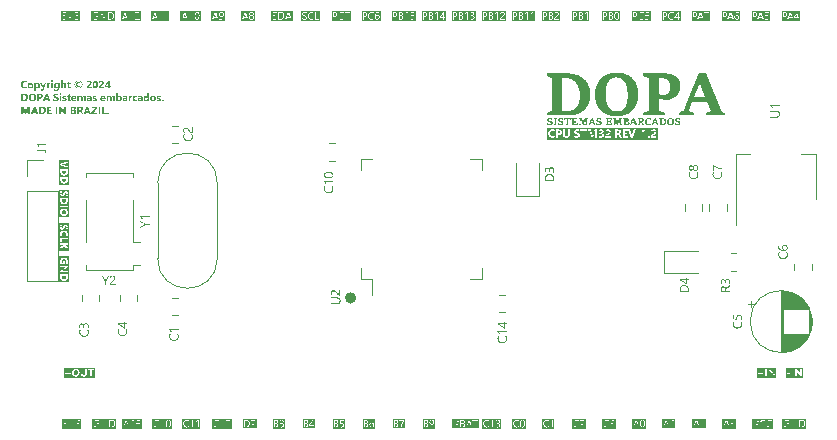
<source format=gbr>
%TF.GenerationSoftware,KiCad,Pcbnew,7.0.9*%
%TF.CreationDate,2024-03-04T14:19:55-03:00*%
%TF.ProjectId,CPU Stm32G431,43505520-5374-46d3-9332-473433312e6b,rev?*%
%TF.SameCoordinates,Original*%
%TF.FileFunction,Legend,Top*%
%TF.FilePolarity,Positive*%
%FSLAX46Y46*%
G04 Gerber Fmt 4.6, Leading zero omitted, Abs format (unit mm)*
G04 Created by KiCad (PCBNEW 7.0.9) date 2024-03-04 14:19:55*
%MOMM*%
%LPD*%
G01*
G04 APERTURE LIST*
%ADD10C,0.150000*%
%ADD11C,0.125000*%
%ADD12C,0.500000*%
%ADD13C,0.120000*%
G04 APERTURE END LIST*
D10*
G36*
X115152315Y-93202321D02*
G01*
X115143376Y-93206358D01*
X115134105Y-93210135D01*
X115124499Y-93213651D01*
X115114560Y-93216907D01*
X115104287Y-93219902D01*
X115093681Y-93222637D01*
X115082741Y-93225111D01*
X115071467Y-93227325D01*
X115059860Y-93229279D01*
X115047919Y-93230972D01*
X115035644Y-93232404D01*
X115023036Y-93233576D01*
X115016607Y-93234065D01*
X115010094Y-93234488D01*
X115003498Y-93234846D01*
X114996819Y-93235139D01*
X114990056Y-93235367D01*
X114983210Y-93235530D01*
X114976280Y-93235627D01*
X114969267Y-93235660D01*
X114960110Y-93235576D01*
X114951077Y-93235323D01*
X114942167Y-93234901D01*
X114933380Y-93234311D01*
X114924716Y-93233551D01*
X114916175Y-93232624D01*
X114907758Y-93231527D01*
X114899463Y-93230262D01*
X114891291Y-93228828D01*
X114883243Y-93227226D01*
X114875318Y-93225455D01*
X114867515Y-93223515D01*
X114859836Y-93221407D01*
X114852280Y-93219129D01*
X114844847Y-93216683D01*
X114837537Y-93214069D01*
X114830351Y-93211286D01*
X114823287Y-93208334D01*
X114816347Y-93205213D01*
X114809529Y-93201924D01*
X114802835Y-93198466D01*
X114796264Y-93194839D01*
X114789815Y-93191044D01*
X114783490Y-93187080D01*
X114777288Y-93182947D01*
X114771210Y-93178646D01*
X114765254Y-93174176D01*
X114759421Y-93169537D01*
X114753712Y-93164730D01*
X114748125Y-93159754D01*
X114742662Y-93154609D01*
X114737322Y-93149296D01*
X114732135Y-93143842D01*
X114727113Y-93138276D01*
X114722256Y-93132597D01*
X114717564Y-93126807D01*
X114713036Y-93120904D01*
X114708673Y-93114889D01*
X114704474Y-93108761D01*
X114700440Y-93102522D01*
X114696571Y-93096170D01*
X114692866Y-93089706D01*
X114689326Y-93083129D01*
X114685951Y-93076441D01*
X114682740Y-93069640D01*
X114679694Y-93062727D01*
X114676813Y-93055701D01*
X114674096Y-93048564D01*
X114671544Y-93041314D01*
X114669157Y-93033952D01*
X114666934Y-93026478D01*
X114664876Y-93018891D01*
X114662982Y-93011192D01*
X114661254Y-93003381D01*
X114659689Y-92995458D01*
X114658290Y-92987422D01*
X114657055Y-92979274D01*
X114655985Y-92971014D01*
X114655079Y-92962642D01*
X114654338Y-92954158D01*
X114653762Y-92945561D01*
X114653350Y-92936852D01*
X114653103Y-92928030D01*
X114653021Y-92919097D01*
X114653114Y-92909578D01*
X114653392Y-92900173D01*
X114653856Y-92890881D01*
X114654505Y-92881702D01*
X114655339Y-92872636D01*
X114656359Y-92863684D01*
X114657564Y-92854844D01*
X114658955Y-92846118D01*
X114660531Y-92837505D01*
X114662292Y-92829005D01*
X114664239Y-92820618D01*
X114666372Y-92812345D01*
X114668689Y-92804184D01*
X114671193Y-92796137D01*
X114673881Y-92788203D01*
X114676755Y-92780382D01*
X114679815Y-92772675D01*
X114683060Y-92765080D01*
X114686490Y-92757599D01*
X114690106Y-92750231D01*
X114693907Y-92742976D01*
X114697894Y-92735834D01*
X114702066Y-92728805D01*
X114706423Y-92721890D01*
X114710966Y-92715088D01*
X114715695Y-92708399D01*
X114720608Y-92701823D01*
X114725707Y-92695360D01*
X114730992Y-92689010D01*
X114736462Y-92682774D01*
X114742117Y-92676651D01*
X114747958Y-92670641D01*
X114753947Y-92664771D01*
X114760046Y-92659087D01*
X114766254Y-92653589D01*
X114772573Y-92648278D01*
X114779002Y-92643154D01*
X114785541Y-92638215D01*
X114792190Y-92633463D01*
X114798949Y-92628897D01*
X114805819Y-92624518D01*
X114812798Y-92620325D01*
X114819887Y-92616318D01*
X114827087Y-92612498D01*
X114834396Y-92608864D01*
X114841816Y-92605417D01*
X114849346Y-92602156D01*
X114856985Y-92599081D01*
X114864735Y-92596192D01*
X114872595Y-92593490D01*
X114880565Y-92590974D01*
X114888645Y-92588645D01*
X114896835Y-92586502D01*
X114905135Y-92584545D01*
X114913546Y-92582775D01*
X114922066Y-92581191D01*
X114930697Y-92579793D01*
X114939437Y-92578582D01*
X114948288Y-92577557D01*
X114957248Y-92576718D01*
X114966319Y-92576066D01*
X114975500Y-92575600D01*
X114984791Y-92575321D01*
X114994192Y-92575227D01*
X115005805Y-92575320D01*
X115017187Y-92575597D01*
X115028338Y-92576059D01*
X115039259Y-92576706D01*
X115049949Y-92577537D01*
X115060409Y-92578554D01*
X115070637Y-92579755D01*
X115080635Y-92581141D01*
X115090403Y-92582712D01*
X115099939Y-92584468D01*
X115109245Y-92586408D01*
X115118321Y-92588533D01*
X115127165Y-92590843D01*
X115135779Y-92593338D01*
X115144162Y-92596018D01*
X115152315Y-92598882D01*
X115152315Y-92737795D01*
X115144207Y-92732874D01*
X115135960Y-92728270D01*
X115127573Y-92723983D01*
X115119045Y-92720015D01*
X115110377Y-92716363D01*
X115101569Y-92713029D01*
X115092621Y-92710013D01*
X115083533Y-92707314D01*
X115074304Y-92704933D01*
X115064936Y-92702869D01*
X115055427Y-92701122D01*
X115045778Y-92699693D01*
X115035989Y-92698582D01*
X115026060Y-92697788D01*
X115015991Y-92697312D01*
X115005781Y-92697153D01*
X114994645Y-92697377D01*
X114983781Y-92698046D01*
X114973188Y-92699163D01*
X114962867Y-92700725D01*
X114952817Y-92702735D01*
X114943039Y-92705190D01*
X114933533Y-92708093D01*
X114924299Y-92711442D01*
X114915336Y-92715237D01*
X114906644Y-92719479D01*
X114898224Y-92724167D01*
X114890076Y-92729302D01*
X114882200Y-92734883D01*
X114874595Y-92740911D01*
X114867262Y-92747385D01*
X114860200Y-92754306D01*
X114853491Y-92761608D01*
X114847214Y-92769227D01*
X114841371Y-92777162D01*
X114835960Y-92785413D01*
X114830982Y-92793980D01*
X114826437Y-92802864D01*
X114822325Y-92812064D01*
X114818645Y-92821580D01*
X114815399Y-92831412D01*
X114812585Y-92841561D01*
X114810204Y-92852026D01*
X114808257Y-92862807D01*
X114806742Y-92873905D01*
X114805659Y-92885319D01*
X114805010Y-92897049D01*
X114804794Y-92909095D01*
X114804998Y-92920635D01*
X114805610Y-92931879D01*
X114806630Y-92942827D01*
X114808058Y-92953478D01*
X114809894Y-92963832D01*
X114812139Y-92973891D01*
X114814791Y-92983652D01*
X114817851Y-92993118D01*
X114821320Y-93002287D01*
X114825197Y-93011159D01*
X114829481Y-93019735D01*
X114834174Y-93028015D01*
X114839274Y-93035998D01*
X114844783Y-93043685D01*
X114850700Y-93051075D01*
X114857025Y-93058169D01*
X114863695Y-93064897D01*
X114870648Y-93071192D01*
X114877884Y-93077052D01*
X114885403Y-93082479D01*
X114893204Y-93087471D01*
X114901289Y-93092029D01*
X114909656Y-93096153D01*
X114918306Y-93099843D01*
X114927238Y-93103098D01*
X114936454Y-93105920D01*
X114945952Y-93108308D01*
X114955733Y-93110261D01*
X114965796Y-93111781D01*
X114976143Y-93112866D01*
X114986772Y-93113517D01*
X114997684Y-93113734D01*
X115008186Y-93113575D01*
X115018576Y-93113099D01*
X115028854Y-93112305D01*
X115039021Y-93111194D01*
X115049076Y-93109765D01*
X115059020Y-93108019D01*
X115068851Y-93105955D01*
X115078572Y-93103573D01*
X115088180Y-93100875D01*
X115097677Y-93097858D01*
X115107062Y-93094524D01*
X115116336Y-93090873D01*
X115125498Y-93086904D01*
X115134549Y-93082617D01*
X115143487Y-93078013D01*
X115152315Y-93073092D01*
X115152315Y-93202321D01*
G37*
G36*
X115478326Y-92758179D02*
G01*
X115485296Y-92758366D01*
X115492171Y-92758677D01*
X115498950Y-92759114D01*
X115505633Y-92759675D01*
X115512220Y-92760360D01*
X115518712Y-92761170D01*
X115525108Y-92762105D01*
X115531408Y-92763165D01*
X115543720Y-92765658D01*
X115555649Y-92768649D01*
X115567195Y-92772139D01*
X115578358Y-92776128D01*
X115589137Y-92780616D01*
X115599533Y-92785602D01*
X115609546Y-92791086D01*
X115619176Y-92797069D01*
X115628422Y-92803551D01*
X115637286Y-92810532D01*
X115645765Y-92818011D01*
X115649862Y-92821937D01*
X115657705Y-92830075D01*
X115665043Y-92838535D01*
X115671874Y-92847315D01*
X115678200Y-92856417D01*
X115684019Y-92865840D01*
X115689333Y-92875585D01*
X115694140Y-92885650D01*
X115698442Y-92896037D01*
X115702237Y-92906745D01*
X115705526Y-92917775D01*
X115708309Y-92929125D01*
X115710587Y-92940797D01*
X115712358Y-92952790D01*
X115713623Y-92965104D01*
X115714382Y-92977740D01*
X115714572Y-92984178D01*
X115714635Y-92990697D01*
X115714570Y-92997735D01*
X115714374Y-93004680D01*
X115714047Y-93011533D01*
X115713591Y-93018293D01*
X115713003Y-93024961D01*
X115712285Y-93031535D01*
X115711437Y-93038017D01*
X115710458Y-93044406D01*
X115709348Y-93050703D01*
X115706737Y-93063018D01*
X115703604Y-93074962D01*
X115699949Y-93086535D01*
X115695772Y-93097737D01*
X115691072Y-93108569D01*
X115685851Y-93119030D01*
X115680107Y-93129119D01*
X115673841Y-93138838D01*
X115667053Y-93148186D01*
X115659742Y-93157164D01*
X115651910Y-93165770D01*
X115647798Y-93169934D01*
X115639270Y-93177893D01*
X115630357Y-93185339D01*
X115621058Y-93192271D01*
X115611373Y-93198689D01*
X115601302Y-93204594D01*
X115590846Y-93209986D01*
X115580004Y-93214864D01*
X115568776Y-93219229D01*
X115557163Y-93223080D01*
X115545163Y-93226417D01*
X115532778Y-93229241D01*
X115526441Y-93230461D01*
X115520008Y-93231552D01*
X115513478Y-93232515D01*
X115506851Y-93233349D01*
X115500128Y-93234055D01*
X115493309Y-93234633D01*
X115486393Y-93235082D01*
X115479381Y-93235403D01*
X115472273Y-93235596D01*
X115465068Y-93235660D01*
X115457971Y-93235598D01*
X115450970Y-93235411D01*
X115444065Y-93235099D01*
X115437255Y-93234663D01*
X115430541Y-93234102D01*
X115423922Y-93233416D01*
X115417399Y-93232606D01*
X115410971Y-93231671D01*
X115404638Y-93230612D01*
X115392260Y-93228119D01*
X115380264Y-93225127D01*
X115368650Y-93221637D01*
X115357418Y-93217648D01*
X115346568Y-93213161D01*
X115336100Y-93208175D01*
X115326014Y-93202690D01*
X115316310Y-93196707D01*
X115306988Y-93190225D01*
X115298047Y-93183245D01*
X115289489Y-93175766D01*
X115285354Y-93171839D01*
X115277433Y-93163684D01*
X115270024Y-93155172D01*
X115263125Y-93146305D01*
X115256738Y-93137081D01*
X115250861Y-93127502D01*
X115245496Y-93117566D01*
X115240641Y-93107275D01*
X115236297Y-93096628D01*
X115232465Y-93085625D01*
X115229143Y-93074265D01*
X115226333Y-93062550D01*
X115224033Y-93050479D01*
X115222245Y-93038052D01*
X115221542Y-93031705D01*
X115220967Y-93025269D01*
X115220520Y-93018744D01*
X115220201Y-93012130D01*
X115220009Y-93005427D01*
X115219945Y-92998635D01*
X115219962Y-92996888D01*
X115363145Y-92996888D01*
X115363249Y-93004702D01*
X115363560Y-93012268D01*
X115364078Y-93019586D01*
X115364805Y-93026655D01*
X115365738Y-93033477D01*
X115366879Y-93040050D01*
X115368227Y-93046376D01*
X115371546Y-93058283D01*
X115375695Y-93069197D01*
X115380674Y-93079120D01*
X115386482Y-93088050D01*
X115393120Y-93095988D01*
X115400588Y-93102933D01*
X115408885Y-93108887D01*
X115418013Y-93113848D01*
X115427970Y-93117817D01*
X115438757Y-93120794D01*
X115450373Y-93122778D01*
X115462820Y-93123770D01*
X115469354Y-93123894D01*
X115481639Y-93123385D01*
X115493130Y-93121855D01*
X115503830Y-93119307D01*
X115513737Y-93115738D01*
X115522851Y-93111150D01*
X115531173Y-93105543D01*
X115538702Y-93098916D01*
X115545439Y-93091270D01*
X115551383Y-93082604D01*
X115556534Y-93072918D01*
X115560893Y-93062213D01*
X115564460Y-93050489D01*
X115565946Y-93044244D01*
X115567234Y-93037745D01*
X115568324Y-93030990D01*
X115569215Y-93023981D01*
X115569909Y-93016717D01*
X115570404Y-93009198D01*
X115570701Y-93001424D01*
X115570800Y-92993396D01*
X115570700Y-92985797D01*
X115570401Y-92978439D01*
X115569902Y-92971322D01*
X115569203Y-92964447D01*
X115568304Y-92957813D01*
X115567206Y-92951420D01*
X115564410Y-92939358D01*
X115560816Y-92928261D01*
X115556423Y-92918129D01*
X115551231Y-92908962D01*
X115545240Y-92900760D01*
X115538451Y-92893523D01*
X115530863Y-92887251D01*
X115522476Y-92881944D01*
X115513290Y-92877602D01*
X115503306Y-92874224D01*
X115492523Y-92871812D01*
X115480941Y-92870364D01*
X115468560Y-92869882D01*
X115459379Y-92870174D01*
X115450588Y-92871048D01*
X115442188Y-92872507D01*
X115434179Y-92874548D01*
X115426561Y-92877173D01*
X115419333Y-92880380D01*
X115412496Y-92884172D01*
X115406049Y-92888546D01*
X115399994Y-92893504D01*
X115394329Y-92899044D01*
X115390769Y-92903062D01*
X115385832Y-92909525D01*
X115381381Y-92916471D01*
X115377416Y-92923899D01*
X115373936Y-92931810D01*
X115370941Y-92940204D01*
X115368432Y-92949080D01*
X115366409Y-92958440D01*
X115365330Y-92964948D01*
X115364467Y-92971670D01*
X115363819Y-92978607D01*
X115363388Y-92985759D01*
X115363172Y-92993125D01*
X115363145Y-92996888D01*
X115219962Y-92996888D01*
X115220012Y-92991628D01*
X115220210Y-92984717D01*
X115220541Y-92977901D01*
X115221005Y-92971182D01*
X115221600Y-92964558D01*
X115222329Y-92958030D01*
X115223189Y-92951598D01*
X115224182Y-92945262D01*
X115226565Y-92932877D01*
X115229478Y-92920875D01*
X115232921Y-92909257D01*
X115236893Y-92898022D01*
X115241394Y-92887170D01*
X115246426Y-92876701D01*
X115251987Y-92866616D01*
X115258077Y-92856913D01*
X115264697Y-92847594D01*
X115271847Y-92838659D01*
X115279526Y-92830106D01*
X115287735Y-92821937D01*
X115296415Y-92814209D01*
X115305466Y-92806979D01*
X115314890Y-92800248D01*
X115324686Y-92794016D01*
X115334854Y-92788282D01*
X115345394Y-92783046D01*
X115356306Y-92778310D01*
X115367590Y-92774072D01*
X115379247Y-92770332D01*
X115391275Y-92767091D01*
X115403675Y-92764349D01*
X115410015Y-92763165D01*
X115416448Y-92762105D01*
X115422974Y-92761170D01*
X115429593Y-92760360D01*
X115436304Y-92759675D01*
X115443109Y-92759114D01*
X115450007Y-92758677D01*
X115456998Y-92758366D01*
X115464082Y-92758179D01*
X115471259Y-92758116D01*
X115478326Y-92758179D01*
G37*
G36*
X116104069Y-92758354D02*
G01*
X116114707Y-92759066D01*
X116125030Y-92760254D01*
X116135036Y-92761917D01*
X116144725Y-92764054D01*
X116154099Y-92766667D01*
X116163156Y-92769755D01*
X116171897Y-92773317D01*
X116180322Y-92777355D01*
X116188430Y-92781868D01*
X116196222Y-92786856D01*
X116203698Y-92792319D01*
X116210858Y-92798257D01*
X116217701Y-92804670D01*
X116224228Y-92811558D01*
X116230439Y-92818921D01*
X116236303Y-92826672D01*
X116241788Y-92834767D01*
X116246895Y-92843203D01*
X116251623Y-92851982D01*
X116255974Y-92861103D01*
X116259946Y-92870567D01*
X116263540Y-92880372D01*
X116266755Y-92890520D01*
X116269592Y-92901011D01*
X116272051Y-92911844D01*
X116274132Y-92923019D01*
X116275834Y-92934536D01*
X116277158Y-92946396D01*
X116278104Y-92958598D01*
X116278671Y-92971142D01*
X116278813Y-92977543D01*
X116278860Y-92984029D01*
X116278805Y-92991099D01*
X116278640Y-92998082D01*
X116278364Y-93004977D01*
X116277977Y-93011784D01*
X116277480Y-93018504D01*
X116276873Y-93025135D01*
X116276156Y-93031679D01*
X116275328Y-93038135D01*
X116274390Y-93044504D01*
X116273341Y-93050785D01*
X116270912Y-93063083D01*
X116268042Y-93075030D01*
X116264731Y-93086626D01*
X116260978Y-93097871D01*
X116256783Y-93108765D01*
X116252147Y-93119308D01*
X116247069Y-93129501D01*
X116241550Y-93139342D01*
X116235589Y-93148832D01*
X116229186Y-93157971D01*
X116222342Y-93166759D01*
X116215151Y-93175103D01*
X116207667Y-93182908D01*
X116199891Y-93190175D01*
X116191821Y-93196903D01*
X116183459Y-93203094D01*
X116174804Y-93208746D01*
X116165857Y-93213859D01*
X116156617Y-93218435D01*
X116147084Y-93222472D01*
X116137258Y-93225971D01*
X116127140Y-93228931D01*
X116116729Y-93231354D01*
X116106025Y-93233238D01*
X116095029Y-93234583D01*
X116083739Y-93235391D01*
X116072158Y-93235660D01*
X116061991Y-93235394D01*
X116052132Y-93234596D01*
X116042578Y-93233266D01*
X116033331Y-93231403D01*
X116024391Y-93229009D01*
X116015756Y-93226082D01*
X116007428Y-93222624D01*
X115999407Y-93218633D01*
X115991692Y-93214110D01*
X115984283Y-93209056D01*
X115977180Y-93203469D01*
X115970384Y-93197350D01*
X115963894Y-93190699D01*
X115957711Y-93183515D01*
X115951833Y-93175800D01*
X115946263Y-93167553D01*
X115944516Y-93167553D01*
X115944516Y-93438870D01*
X115803381Y-93438870D01*
X115803381Y-93020543D01*
X115942294Y-93020543D01*
X115942513Y-93028968D01*
X115943170Y-93037097D01*
X115944265Y-93044931D01*
X115945799Y-93052468D01*
X115947770Y-93059710D01*
X115950180Y-93066656D01*
X115953028Y-93073306D01*
X115956314Y-93079661D01*
X115960038Y-93085719D01*
X115964200Y-93091482D01*
X115967219Y-93095159D01*
X115972059Y-93100295D01*
X115977172Y-93104925D01*
X115982559Y-93109050D01*
X115988219Y-93112670D01*
X115994153Y-93115785D01*
X116000361Y-93118394D01*
X116006841Y-93120499D01*
X116013596Y-93122099D01*
X116020624Y-93123193D01*
X116027925Y-93123782D01*
X116032944Y-93123894D01*
X116041774Y-93123579D01*
X116050224Y-93122633D01*
X116058295Y-93121056D01*
X116065986Y-93118849D01*
X116073297Y-93116011D01*
X116080229Y-93112542D01*
X116086782Y-93108443D01*
X116092955Y-93103712D01*
X116098748Y-93098352D01*
X116104162Y-93092360D01*
X116107561Y-93088015D01*
X116112327Y-93080996D01*
X116116625Y-93073452D01*
X116120453Y-93065383D01*
X116123813Y-93056790D01*
X116126705Y-93047671D01*
X116128371Y-93041301D01*
X116129830Y-93034698D01*
X116131080Y-93027861D01*
X116132122Y-93020792D01*
X116132956Y-93013489D01*
X116133581Y-93005953D01*
X116133997Y-92998184D01*
X116134206Y-92990181D01*
X116134232Y-92986093D01*
X116134140Y-92978943D01*
X116133866Y-92972020D01*
X116133409Y-92965325D01*
X116132768Y-92958856D01*
X116130939Y-92946599D01*
X116128378Y-92935250D01*
X116125085Y-92924810D01*
X116121060Y-92915277D01*
X116116303Y-92906652D01*
X116110815Y-92898935D01*
X116104595Y-92892125D01*
X116097643Y-92886224D01*
X116089960Y-92881231D01*
X116081544Y-92877145D01*
X116072397Y-92873967D01*
X116062518Y-92871698D01*
X116051907Y-92870336D01*
X116040565Y-92869882D01*
X116032578Y-92870161D01*
X116024870Y-92870998D01*
X116017441Y-92872394D01*
X116010292Y-92874347D01*
X116003421Y-92876859D01*
X115996829Y-92879928D01*
X115990517Y-92883556D01*
X115984484Y-92887742D01*
X115978729Y-92892486D01*
X115973254Y-92897789D01*
X115969759Y-92901633D01*
X115964850Y-92907737D01*
X115960425Y-92914201D01*
X115956482Y-92921024D01*
X115953022Y-92928208D01*
X115950045Y-92935752D01*
X115947551Y-92943655D01*
X115945539Y-92951919D01*
X115944010Y-92960543D01*
X115942964Y-92969526D01*
X115942401Y-92978870D01*
X115942294Y-92985299D01*
X115942294Y-93020543D01*
X115803381Y-93020543D01*
X115803381Y-92768277D01*
X115944516Y-92768277D01*
X115944516Y-92841782D01*
X115946263Y-92841782D01*
X115952957Y-92831650D01*
X115959983Y-92822173D01*
X115967340Y-92813349D01*
X115975028Y-92805178D01*
X115983047Y-92797661D01*
X115991397Y-92790798D01*
X116000078Y-92784589D01*
X116009091Y-92779033D01*
X116018435Y-92774130D01*
X116028110Y-92769882D01*
X116038116Y-92766287D01*
X116048453Y-92763345D01*
X116059121Y-92761058D01*
X116070121Y-92759424D01*
X116081452Y-92758443D01*
X116093114Y-92758116D01*
X116104069Y-92758354D01*
G37*
G36*
X116802602Y-92768277D02*
G01*
X116616856Y-93268523D01*
X116612602Y-93279628D01*
X116608216Y-93290381D01*
X116603698Y-93300782D01*
X116599048Y-93310829D01*
X116594265Y-93320525D01*
X116589349Y-93329867D01*
X116584301Y-93338857D01*
X116579121Y-93347495D01*
X116573808Y-93355780D01*
X116568363Y-93363712D01*
X116562786Y-93371292D01*
X116557076Y-93378520D01*
X116551234Y-93385395D01*
X116545259Y-93391917D01*
X116539152Y-93398086D01*
X116532913Y-93403904D01*
X116526541Y-93409368D01*
X116520036Y-93414480D01*
X116513400Y-93419240D01*
X116506631Y-93423647D01*
X116499729Y-93427701D01*
X116492695Y-93431403D01*
X116485529Y-93434752D01*
X116478230Y-93437749D01*
X116470799Y-93440393D01*
X116463236Y-93442685D01*
X116455540Y-93444624D01*
X116447712Y-93446210D01*
X116439751Y-93447444D01*
X116431658Y-93448325D01*
X116423432Y-93448854D01*
X116415075Y-93449031D01*
X116408717Y-93448951D01*
X116399450Y-93448534D01*
X116390507Y-93447760D01*
X116381887Y-93446629D01*
X116373592Y-93445141D01*
X116365620Y-93443295D01*
X116357971Y-93441093D01*
X116350647Y-93438533D01*
X116343646Y-93435616D01*
X116336969Y-93432341D01*
X116330615Y-93428710D01*
X116330615Y-93316944D01*
X116335929Y-93320576D01*
X116343152Y-93324862D01*
X116350534Y-93328514D01*
X116358075Y-93331530D01*
X116365775Y-93333911D01*
X116373634Y-93335658D01*
X116381651Y-93336769D01*
X116389827Y-93337245D01*
X116391896Y-93337265D01*
X116398574Y-93337063D01*
X116404993Y-93336456D01*
X116414139Y-93334788D01*
X116422705Y-93332211D01*
X116430690Y-93328723D01*
X116438094Y-93324326D01*
X116444919Y-93319019D01*
X116451162Y-93312803D01*
X116456825Y-93305676D01*
X116461908Y-93297640D01*
X116464974Y-93291777D01*
X116467782Y-93285510D01*
X116491913Y-93228357D01*
X116306167Y-92768277D01*
X116462384Y-92768277D01*
X116547637Y-93049437D01*
X116549604Y-93056135D01*
X116551457Y-93063130D01*
X116553196Y-93070423D01*
X116554821Y-93078013D01*
X116556332Y-93085902D01*
X116557728Y-93094088D01*
X116558701Y-93100422D01*
X116559609Y-93106925D01*
X116560179Y-93111353D01*
X116561926Y-93111353D01*
X116563059Y-93104670D01*
X116564396Y-93097719D01*
X116565937Y-93090501D01*
X116567681Y-93083014D01*
X116569628Y-93075260D01*
X116571778Y-93067238D01*
X116573525Y-93061045D01*
X116575386Y-93054702D01*
X116576690Y-93050390D01*
X116662896Y-92768277D01*
X116802602Y-92768277D01*
G37*
G36*
X117155204Y-92894013D02*
G01*
X117148719Y-92890739D01*
X117141967Y-92887901D01*
X117134947Y-92885500D01*
X117127659Y-92883535D01*
X117120103Y-92882007D01*
X117112279Y-92880916D01*
X117104188Y-92880261D01*
X117095828Y-92880042D01*
X117087373Y-92880341D01*
X117079272Y-92881237D01*
X117071526Y-92882730D01*
X117064134Y-92884820D01*
X117057096Y-92887507D01*
X117050413Y-92890792D01*
X117044084Y-92894674D01*
X117038110Y-92899153D01*
X117032490Y-92904229D01*
X117027224Y-92909903D01*
X117023911Y-92914017D01*
X117019286Y-92920572D01*
X117015117Y-92927557D01*
X117011402Y-92934972D01*
X117008142Y-92942816D01*
X117005337Y-92951091D01*
X117002986Y-92959795D01*
X117001091Y-92968929D01*
X117000080Y-92975257D01*
X116999272Y-92981776D01*
X116998665Y-92988486D01*
X116998261Y-92995387D01*
X116998059Y-93002479D01*
X116998033Y-93006096D01*
X116998033Y-93225500D01*
X116856898Y-93225500D01*
X116856898Y-92768277D01*
X116998033Y-92768277D01*
X116998033Y-92851466D01*
X116999780Y-92851466D01*
X117004177Y-92840162D01*
X117008993Y-92829587D01*
X117014228Y-92819742D01*
X117019882Y-92810626D01*
X117025956Y-92802239D01*
X117032449Y-92794581D01*
X117039361Y-92787653D01*
X117046693Y-92781454D01*
X117054443Y-92775984D01*
X117062613Y-92771244D01*
X117071202Y-92767233D01*
X117080210Y-92763951D01*
X117089638Y-92761398D01*
X117099485Y-92759575D01*
X117109751Y-92758481D01*
X117120436Y-92758116D01*
X117127145Y-92758248D01*
X117134572Y-92758754D01*
X117141318Y-92759640D01*
X117148327Y-92761153D01*
X117154410Y-92763182D01*
X117155204Y-92763514D01*
X117155204Y-92894013D01*
G37*
G36*
X117292212Y-92686993D02*
G01*
X117285627Y-92686810D01*
X117279269Y-92686262D01*
X117271142Y-92684962D01*
X117263418Y-92683012D01*
X117256095Y-92680412D01*
X117249174Y-92677163D01*
X117242655Y-92673263D01*
X117236538Y-92668714D01*
X117233630Y-92666196D01*
X117228309Y-92660850D01*
X117223698Y-92655212D01*
X117219796Y-92649280D01*
X117216603Y-92643057D01*
X117214120Y-92636540D01*
X117212347Y-92629731D01*
X117211282Y-92622629D01*
X117210928Y-92615234D01*
X117211282Y-92607634D01*
X117212347Y-92600390D01*
X117214120Y-92593504D01*
X117216603Y-92586975D01*
X117219796Y-92580804D01*
X117223698Y-92574989D01*
X117228309Y-92569532D01*
X117233630Y-92564432D01*
X117239546Y-92559818D01*
X117245864Y-92555819D01*
X117252584Y-92552436D01*
X117259706Y-92549667D01*
X117267230Y-92547514D01*
X117275155Y-92545976D01*
X117283482Y-92545053D01*
X117289992Y-92544765D01*
X117292212Y-92544746D01*
X117298879Y-92544919D01*
X117305305Y-92545438D01*
X117313501Y-92546668D01*
X117321271Y-92548514D01*
X117328613Y-92550975D01*
X117335529Y-92554051D01*
X117342018Y-92557742D01*
X117348081Y-92562048D01*
X117350952Y-92564432D01*
X117356236Y-92569532D01*
X117360815Y-92574989D01*
X117364690Y-92580804D01*
X117367860Y-92586975D01*
X117370325Y-92593504D01*
X117372087Y-92600390D01*
X117373143Y-92607634D01*
X117373496Y-92615234D01*
X117373143Y-92622917D01*
X117372087Y-92630247D01*
X117370325Y-92637225D01*
X117367860Y-92643850D01*
X117364690Y-92650124D01*
X117360815Y-92656045D01*
X117356236Y-92661614D01*
X117350952Y-92666831D01*
X117345103Y-92671556D01*
X117338827Y-92675652D01*
X117332124Y-92679117D01*
X117324995Y-92681952D01*
X117317439Y-92684158D01*
X117309457Y-92685733D01*
X117301048Y-92686678D01*
X117294461Y-92686973D01*
X117292212Y-92686993D01*
G37*
G36*
X117361906Y-93225500D02*
G01*
X117220771Y-93225500D01*
X117220771Y-92768277D01*
X117361906Y-92768277D01*
X117361906Y-93225500D01*
G37*
G36*
X117671897Y-92758382D02*
G01*
X117681826Y-92759181D01*
X117691429Y-92760511D01*
X117700706Y-92762373D01*
X117709656Y-92764767D01*
X117718281Y-92767694D01*
X117726579Y-92771153D01*
X117734551Y-92775143D01*
X117742197Y-92779666D01*
X117749516Y-92784721D01*
X117756510Y-92790308D01*
X117763177Y-92796427D01*
X117769518Y-92803078D01*
X117775533Y-92810261D01*
X117781221Y-92817976D01*
X117786584Y-92826224D01*
X117788330Y-92826224D01*
X117788330Y-92768277D01*
X117929466Y-92768277D01*
X117929466Y-93178507D01*
X117929394Y-93186507D01*
X117929178Y-93194394D01*
X117928818Y-93202167D01*
X117928315Y-93209827D01*
X117927667Y-93217373D01*
X117926876Y-93224806D01*
X117925941Y-93232125D01*
X117924862Y-93239331D01*
X117923639Y-93246424D01*
X117922272Y-93253402D01*
X117920761Y-93260268D01*
X117919107Y-93267020D01*
X117917308Y-93273658D01*
X117915366Y-93280183D01*
X117913280Y-93286594D01*
X117911050Y-93292892D01*
X117908676Y-93299077D01*
X117906158Y-93305148D01*
X117903496Y-93311105D01*
X117900691Y-93316949D01*
X117897741Y-93322679D01*
X117894648Y-93328296D01*
X117891411Y-93333800D01*
X117888030Y-93339190D01*
X117880836Y-93349630D01*
X117873067Y-93359615D01*
X117864722Y-93369147D01*
X117860334Y-93373742D01*
X117855802Y-93378225D01*
X117851134Y-93382581D01*
X117846336Y-93386799D01*
X117841410Y-93390878D01*
X117836354Y-93394820D01*
X117831170Y-93398623D01*
X117825856Y-93402288D01*
X117820414Y-93405814D01*
X117814842Y-93409202D01*
X117809142Y-93412452D01*
X117803313Y-93415564D01*
X117797354Y-93418537D01*
X117791267Y-93421372D01*
X117785051Y-93424069D01*
X117778705Y-93426627D01*
X117772231Y-93429047D01*
X117765628Y-93431329D01*
X117758895Y-93433473D01*
X117752034Y-93435478D01*
X117745044Y-93437345D01*
X117737924Y-93439073D01*
X117730676Y-93440664D01*
X117723299Y-93442116D01*
X117715792Y-93443430D01*
X117708157Y-93444605D01*
X117700393Y-93445642D01*
X117692500Y-93446541D01*
X117684477Y-93447302D01*
X117676326Y-93447924D01*
X117668046Y-93448408D01*
X117659637Y-93448754D01*
X117651099Y-93448961D01*
X117642431Y-93449031D01*
X117631013Y-93448929D01*
X117619895Y-93448626D01*
X117609079Y-93448121D01*
X117598565Y-93447413D01*
X117588351Y-93446503D01*
X117578440Y-93445392D01*
X117568829Y-93444077D01*
X117559520Y-93442561D01*
X117550513Y-93440843D01*
X117541806Y-93438922D01*
X117533401Y-93436799D01*
X117525298Y-93434474D01*
X117517496Y-93431947D01*
X117509995Y-93429218D01*
X117502796Y-93426287D01*
X117495898Y-93423153D01*
X117495898Y-93306784D01*
X117504715Y-93311705D01*
X117513542Y-93316309D01*
X117522381Y-93320595D01*
X117531232Y-93324564D01*
X117540093Y-93328216D01*
X117548965Y-93331550D01*
X117557849Y-93334566D01*
X117566744Y-93337265D01*
X117575650Y-93339646D01*
X117584567Y-93341710D01*
X117593495Y-93343457D01*
X117602434Y-93344885D01*
X117611385Y-93345997D01*
X117620347Y-93346790D01*
X117629320Y-93347267D01*
X117638304Y-93347426D01*
X117647108Y-93347265D01*
X117655660Y-93346783D01*
X117663961Y-93345980D01*
X117672010Y-93344856D01*
X117679807Y-93343410D01*
X117687352Y-93341643D01*
X117694646Y-93339555D01*
X117701688Y-93337146D01*
X117708478Y-93334415D01*
X117715016Y-93331364D01*
X117721302Y-93327991D01*
X117727337Y-93324296D01*
X117733120Y-93320281D01*
X117738651Y-93315944D01*
X117743930Y-93311286D01*
X117748958Y-93306307D01*
X117753726Y-93301052D01*
X117758186Y-93295566D01*
X117762338Y-93289850D01*
X117766183Y-93283903D01*
X117769721Y-93277725D01*
X117772950Y-93271316D01*
X117775872Y-93264677D01*
X117778487Y-93257807D01*
X117780794Y-93250706D01*
X117782793Y-93243375D01*
X117784485Y-93235813D01*
X117785869Y-93228020D01*
X117786946Y-93219996D01*
X117787715Y-93211742D01*
X117788176Y-93203257D01*
X117788330Y-93194542D01*
X117788330Y-93155170D01*
X117786584Y-93155170D01*
X117780372Y-93164917D01*
X117773801Y-93174035D01*
X117766872Y-93182524D01*
X117759585Y-93190384D01*
X117751939Y-93197616D01*
X117743935Y-93204219D01*
X117735572Y-93210192D01*
X117726851Y-93215537D01*
X117717771Y-93220254D01*
X117708333Y-93224341D01*
X117698537Y-93227800D01*
X117688382Y-93230629D01*
X117677869Y-93232830D01*
X117666997Y-93234402D01*
X117655767Y-93235346D01*
X117644178Y-93235660D01*
X117633384Y-93235421D01*
X117622872Y-93234702D01*
X117612641Y-93233506D01*
X117602692Y-93231830D01*
X117593025Y-93229676D01*
X117583639Y-93227042D01*
X117574535Y-93223931D01*
X117565712Y-93220340D01*
X117557170Y-93216270D01*
X117548911Y-93211722D01*
X117540932Y-93206695D01*
X117533236Y-93201190D01*
X117525821Y-93195205D01*
X117518687Y-93188742D01*
X117511835Y-93181800D01*
X117505265Y-93174379D01*
X117499055Y-93166536D01*
X117493246Y-93158367D01*
X117487838Y-93149872D01*
X117482830Y-93141050D01*
X117478223Y-93131902D01*
X117474017Y-93122428D01*
X117470211Y-93112628D01*
X117466806Y-93102502D01*
X117463801Y-93092049D01*
X117461197Y-93081270D01*
X117458994Y-93070165D01*
X117457191Y-93058734D01*
X117455789Y-93046977D01*
X117454787Y-93034893D01*
X117454186Y-93022484D01*
X117453986Y-93009748D01*
X117454026Y-93004667D01*
X117597185Y-93004667D01*
X117597285Y-93011464D01*
X117597582Y-93018080D01*
X117598078Y-93024516D01*
X117599195Y-93033834D01*
X117600758Y-93042747D01*
X117602767Y-93051255D01*
X117605223Y-93059359D01*
X117608125Y-93067058D01*
X117611474Y-93074352D01*
X117615269Y-93081242D01*
X117619511Y-93087727D01*
X117622587Y-93091825D01*
X117627542Y-93097556D01*
X117632825Y-93102724D01*
X117638434Y-93107328D01*
X117644369Y-93111367D01*
X117650631Y-93114844D01*
X117657219Y-93117756D01*
X117664134Y-93120105D01*
X117671375Y-93121890D01*
X117678943Y-93123112D01*
X117686837Y-93123769D01*
X117692281Y-93123894D01*
X117700349Y-93123610D01*
X117708121Y-93122756D01*
X117715597Y-93121333D01*
X117722778Y-93119340D01*
X117729662Y-93116778D01*
X117736251Y-93113647D01*
X117742544Y-93109947D01*
X117748541Y-93105677D01*
X117754243Y-93100838D01*
X117759648Y-93095430D01*
X117763087Y-93091508D01*
X117767911Y-93085221D01*
X117772259Y-93078567D01*
X117776134Y-93071543D01*
X117779534Y-93064152D01*
X117782459Y-93056392D01*
X117784910Y-93048264D01*
X117786887Y-93039767D01*
X117788389Y-93030902D01*
X117789417Y-93021669D01*
X117789839Y-93015308D01*
X117790050Y-93008784D01*
X117790076Y-93005461D01*
X117790076Y-92970693D01*
X117789850Y-92962972D01*
X117789172Y-92955465D01*
X117788042Y-92948174D01*
X117786460Y-92941097D01*
X117784425Y-92934235D01*
X117781939Y-92927589D01*
X117779000Y-92921157D01*
X117775609Y-92914939D01*
X117771767Y-92908937D01*
X117767472Y-92903150D01*
X117764357Y-92899411D01*
X117759428Y-92894134D01*
X117754226Y-92889376D01*
X117748749Y-92885137D01*
X117743000Y-92881417D01*
X117736976Y-92878216D01*
X117730680Y-92875534D01*
X117724110Y-92873371D01*
X117717266Y-92871727D01*
X117710149Y-92870603D01*
X117702758Y-92869997D01*
X117697679Y-92869882D01*
X117689074Y-92870193D01*
X117680820Y-92871127D01*
X117672918Y-92872682D01*
X117665367Y-92874860D01*
X117658168Y-92877661D01*
X117651321Y-92881084D01*
X117644825Y-92885129D01*
X117638681Y-92889796D01*
X117632888Y-92895086D01*
X117627447Y-92900998D01*
X117624016Y-92905285D01*
X117619221Y-92912147D01*
X117614898Y-92919517D01*
X117611046Y-92927395D01*
X117607666Y-92935781D01*
X117604758Y-92944675D01*
X117603081Y-92950887D01*
X117601613Y-92957324D01*
X117600356Y-92963987D01*
X117599308Y-92970875D01*
X117598469Y-92977989D01*
X117597841Y-92985330D01*
X117597421Y-92992895D01*
X117597212Y-93000687D01*
X117597185Y-93004667D01*
X117454026Y-93004667D01*
X117454042Y-93002571D01*
X117454209Y-92995487D01*
X117454488Y-92988496D01*
X117454879Y-92981598D01*
X117455381Y-92974793D01*
X117455995Y-92968081D01*
X117456721Y-92961462D01*
X117457558Y-92954936D01*
X117458507Y-92948504D01*
X117459567Y-92942164D01*
X117460739Y-92935917D01*
X117463418Y-92923703D01*
X117466544Y-92911860D01*
X117470116Y-92900390D01*
X117474134Y-92889292D01*
X117478600Y-92878566D01*
X117483511Y-92868212D01*
X117488869Y-92858230D01*
X117494674Y-92848620D01*
X117500925Y-92839382D01*
X117507622Y-92830517D01*
X117511139Y-92826224D01*
X117518424Y-92817976D01*
X117525992Y-92810261D01*
X117533844Y-92803078D01*
X117541977Y-92796427D01*
X117550394Y-92790308D01*
X117559094Y-92784721D01*
X117568076Y-92779666D01*
X117577341Y-92775143D01*
X117586889Y-92771153D01*
X117596719Y-92767694D01*
X117606832Y-92764767D01*
X117617229Y-92762373D01*
X117627908Y-92760511D01*
X117638869Y-92759181D01*
X117650114Y-92758382D01*
X117661641Y-92758116D01*
X117671897Y-92758382D01*
G37*
G36*
X118483372Y-93225500D02*
G01*
X118342712Y-93225500D01*
X118342712Y-92969106D01*
X118342426Y-92957090D01*
X118341569Y-92945850D01*
X118340139Y-92935385D01*
X118338138Y-92925695D01*
X118335565Y-92916781D01*
X118332420Y-92908641D01*
X118328704Y-92901277D01*
X118324415Y-92894688D01*
X118319555Y-92888874D01*
X118314124Y-92883835D01*
X118308120Y-92879572D01*
X118301544Y-92876083D01*
X118294397Y-92873370D01*
X118286678Y-92871432D01*
X118278388Y-92870270D01*
X118269525Y-92869882D01*
X118262624Y-92870126D01*
X118255972Y-92870859D01*
X118249568Y-92872080D01*
X118243412Y-92873789D01*
X118235590Y-92876828D01*
X118228211Y-92880735D01*
X118221273Y-92885510D01*
X118216359Y-92889661D01*
X118211693Y-92894300D01*
X118208721Y-92897665D01*
X118204578Y-92903005D01*
X118200844Y-92908608D01*
X118197516Y-92914473D01*
X118194596Y-92920600D01*
X118192084Y-92926990D01*
X118189979Y-92933642D01*
X118188281Y-92940556D01*
X118186991Y-92947733D01*
X118186108Y-92955172D01*
X118185633Y-92962873D01*
X118185542Y-92968153D01*
X118185542Y-93225500D01*
X118044406Y-93225500D01*
X118044406Y-92544746D01*
X118185542Y-92544746D01*
X118185542Y-92840829D01*
X118187288Y-92840829D01*
X118193922Y-92830813D01*
X118200842Y-92821443D01*
X118208051Y-92812720D01*
X118215547Y-92804642D01*
X118223331Y-92797211D01*
X118231403Y-92790426D01*
X118239763Y-92784287D01*
X118248410Y-92778795D01*
X118257345Y-92773948D01*
X118266568Y-92769748D01*
X118276079Y-92766194D01*
X118285877Y-92763286D01*
X118295963Y-92761024D01*
X118306337Y-92759409D01*
X118316999Y-92758439D01*
X118327948Y-92758116D01*
X118337510Y-92758299D01*
X118346769Y-92758848D01*
X118355724Y-92759761D01*
X118364375Y-92761041D01*
X118372723Y-92762686D01*
X118380768Y-92764697D01*
X118388509Y-92767073D01*
X118395946Y-92769815D01*
X118403080Y-92772922D01*
X118409910Y-92776395D01*
X118416436Y-92780234D01*
X118422659Y-92784438D01*
X118428579Y-92789008D01*
X118434195Y-92793943D01*
X118439507Y-92799244D01*
X118444516Y-92804910D01*
X118449221Y-92810942D01*
X118453623Y-92817340D01*
X118457721Y-92824103D01*
X118461515Y-92831232D01*
X118465006Y-92838726D01*
X118468194Y-92846586D01*
X118471078Y-92854812D01*
X118473658Y-92863403D01*
X118475935Y-92872359D01*
X118477908Y-92881681D01*
X118479577Y-92891369D01*
X118480943Y-92901423D01*
X118482006Y-92911842D01*
X118482765Y-92922626D01*
X118483220Y-92933776D01*
X118483372Y-92945292D01*
X118483372Y-93225500D01*
G37*
G36*
X118868201Y-93215339D02*
G01*
X118862058Y-93218971D01*
X118855356Y-93222245D01*
X118848097Y-93225162D01*
X118840279Y-93227722D01*
X118831904Y-93229925D01*
X118822970Y-93231770D01*
X118816704Y-93232802D01*
X118810190Y-93233676D01*
X118803428Y-93234390D01*
X118796417Y-93234946D01*
X118789159Y-93235342D01*
X118781653Y-93235581D01*
X118773899Y-93235660D01*
X118764727Y-93235508D01*
X118755847Y-93235052D01*
X118747258Y-93234293D01*
X118738960Y-93233229D01*
X118730953Y-93231862D01*
X118723237Y-93230190D01*
X118715812Y-93228215D01*
X118708679Y-93225936D01*
X118701837Y-93223353D01*
X118695286Y-93220466D01*
X118689026Y-93217276D01*
X118683057Y-93213781D01*
X118677379Y-93209983D01*
X118671993Y-93205881D01*
X118666898Y-93201474D01*
X118662093Y-93196764D01*
X118657580Y-93191750D01*
X118653359Y-93186433D01*
X118649428Y-93180811D01*
X118645789Y-93174886D01*
X118642440Y-93168656D01*
X118639383Y-93162123D01*
X118636617Y-93155286D01*
X118634142Y-93148145D01*
X118631958Y-93140700D01*
X118630066Y-93132951D01*
X118628465Y-93124898D01*
X118627154Y-93116542D01*
X118626135Y-93107882D01*
X118625407Y-93098917D01*
X118624971Y-93089649D01*
X118624825Y-93080077D01*
X118624825Y-92869882D01*
X118550685Y-92869882D01*
X118550685Y-92768277D01*
X118624825Y-92768277D01*
X118624825Y-92667148D01*
X118765484Y-92626030D01*
X118765484Y-92768277D01*
X118868201Y-92768277D01*
X118868201Y-92869882D01*
X118765484Y-92869882D01*
X118765484Y-93053088D01*
X118765706Y-93061663D01*
X118766370Y-93069684D01*
X118767477Y-93077151D01*
X118769027Y-93084066D01*
X118771019Y-93090428D01*
X118774838Y-93098933D01*
X118779654Y-93106193D01*
X118785465Y-93112209D01*
X118792273Y-93116980D01*
X118800077Y-93120506D01*
X118808877Y-93122788D01*
X118815298Y-93123618D01*
X118822161Y-93123894D01*
X118829187Y-93123646D01*
X118836276Y-93122902D01*
X118843426Y-93121662D01*
X118850638Y-93119926D01*
X118857913Y-93117693D01*
X118865249Y-93114964D01*
X118868201Y-93113734D01*
X118868201Y-93215339D01*
G37*
G36*
X119572095Y-92687085D02*
G01*
X119579004Y-92687362D01*
X119585877Y-92687824D01*
X119592712Y-92688471D01*
X119599510Y-92689303D01*
X119606271Y-92690319D01*
X119612995Y-92691521D01*
X119619681Y-92692907D01*
X119626330Y-92694477D01*
X119632942Y-92696233D01*
X119639517Y-92698174D01*
X119646055Y-92700299D01*
X119652555Y-92702609D01*
X119659018Y-92705104D01*
X119665444Y-92707783D01*
X119671833Y-92710648D01*
X119671833Y-92812412D01*
X119666273Y-92808298D01*
X119660546Y-92804449D01*
X119654654Y-92800866D01*
X119648595Y-92797548D01*
X119642370Y-92794496D01*
X119635979Y-92791709D01*
X119629421Y-92789187D01*
X119622698Y-92786931D01*
X119615808Y-92784940D01*
X119608752Y-92783215D01*
X119601529Y-92781755D01*
X119594141Y-92780561D01*
X119586586Y-92779632D01*
X119578865Y-92778968D01*
X119570978Y-92778570D01*
X119562925Y-92778437D01*
X119556561Y-92778574D01*
X119547262Y-92779294D01*
X119538258Y-92780630D01*
X119529550Y-92782583D01*
X119521138Y-92785153D01*
X119513022Y-92788339D01*
X119505202Y-92792143D01*
X119497677Y-92796563D01*
X119490449Y-92801599D01*
X119483516Y-92807253D01*
X119476878Y-92813523D01*
X119470693Y-92820284D01*
X119465117Y-92827469D01*
X119460148Y-92835078D01*
X119455788Y-92843111D01*
X119452037Y-92851569D01*
X119448894Y-92860451D01*
X119447136Y-92866608D01*
X119445649Y-92872953D01*
X119444432Y-92879487D01*
X119443486Y-92886209D01*
X119442810Y-92893120D01*
X119442404Y-92900220D01*
X119442269Y-92907508D01*
X119442406Y-92914410D01*
X119442815Y-92921146D01*
X119443497Y-92927716D01*
X119444452Y-92934119D01*
X119445680Y-92940357D01*
X119448033Y-92949401D01*
X119451001Y-92958072D01*
X119454582Y-92966369D01*
X119458778Y-92974291D01*
X119463587Y-92981840D01*
X119469010Y-92989015D01*
X119475047Y-92995816D01*
X119477196Y-92998000D01*
X119483938Y-93004156D01*
X119491006Y-93009707D01*
X119498401Y-93014653D01*
X119506122Y-93018993D01*
X119514170Y-93022727D01*
X119522544Y-93025856D01*
X119531245Y-93028379D01*
X119540272Y-93030297D01*
X119549626Y-93031609D01*
X119556044Y-93032147D01*
X119562606Y-93032416D01*
X119565942Y-93032450D01*
X119573726Y-93032317D01*
X119581361Y-93031919D01*
X119588847Y-93031256D01*
X119596185Y-93030327D01*
X119603374Y-93029132D01*
X119610414Y-93027672D01*
X119617305Y-93025947D01*
X119624047Y-93023956D01*
X119630640Y-93021700D01*
X119637085Y-93019179D01*
X119643381Y-93016392D01*
X119649528Y-93013339D01*
X119655526Y-93010022D01*
X119661375Y-93006438D01*
X119667075Y-93002590D01*
X119672627Y-92998476D01*
X119672627Y-93094207D01*
X119665600Y-93097802D01*
X119658490Y-93101165D01*
X119651297Y-93104296D01*
X119644021Y-93107195D01*
X119636661Y-93109862D01*
X119629219Y-93112298D01*
X119621693Y-93114501D01*
X119614085Y-93116473D01*
X119606393Y-93118212D01*
X119598618Y-93119720D01*
X119590761Y-93120995D01*
X119582820Y-93122039D01*
X119574795Y-93122851D01*
X119566688Y-93123431D01*
X119558498Y-93123779D01*
X119550225Y-93123894D01*
X119538681Y-93123661D01*
X119527386Y-93122962D01*
X119516340Y-93121796D01*
X119505544Y-93120164D01*
X119494997Y-93118065D01*
X119484700Y-93115500D01*
X119474651Y-93112469D01*
X119464853Y-93108971D01*
X119455303Y-93105007D01*
X119446003Y-93100577D01*
X119436951Y-93095680D01*
X119428150Y-93090317D01*
X119419597Y-93084488D01*
X119411294Y-93078192D01*
X119403240Y-93071430D01*
X119395436Y-93064202D01*
X119388015Y-93056603D01*
X119381073Y-93048772D01*
X119374610Y-93040708D01*
X119368625Y-93032410D01*
X119363120Y-93023880D01*
X119358093Y-93015116D01*
X119353545Y-93006118D01*
X119349475Y-92996888D01*
X119345885Y-92987425D01*
X119342773Y-92977728D01*
X119340140Y-92967798D01*
X119337985Y-92957635D01*
X119336310Y-92947239D01*
X119335113Y-92936610D01*
X119334394Y-92925747D01*
X119334155Y-92914652D01*
X119334218Y-92908242D01*
X119334717Y-92895663D01*
X119335717Y-92883404D01*
X119337217Y-92871465D01*
X119339216Y-92859846D01*
X119341715Y-92848547D01*
X119344714Y-92837568D01*
X119348213Y-92826908D01*
X119352212Y-92816569D01*
X119356710Y-92806550D01*
X119361709Y-92796851D01*
X119367207Y-92787472D01*
X119373205Y-92778413D01*
X119379703Y-92769674D01*
X119386701Y-92761255D01*
X119394198Y-92753156D01*
X119398135Y-92749226D01*
X119406303Y-92741690D01*
X119414774Y-92734640D01*
X119423548Y-92728076D01*
X119432625Y-92721999D01*
X119442004Y-92716408D01*
X119451686Y-92711303D01*
X119461670Y-92706684D01*
X119471957Y-92702551D01*
X119482547Y-92698905D01*
X119493439Y-92695744D01*
X119504634Y-92693070D01*
X119516131Y-92690882D01*
X119527931Y-92689181D01*
X119540034Y-92687965D01*
X119552440Y-92687236D01*
X119565148Y-92686993D01*
X119572095Y-92687085D01*
G37*
G36*
X119546475Y-92575318D02*
G01*
X119555486Y-92575590D01*
X119564399Y-92576044D01*
X119573215Y-92576678D01*
X119581932Y-92577495D01*
X119590552Y-92578492D01*
X119599073Y-92579671D01*
X119607496Y-92581032D01*
X119615822Y-92582574D01*
X119624049Y-92584297D01*
X119632179Y-92586202D01*
X119640210Y-92588288D01*
X119648144Y-92590555D01*
X119655980Y-92593004D01*
X119663717Y-92595634D01*
X119671357Y-92598446D01*
X119678898Y-92601439D01*
X119686342Y-92604613D01*
X119693688Y-92607969D01*
X119700935Y-92611506D01*
X119708085Y-92615225D01*
X119715137Y-92619125D01*
X119722090Y-92623206D01*
X119728946Y-92627469D01*
X119735704Y-92631913D01*
X119742364Y-92636538D01*
X119748926Y-92641345D01*
X119755389Y-92646333D01*
X119761755Y-92651503D01*
X119768023Y-92656854D01*
X119774193Y-92662387D01*
X119780265Y-92668101D01*
X119786203Y-92673956D01*
X119791953Y-92679911D01*
X119797515Y-92685967D01*
X119802888Y-92692123D01*
X119808072Y-92698379D01*
X119813068Y-92704737D01*
X119817875Y-92711194D01*
X119822494Y-92717752D01*
X119826925Y-92724411D01*
X119831166Y-92731170D01*
X119835220Y-92738029D01*
X119839084Y-92744989D01*
X119842761Y-92752049D01*
X119846248Y-92759210D01*
X119849548Y-92766472D01*
X119852658Y-92773833D01*
X119855580Y-92781296D01*
X119858314Y-92788858D01*
X119860859Y-92796522D01*
X119863216Y-92804285D01*
X119865384Y-92812149D01*
X119867363Y-92820114D01*
X119869154Y-92828179D01*
X119870757Y-92836344D01*
X119872171Y-92844610D01*
X119873396Y-92852977D01*
X119874433Y-92861444D01*
X119875281Y-92870011D01*
X119875941Y-92878679D01*
X119876412Y-92887447D01*
X119876695Y-92896316D01*
X119876789Y-92905285D01*
X119876693Y-92914060D01*
X119876403Y-92922745D01*
X119875920Y-92931339D01*
X119875244Y-92939842D01*
X119874375Y-92948254D01*
X119873312Y-92956575D01*
X119872057Y-92964806D01*
X119870608Y-92972946D01*
X119868966Y-92980994D01*
X119867131Y-92988952D01*
X119865102Y-92996819D01*
X119862881Y-93004595D01*
X119860466Y-93012281D01*
X119857858Y-93019875D01*
X119855057Y-93027379D01*
X119852063Y-93034792D01*
X119848876Y-93042114D01*
X119845495Y-93049345D01*
X119841921Y-93056485D01*
X119838154Y-93063534D01*
X119834194Y-93070493D01*
X119830041Y-93077360D01*
X119825694Y-93084137D01*
X119821155Y-93090823D01*
X119816422Y-93097418D01*
X119811496Y-93103923D01*
X119806377Y-93110336D01*
X119801064Y-93116659D01*
X119795559Y-93122890D01*
X119789860Y-93129031D01*
X119783968Y-93135081D01*
X119777883Y-93141040D01*
X119771657Y-93146862D01*
X119765340Y-93152498D01*
X119758932Y-93157950D01*
X119752435Y-93163217D01*
X119745847Y-93168299D01*
X119739169Y-93173196D01*
X119732401Y-93177909D01*
X119725543Y-93182436D01*
X119718594Y-93186779D01*
X119711555Y-93190937D01*
X119704426Y-93194911D01*
X119697207Y-93198699D01*
X119689898Y-93202303D01*
X119682498Y-93205722D01*
X119675008Y-93208956D01*
X119667428Y-93212005D01*
X119659757Y-93214870D01*
X119651996Y-93217549D01*
X119644145Y-93220044D01*
X119636204Y-93222354D01*
X119628173Y-93224479D01*
X119620051Y-93226420D01*
X119611839Y-93228175D01*
X119603537Y-93229746D01*
X119595145Y-93231132D01*
X119586663Y-93232334D01*
X119578090Y-93233350D01*
X119569427Y-93234182D01*
X119560674Y-93234828D01*
X119551830Y-93235290D01*
X119542896Y-93235568D01*
X119533872Y-93235660D01*
X119524627Y-93235570D01*
X119515484Y-93235300D01*
X119506445Y-93234851D01*
X119497510Y-93234221D01*
X119488677Y-93233412D01*
X119479948Y-93232423D01*
X119471321Y-93231254D01*
X119462799Y-93229905D01*
X119454379Y-93228376D01*
X119446063Y-93226668D01*
X119437850Y-93224780D01*
X119429740Y-93222711D01*
X119421733Y-93220463D01*
X119413830Y-93218035D01*
X119406030Y-93215428D01*
X119398333Y-93212640D01*
X119390739Y-93209673D01*
X119383249Y-93206525D01*
X119375862Y-93203198D01*
X119368578Y-93199691D01*
X119361398Y-93196005D01*
X119354320Y-93192138D01*
X119347346Y-93188092D01*
X119340476Y-93183865D01*
X119333708Y-93179459D01*
X119327044Y-93174873D01*
X119320483Y-93170107D01*
X119314025Y-93165162D01*
X119307671Y-93160036D01*
X119301419Y-93154731D01*
X119295271Y-93149245D01*
X119289227Y-93143580D01*
X119283337Y-93137765D01*
X119277634Y-93131847D01*
X119272118Y-93125828D01*
X119266790Y-93119707D01*
X119261648Y-93113485D01*
X119256693Y-93107160D01*
X119251925Y-93100734D01*
X119247344Y-93094207D01*
X119242950Y-93087577D01*
X119238744Y-93080846D01*
X119234724Y-93074014D01*
X119230891Y-93067079D01*
X119227245Y-93060043D01*
X119223786Y-93052905D01*
X119220513Y-93045665D01*
X119217428Y-93038324D01*
X119214530Y-93030881D01*
X119211819Y-93023336D01*
X119209295Y-93015690D01*
X119206958Y-93007942D01*
X119204808Y-93000092D01*
X119202844Y-92992140D01*
X119201068Y-92984087D01*
X119199479Y-92975932D01*
X119198077Y-92967676D01*
X119196861Y-92959317D01*
X119195833Y-92950857D01*
X119194991Y-92942295D01*
X119194337Y-92933632D01*
X119193870Y-92924867D01*
X119193589Y-92916000D01*
X119193496Y-92907031D01*
X119193513Y-92905444D01*
X119253030Y-92905444D01*
X119253109Y-92912954D01*
X119253346Y-92920384D01*
X119253741Y-92927732D01*
X119254295Y-92935000D01*
X119255007Y-92942187D01*
X119255876Y-92949292D01*
X119256904Y-92956317D01*
X119258090Y-92963261D01*
X119259434Y-92970124D01*
X119260937Y-92976906D01*
X119262597Y-92983608D01*
X119264416Y-92990228D01*
X119266392Y-92996767D01*
X119268527Y-93003225D01*
X119270820Y-93009603D01*
X119273271Y-93015899D01*
X119275881Y-93022115D01*
X119278648Y-93028250D01*
X119281574Y-93034303D01*
X119284657Y-93040276D01*
X119287899Y-93046168D01*
X119291299Y-93051979D01*
X119294857Y-93057709D01*
X119298574Y-93063358D01*
X119302448Y-93068926D01*
X119306480Y-93074413D01*
X119310671Y-93079820D01*
X119315020Y-93085145D01*
X119319527Y-93090390D01*
X119324192Y-93095553D01*
X119329015Y-93100636D01*
X119333996Y-93105637D01*
X119339105Y-93110511D01*
X119344291Y-93115230D01*
X119349553Y-93119795D01*
X119354893Y-93124205D01*
X119360309Y-93128460D01*
X119365803Y-93132560D01*
X119371373Y-93136505D01*
X119377020Y-93140296D01*
X119382744Y-93143932D01*
X119388545Y-93147414D01*
X119394422Y-93150740D01*
X119400377Y-93153912D01*
X119406409Y-93156929D01*
X119412517Y-93159792D01*
X119418702Y-93162499D01*
X119424965Y-93165052D01*
X119431304Y-93167451D01*
X119437720Y-93169694D01*
X119444213Y-93171783D01*
X119450783Y-93173717D01*
X119457429Y-93175497D01*
X119464153Y-93177121D01*
X119470954Y-93178591D01*
X119477831Y-93179906D01*
X119484785Y-93181067D01*
X119491817Y-93182072D01*
X119498925Y-93182923D01*
X119506110Y-93183620D01*
X119513372Y-93184161D01*
X119520710Y-93184548D01*
X119528126Y-93184780D01*
X119535619Y-93184857D01*
X119542985Y-93184780D01*
X119550279Y-93184546D01*
X119557501Y-93184157D01*
X119564652Y-93183612D01*
X119571730Y-93182912D01*
X119578736Y-93182056D01*
X119585671Y-93181044D01*
X119592534Y-93179876D01*
X119599324Y-93178553D01*
X119606043Y-93177075D01*
X119612690Y-93175440D01*
X119619264Y-93173650D01*
X119625767Y-93171704D01*
X119632198Y-93169603D01*
X119638557Y-93167346D01*
X119644844Y-93164933D01*
X119651059Y-93162365D01*
X119657203Y-93159641D01*
X119663274Y-93156761D01*
X119669273Y-93153726D01*
X119675200Y-93150535D01*
X119681056Y-93147188D01*
X119686839Y-93143686D01*
X119692551Y-93140028D01*
X119698191Y-93136215D01*
X119703758Y-93132245D01*
X119709254Y-93128120D01*
X119714678Y-93123840D01*
X119720030Y-93119404D01*
X119725310Y-93114812D01*
X119730518Y-93110064D01*
X119735654Y-93105161D01*
X119740684Y-93100132D01*
X119745554Y-93095027D01*
X119750265Y-93089845D01*
X119754816Y-93084587D01*
X119759208Y-93079253D01*
X119763439Y-93073842D01*
X119767511Y-93068356D01*
X119771424Y-93062793D01*
X119775177Y-93057153D01*
X119778770Y-93051438D01*
X119782203Y-93045646D01*
X119785476Y-93039778D01*
X119788590Y-93033833D01*
X119791545Y-93027812D01*
X119794339Y-93021716D01*
X119796974Y-93015542D01*
X119799449Y-93009293D01*
X119801765Y-93002967D01*
X119803920Y-92996565D01*
X119805916Y-92990086D01*
X119807753Y-92983532D01*
X119809430Y-92976901D01*
X119810947Y-92970194D01*
X119812304Y-92963410D01*
X119813502Y-92956550D01*
X119814540Y-92949614D01*
X119815418Y-92942602D01*
X119816137Y-92935513D01*
X119816695Y-92928349D01*
X119817095Y-92921107D01*
X119817334Y-92913790D01*
X119817414Y-92906396D01*
X119817336Y-92898885D01*
X119817100Y-92891455D01*
X119816708Y-92884105D01*
X119816159Y-92876835D01*
X119815453Y-92869645D01*
X119814590Y-92862536D01*
X119813570Y-92855507D01*
X119812393Y-92848559D01*
X119811060Y-92841690D01*
X119809569Y-92834902D01*
X119807922Y-92828195D01*
X119806117Y-92821567D01*
X119804156Y-92815020D01*
X119802038Y-92808554D01*
X119799763Y-92802167D01*
X119797331Y-92795861D01*
X119794742Y-92789635D01*
X119791997Y-92783490D01*
X119789094Y-92777425D01*
X119786035Y-92771440D01*
X119782818Y-92765535D01*
X119779445Y-92759711D01*
X119775915Y-92753967D01*
X119772228Y-92748303D01*
X119768384Y-92742720D01*
X119764383Y-92737217D01*
X119760225Y-92731794D01*
X119755910Y-92726452D01*
X119751439Y-92721190D01*
X119746810Y-92716008D01*
X119742025Y-92710906D01*
X119737083Y-92705885D01*
X119732022Y-92700972D01*
X119726882Y-92696215D01*
X119721662Y-92691614D01*
X119716362Y-92687169D01*
X119710983Y-92682880D01*
X119705524Y-92678747D01*
X119699985Y-92674770D01*
X119694367Y-92670948D01*
X119688669Y-92667283D01*
X119682891Y-92663774D01*
X119677033Y-92660421D01*
X119671096Y-92657223D01*
X119665080Y-92654182D01*
X119658983Y-92651297D01*
X119652807Y-92648567D01*
X119646551Y-92645994D01*
X119640215Y-92643576D01*
X119633800Y-92641315D01*
X119627305Y-92639209D01*
X119620730Y-92637259D01*
X119614076Y-92635466D01*
X119607342Y-92633828D01*
X119600528Y-92632347D01*
X119593635Y-92631021D01*
X119586662Y-92629851D01*
X119579609Y-92628837D01*
X119572477Y-92627979D01*
X119565264Y-92627278D01*
X119557973Y-92626732D01*
X119550601Y-92626342D01*
X119543150Y-92626108D01*
X119535619Y-92626030D01*
X119527991Y-92626108D01*
X119520446Y-92626342D01*
X119512984Y-92626733D01*
X119505606Y-92627280D01*
X119498312Y-92627983D01*
X119491100Y-92628843D01*
X119483972Y-92629859D01*
X119476928Y-92631031D01*
X119469967Y-92632359D01*
X119463089Y-92633844D01*
X119456295Y-92635485D01*
X119449584Y-92637282D01*
X119442957Y-92639235D01*
X119436413Y-92641345D01*
X119429953Y-92643611D01*
X119423575Y-92646033D01*
X119417282Y-92648612D01*
X119411071Y-92651347D01*
X119404945Y-92654238D01*
X119398901Y-92657285D01*
X119392941Y-92660489D01*
X119387064Y-92663849D01*
X119381271Y-92667365D01*
X119375561Y-92671038D01*
X119369935Y-92674866D01*
X119364392Y-92678852D01*
X119358932Y-92682993D01*
X119353556Y-92687291D01*
X119348263Y-92691744D01*
X119343054Y-92696355D01*
X119337928Y-92701121D01*
X119332885Y-92706044D01*
X119327972Y-92711074D01*
X119323215Y-92716181D01*
X119318614Y-92721365D01*
X119314169Y-92726628D01*
X119309880Y-92731968D01*
X119305747Y-92737385D01*
X119301770Y-92742880D01*
X119297948Y-92748452D01*
X119294283Y-92754102D01*
X119290774Y-92759829D01*
X119287421Y-92765634D01*
X119284223Y-92771517D01*
X119281182Y-92777476D01*
X119278297Y-92783514D01*
X119275567Y-92789629D01*
X119272994Y-92795821D01*
X119270576Y-92802091D01*
X119268315Y-92808439D01*
X119266209Y-92814864D01*
X119264259Y-92821367D01*
X119262466Y-92827947D01*
X119260828Y-92834604D01*
X119259347Y-92841339D01*
X119258021Y-92848152D01*
X119256851Y-92855042D01*
X119255837Y-92862010D01*
X119254979Y-92869055D01*
X119254278Y-92876178D01*
X119253732Y-92883378D01*
X119253342Y-92890656D01*
X119253108Y-92898011D01*
X119253030Y-92905444D01*
X119193513Y-92905444D01*
X119193592Y-92898255D01*
X119193880Y-92889569D01*
X119194361Y-92880972D01*
X119195034Y-92872464D01*
X119195899Y-92864046D01*
X119196956Y-92855718D01*
X119198206Y-92847480D01*
X119199648Y-92839331D01*
X119201282Y-92831272D01*
X119203108Y-92823302D01*
X119205127Y-92815422D01*
X119207337Y-92807631D01*
X119209740Y-92799931D01*
X119212336Y-92792319D01*
X119215123Y-92784798D01*
X119218103Y-92777366D01*
X119221275Y-92770023D01*
X119224639Y-92762771D01*
X119228196Y-92755607D01*
X119231945Y-92748534D01*
X119235886Y-92741550D01*
X119240019Y-92734656D01*
X119244345Y-92727851D01*
X119248862Y-92721136D01*
X119253572Y-92714510D01*
X119258475Y-92707974D01*
X119263569Y-92701528D01*
X119268856Y-92695171D01*
X119274335Y-92688904D01*
X119280006Y-92682727D01*
X119285870Y-92676639D01*
X119291926Y-92670641D01*
X119298134Y-92664771D01*
X119304438Y-92659087D01*
X119310835Y-92653589D01*
X119317327Y-92648278D01*
X119323913Y-92643154D01*
X119330593Y-92638215D01*
X119337367Y-92633463D01*
X119344236Y-92628897D01*
X119351199Y-92624518D01*
X119358257Y-92620325D01*
X119365408Y-92616318D01*
X119372654Y-92612498D01*
X119379994Y-92608864D01*
X119387428Y-92605417D01*
X119394957Y-92602156D01*
X119402580Y-92599081D01*
X119410297Y-92596192D01*
X119418108Y-92593490D01*
X119426014Y-92590974D01*
X119434014Y-92588645D01*
X119442108Y-92586502D01*
X119450296Y-92584545D01*
X119458579Y-92582775D01*
X119466956Y-92581191D01*
X119475427Y-92579793D01*
X119483993Y-92578582D01*
X119492653Y-92577557D01*
X119501407Y-92576718D01*
X119510255Y-92576066D01*
X119519197Y-92575600D01*
X119528234Y-92575321D01*
X119537365Y-92575227D01*
X119546475Y-92575318D01*
G37*
G36*
X120370685Y-93103573D02*
G01*
X120642161Y-93103573D01*
X120642161Y-93225500D01*
X120216055Y-93225500D01*
X120216055Y-93172316D01*
X120216200Y-93163383D01*
X120216635Y-93154623D01*
X120217361Y-93146036D01*
X120218377Y-93137622D01*
X120219683Y-93129381D01*
X120221279Y-93121313D01*
X120223166Y-93113419D01*
X120225342Y-93105697D01*
X120227809Y-93098148D01*
X120230566Y-93090772D01*
X120232566Y-93085951D01*
X120235736Y-93078847D01*
X120239053Y-93071883D01*
X120242519Y-93065058D01*
X120246132Y-93058372D01*
X120249894Y-93051826D01*
X120253803Y-93045420D01*
X120257860Y-93039153D01*
X120262065Y-93033025D01*
X120266418Y-93027038D01*
X120270919Y-93021189D01*
X120274002Y-93017368D01*
X120278745Y-93011715D01*
X120283570Y-93006189D01*
X120288475Y-93000787D01*
X120293462Y-92995511D01*
X120298529Y-92990361D01*
X120303678Y-92985337D01*
X120308907Y-92980438D01*
X120314217Y-92975664D01*
X120319608Y-92971016D01*
X120325080Y-92966494D01*
X120328773Y-92963549D01*
X120334341Y-92959185D01*
X120339854Y-92954905D01*
X120345311Y-92950709D01*
X120350711Y-92946597D01*
X120356056Y-92942568D01*
X120361346Y-92938623D01*
X120366579Y-92934761D01*
X120371757Y-92930984D01*
X120378573Y-92926077D01*
X120385291Y-92921319D01*
X120390527Y-92917584D01*
X120397312Y-92912651D01*
X120403875Y-92907773D01*
X120410214Y-92902950D01*
X120416330Y-92898181D01*
X120422222Y-92893467D01*
X120427892Y-92888807D01*
X120433338Y-92884202D01*
X120434665Y-92883059D01*
X120439876Y-92878460D01*
X120444875Y-92873871D01*
X120449660Y-92869292D01*
X120454231Y-92864722D01*
X120459646Y-92859025D01*
X120464727Y-92853343D01*
X120469475Y-92847676D01*
X120470385Y-92846545D01*
X120474767Y-92840881D01*
X120478785Y-92835202D01*
X120482438Y-92829507D01*
X120485728Y-92823797D01*
X120488652Y-92818072D01*
X120491681Y-92811181D01*
X120492135Y-92810030D01*
X120494563Y-92802981D01*
X120496488Y-92795764D01*
X120497912Y-92788380D01*
X120498832Y-92780829D01*
X120499216Y-92774408D01*
X120499279Y-92770500D01*
X120499075Y-92762937D01*
X120498464Y-92755729D01*
X120497446Y-92748876D01*
X120496019Y-92742377D01*
X120494186Y-92736232D01*
X120491108Y-92728591D01*
X120487305Y-92721580D01*
X120482778Y-92715198D01*
X120477526Y-92709447D01*
X120476100Y-92708108D01*
X120469921Y-92703159D01*
X120462973Y-92698870D01*
X120457257Y-92696086D01*
X120451109Y-92693674D01*
X120444528Y-92691632D01*
X120437515Y-92689962D01*
X120430069Y-92688663D01*
X120422190Y-92687735D01*
X120413879Y-92687178D01*
X120405136Y-92686993D01*
X120394825Y-92687271D01*
X120384571Y-92688104D01*
X120374375Y-92689493D01*
X120364236Y-92691438D01*
X120354153Y-92693939D01*
X120344128Y-92696995D01*
X120334160Y-92700606D01*
X120324248Y-92704774D01*
X120314394Y-92709497D01*
X120304597Y-92714775D01*
X120294857Y-92720610D01*
X120285174Y-92727000D01*
X120275548Y-92733946D01*
X120265979Y-92741447D01*
X120256468Y-92749504D01*
X120251733Y-92753741D01*
X120247013Y-92758116D01*
X120247013Y-92630634D01*
X120257535Y-92623924D01*
X120268224Y-92617648D01*
X120279081Y-92611804D01*
X120290106Y-92606393D01*
X120301297Y-92601416D01*
X120312657Y-92596871D01*
X120324183Y-92592758D01*
X120335877Y-92589079D01*
X120347739Y-92585832D01*
X120359768Y-92583019D01*
X120371964Y-92580638D01*
X120384328Y-92578690D01*
X120396860Y-92577175D01*
X120403188Y-92576580D01*
X120409558Y-92576093D01*
X120415971Y-92575714D01*
X120422425Y-92575444D01*
X120428921Y-92575281D01*
X120435458Y-92575227D01*
X120444479Y-92575339D01*
X120453324Y-92575674D01*
X120461993Y-92576232D01*
X120470487Y-92577013D01*
X120478804Y-92578018D01*
X120486946Y-92579246D01*
X120494912Y-92580697D01*
X120502702Y-92582371D01*
X120510317Y-92584269D01*
X120517755Y-92586390D01*
X120522616Y-92587928D01*
X120529747Y-92590406D01*
X120536670Y-92593076D01*
X120543387Y-92595939D01*
X120549898Y-92598994D01*
X120556202Y-92602242D01*
X120562300Y-92605682D01*
X120568191Y-92609315D01*
X120573875Y-92613141D01*
X120579353Y-92617159D01*
X120584625Y-92621369D01*
X120588025Y-92624284D01*
X120592942Y-92628807D01*
X120597634Y-92633506D01*
X120602099Y-92638381D01*
X120606339Y-92643431D01*
X120610352Y-92648658D01*
X120614140Y-92654060D01*
X120617701Y-92659638D01*
X120621036Y-92665392D01*
X120624146Y-92671322D01*
X120627029Y-92677427D01*
X120628825Y-92681595D01*
X120631350Y-92687974D01*
X120633627Y-92694490D01*
X120635656Y-92701142D01*
X120637436Y-92707932D01*
X120638967Y-92714858D01*
X120640250Y-92721920D01*
X120641285Y-92729120D01*
X120642072Y-92736456D01*
X120642610Y-92743929D01*
X120642900Y-92751538D01*
X120642955Y-92756688D01*
X120642835Y-92764905D01*
X120642475Y-92772946D01*
X120641875Y-92780811D01*
X120641035Y-92788501D01*
X120639955Y-92796015D01*
X120638635Y-92803353D01*
X120637075Y-92810515D01*
X120635275Y-92817502D01*
X120633235Y-92824312D01*
X120630955Y-92830947D01*
X120629302Y-92835273D01*
X120626692Y-92841648D01*
X120623923Y-92847914D01*
X120620995Y-92854072D01*
X120617908Y-92860121D01*
X120614662Y-92866061D01*
X120611257Y-92871892D01*
X120607693Y-92877614D01*
X120603970Y-92883227D01*
X120600088Y-92888732D01*
X120596046Y-92894128D01*
X120593264Y-92897665D01*
X120588975Y-92902893D01*
X120584564Y-92908040D01*
X120580030Y-92913107D01*
X120575374Y-92918092D01*
X120570594Y-92922997D01*
X120565692Y-92927820D01*
X120560667Y-92932563D01*
X120555519Y-92937225D01*
X120550248Y-92941806D01*
X120544855Y-92946306D01*
X120541191Y-92949261D01*
X120535636Y-92953624D01*
X120530045Y-92957962D01*
X120524418Y-92962275D01*
X120518754Y-92966563D01*
X120513054Y-92970826D01*
X120507318Y-92975063D01*
X120501545Y-92979276D01*
X120495737Y-92983463D01*
X120489892Y-92987626D01*
X120484010Y-92991763D01*
X120480069Y-92994507D01*
X120474736Y-92998116D01*
X120469452Y-93001720D01*
X120464218Y-93005320D01*
X120457746Y-93009812D01*
X120451350Y-93014296D01*
X120445032Y-93018773D01*
X120438792Y-93023242D01*
X120432703Y-93027695D01*
X120426839Y-93032126D01*
X120421199Y-93036533D01*
X120415785Y-93040916D01*
X120410595Y-93045277D01*
X120405630Y-93049614D01*
X120403707Y-93051342D01*
X120398215Y-93056505D01*
X120393169Y-93061634D01*
X120388570Y-93066730D01*
X120384418Y-93071792D01*
X120380137Y-93077656D01*
X120379576Y-93078490D01*
X120376111Y-93084194D01*
X120373194Y-93090564D01*
X120371388Y-93096775D01*
X120370685Y-93103573D01*
G37*
G36*
X120988015Y-92575545D02*
G01*
X121001312Y-92576499D01*
X121014173Y-92578089D01*
X121026598Y-92580315D01*
X121038587Y-92583177D01*
X121050140Y-92586675D01*
X121061257Y-92590808D01*
X121071938Y-92595578D01*
X121082184Y-92600984D01*
X121091993Y-92607025D01*
X121101366Y-92613703D01*
X121110303Y-92621017D01*
X121118805Y-92628966D01*
X121126870Y-92637552D01*
X121134499Y-92646773D01*
X121141693Y-92656630D01*
X121148450Y-92667124D01*
X121154772Y-92678253D01*
X121160657Y-92690018D01*
X121166107Y-92702420D01*
X121171120Y-92715457D01*
X121175698Y-92729130D01*
X121179839Y-92743439D01*
X121183545Y-92758384D01*
X121186815Y-92773965D01*
X121189649Y-92790182D01*
X121192046Y-92807035D01*
X121194008Y-92824524D01*
X121195534Y-92842649D01*
X121196624Y-92861410D01*
X121197278Y-92880807D01*
X121197496Y-92900840D01*
X121197436Y-92910896D01*
X121197258Y-92920805D01*
X121196960Y-92930566D01*
X121196543Y-92940179D01*
X121196008Y-92949645D01*
X121195353Y-92958962D01*
X121194579Y-92968131D01*
X121193686Y-92977153D01*
X121192674Y-92986026D01*
X121191543Y-92994752D01*
X121190292Y-93003330D01*
X121188923Y-93011759D01*
X121187435Y-93020041D01*
X121185827Y-93028175D01*
X121184101Y-93036161D01*
X121182255Y-93044000D01*
X121180291Y-93051690D01*
X121178207Y-93059232D01*
X121176004Y-93066627D01*
X121173682Y-93073873D01*
X121171241Y-93080972D01*
X121168681Y-93087923D01*
X121166002Y-93094726D01*
X121163204Y-93101381D01*
X121160287Y-93107888D01*
X121157251Y-93114247D01*
X121154096Y-93120458D01*
X121150821Y-93126521D01*
X121147428Y-93132437D01*
X121143915Y-93138204D01*
X121140284Y-93143824D01*
X121136533Y-93149296D01*
X121132671Y-93154609D01*
X121128706Y-93159754D01*
X121124638Y-93164730D01*
X121120466Y-93169537D01*
X121111813Y-93178646D01*
X121102747Y-93187080D01*
X121093268Y-93194839D01*
X121083376Y-93201924D01*
X121073071Y-93208334D01*
X121062353Y-93214069D01*
X121051222Y-93219129D01*
X121039678Y-93223515D01*
X121027721Y-93227226D01*
X121015351Y-93230262D01*
X121009011Y-93231527D01*
X121002568Y-93232624D01*
X120996022Y-93233551D01*
X120989372Y-93234311D01*
X120982619Y-93234901D01*
X120975763Y-93235323D01*
X120968803Y-93235576D01*
X120961741Y-93235660D01*
X120947676Y-93235347D01*
X120934057Y-93234409D01*
X120920885Y-93232846D01*
X120908160Y-93230657D01*
X120895881Y-93227842D01*
X120884048Y-93224402D01*
X120872663Y-93220337D01*
X120861723Y-93215647D01*
X120851230Y-93210331D01*
X120841184Y-93204389D01*
X120831584Y-93197822D01*
X120822431Y-93190630D01*
X120813724Y-93182812D01*
X120805463Y-93174369D01*
X120797649Y-93165300D01*
X120790282Y-93155606D01*
X120783361Y-93145287D01*
X120776887Y-93134342D01*
X120770859Y-93122772D01*
X120765278Y-93110576D01*
X120760143Y-93097755D01*
X120755455Y-93084309D01*
X120751213Y-93070237D01*
X120747418Y-93055539D01*
X120744069Y-93040217D01*
X120741166Y-93024268D01*
X120738711Y-93007695D01*
X120736701Y-92990496D01*
X120735139Y-92972671D01*
X120734022Y-92954221D01*
X120733353Y-92935146D01*
X120733129Y-92915445D01*
X120733150Y-92911953D01*
X120876488Y-92911953D01*
X120876575Y-92924992D01*
X120876838Y-92937618D01*
X120877276Y-92949829D01*
X120877889Y-92961627D01*
X120878678Y-92973010D01*
X120879641Y-92983980D01*
X120880780Y-92994536D01*
X120882094Y-93004677D01*
X120883583Y-93014405D01*
X120885247Y-93023719D01*
X120887087Y-93032619D01*
X120889101Y-93041105D01*
X120891291Y-93049177D01*
X120893656Y-93056835D01*
X120896197Y-93064079D01*
X120898912Y-93070909D01*
X120901803Y-93077325D01*
X120904869Y-93083328D01*
X120908110Y-93088916D01*
X120915117Y-93098851D01*
X120922826Y-93107130D01*
X120931235Y-93113753D01*
X120940345Y-93118720D01*
X120950156Y-93122032D01*
X120960667Y-93123688D01*
X120966186Y-93123894D01*
X120976779Y-93123041D01*
X120986688Y-93120481D01*
X120995914Y-93116215D01*
X121004456Y-93110241D01*
X121012316Y-93102561D01*
X121019491Y-93093175D01*
X121025984Y-93082082D01*
X121028973Y-93075895D01*
X121031793Y-93069282D01*
X121034441Y-93062242D01*
X121036918Y-93054775D01*
X121039225Y-93046882D01*
X121041360Y-93038562D01*
X121043325Y-93029816D01*
X121045119Y-93020642D01*
X121046742Y-93011042D01*
X121048194Y-93001016D01*
X121049476Y-92990563D01*
X121050586Y-92979683D01*
X121051526Y-92968376D01*
X121052295Y-92956643D01*
X121052893Y-92944483D01*
X121053320Y-92931897D01*
X121053576Y-92918884D01*
X121053661Y-92905444D01*
X121053578Y-92892004D01*
X121053327Y-92878991D01*
X121052908Y-92866404D01*
X121052322Y-92854244D01*
X121051568Y-92842511D01*
X121050647Y-92831205D01*
X121049559Y-92820325D01*
X121048303Y-92809871D01*
X121046880Y-92799845D01*
X121045289Y-92790245D01*
X121043531Y-92781072D01*
X121041606Y-92772325D01*
X121039513Y-92764005D01*
X121037252Y-92756112D01*
X121034824Y-92748645D01*
X121032229Y-92741606D01*
X121029466Y-92734992D01*
X121026536Y-92728806D01*
X121023438Y-92723046D01*
X121016741Y-92712806D01*
X121009374Y-92704273D01*
X121001336Y-92697446D01*
X120992630Y-92692326D01*
X120983253Y-92688913D01*
X120973207Y-92687206D01*
X120967932Y-92686993D01*
X120956859Y-92687872D01*
X120946500Y-92690508D01*
X120936855Y-92694902D01*
X120927925Y-92701053D01*
X120919709Y-92708962D01*
X120912208Y-92718628D01*
X120908725Y-92724120D01*
X120905421Y-92730052D01*
X120902296Y-92736423D01*
X120899349Y-92743233D01*
X120896580Y-92750483D01*
X120893991Y-92758172D01*
X120891580Y-92766300D01*
X120889347Y-92774868D01*
X120887293Y-92783875D01*
X120885418Y-92793322D01*
X120883721Y-92803207D01*
X120882203Y-92813533D01*
X120880863Y-92824297D01*
X120879702Y-92835502D01*
X120878720Y-92847145D01*
X120877916Y-92859228D01*
X120877291Y-92871750D01*
X120876845Y-92884712D01*
X120876577Y-92898112D01*
X120876488Y-92911953D01*
X120733150Y-92911953D01*
X120733190Y-92905144D01*
X120733371Y-92894997D01*
X120733672Y-92885004D01*
X120734094Y-92875166D01*
X120734637Y-92865482D01*
X120735300Y-92855952D01*
X120736084Y-92846577D01*
X120736989Y-92837356D01*
X120738014Y-92828290D01*
X120739160Y-92819378D01*
X120740427Y-92810621D01*
X120741814Y-92802018D01*
X120743322Y-92793569D01*
X120744950Y-92785275D01*
X120746699Y-92777135D01*
X120748568Y-92769150D01*
X120750559Y-92761319D01*
X120752670Y-92753643D01*
X120754901Y-92746121D01*
X120757253Y-92738753D01*
X120759726Y-92731540D01*
X120762319Y-92724481D01*
X120765033Y-92717576D01*
X120767867Y-92710826D01*
X120770823Y-92704231D01*
X120773898Y-92697790D01*
X120777095Y-92691503D01*
X120780412Y-92685371D01*
X120783849Y-92679393D01*
X120787408Y-92673569D01*
X120791087Y-92667900D01*
X120794886Y-92662385D01*
X120798810Y-92657023D01*
X120802843Y-92651831D01*
X120806984Y-92646809D01*
X120811233Y-92641958D01*
X120815591Y-92637276D01*
X120824633Y-92628424D01*
X120834109Y-92620253D01*
X120844019Y-92612763D01*
X120854363Y-92605954D01*
X120865141Y-92599826D01*
X120876353Y-92594378D01*
X120888000Y-92589612D01*
X120893986Y-92587484D01*
X120900080Y-92585526D01*
X120906283Y-92583739D01*
X120912595Y-92582122D01*
X120919015Y-92580675D01*
X120925544Y-92579398D01*
X120932181Y-92578291D01*
X120938926Y-92577355D01*
X120945780Y-92576589D01*
X120952743Y-92575993D01*
X120959814Y-92575568D01*
X120966994Y-92575312D01*
X120974282Y-92575227D01*
X120988015Y-92575545D01*
G37*
G36*
X121417217Y-93103573D02*
G01*
X121688693Y-93103573D01*
X121688693Y-93225500D01*
X121262587Y-93225500D01*
X121262587Y-93172316D01*
X121262732Y-93163383D01*
X121263167Y-93154623D01*
X121263893Y-93146036D01*
X121264909Y-93137622D01*
X121266215Y-93129381D01*
X121267811Y-93121313D01*
X121269697Y-93113419D01*
X121271874Y-93105697D01*
X121274341Y-93098148D01*
X121277098Y-93090772D01*
X121279098Y-93085951D01*
X121282267Y-93078847D01*
X121285585Y-93071883D01*
X121289050Y-93065058D01*
X121292664Y-93058372D01*
X121296425Y-93051826D01*
X121300335Y-93045420D01*
X121304392Y-93039153D01*
X121308597Y-93033025D01*
X121312950Y-93027038D01*
X121317451Y-93021189D01*
X121320533Y-93017368D01*
X121325277Y-93011715D01*
X121330102Y-93006189D01*
X121335007Y-93000787D01*
X121339994Y-92995511D01*
X121345061Y-92990361D01*
X121350209Y-92985337D01*
X121355439Y-92980438D01*
X121360749Y-92975664D01*
X121366140Y-92971016D01*
X121371612Y-92966494D01*
X121375305Y-92963549D01*
X121380873Y-92959185D01*
X121386386Y-92954905D01*
X121391842Y-92950709D01*
X121397243Y-92946597D01*
X121402588Y-92942568D01*
X121407877Y-92938623D01*
X121413111Y-92934761D01*
X121418288Y-92930984D01*
X121425105Y-92926077D01*
X121431823Y-92921319D01*
X121437058Y-92917584D01*
X121443844Y-92912651D01*
X121450406Y-92907773D01*
X121456746Y-92902950D01*
X121462861Y-92898181D01*
X121468754Y-92893467D01*
X121474424Y-92888807D01*
X121479870Y-92884202D01*
X121481196Y-92883059D01*
X121486408Y-92878460D01*
X121491406Y-92873871D01*
X121496191Y-92869292D01*
X121500763Y-92864722D01*
X121506178Y-92859025D01*
X121511259Y-92853343D01*
X121516007Y-92847676D01*
X121516917Y-92846545D01*
X121521299Y-92840881D01*
X121525317Y-92835202D01*
X121528970Y-92829507D01*
X121532259Y-92823797D01*
X121535184Y-92818072D01*
X121538213Y-92811181D01*
X121538667Y-92810030D01*
X121541095Y-92802981D01*
X121543020Y-92795764D01*
X121544443Y-92788380D01*
X121545364Y-92780829D01*
X121545748Y-92774408D01*
X121545811Y-92770500D01*
X121545607Y-92762937D01*
X121544996Y-92755729D01*
X121543977Y-92748876D01*
X121542551Y-92742377D01*
X121540718Y-92736232D01*
X121537639Y-92728591D01*
X121533837Y-92721580D01*
X121529310Y-92715198D01*
X121524058Y-92709447D01*
X121522632Y-92708108D01*
X121516453Y-92703159D01*
X121509505Y-92698870D01*
X121503789Y-92696086D01*
X121497641Y-92693674D01*
X121491060Y-92691632D01*
X121484046Y-92689962D01*
X121476601Y-92688663D01*
X121468722Y-92687735D01*
X121460411Y-92687178D01*
X121451667Y-92686993D01*
X121441357Y-92687271D01*
X121431103Y-92688104D01*
X121420907Y-92689493D01*
X121410767Y-92691438D01*
X121400685Y-92693939D01*
X121390660Y-92696995D01*
X121380691Y-92700606D01*
X121370780Y-92704774D01*
X121360926Y-92709497D01*
X121351129Y-92714775D01*
X121341389Y-92720610D01*
X121331706Y-92727000D01*
X121322080Y-92733946D01*
X121312511Y-92741447D01*
X121302999Y-92749504D01*
X121298265Y-92753741D01*
X121293545Y-92758116D01*
X121293545Y-92630634D01*
X121304067Y-92623924D01*
X121314756Y-92617648D01*
X121325613Y-92611804D01*
X121336637Y-92606393D01*
X121347829Y-92601416D01*
X121359188Y-92596871D01*
X121370715Y-92592758D01*
X121382409Y-92589079D01*
X121394271Y-92585832D01*
X121406300Y-92583019D01*
X121418496Y-92580638D01*
X121430860Y-92578690D01*
X121443391Y-92577175D01*
X121449720Y-92576580D01*
X121456090Y-92576093D01*
X121462502Y-92575714D01*
X121468956Y-92575444D01*
X121475452Y-92575281D01*
X121481990Y-92575227D01*
X121491011Y-92575339D01*
X121499856Y-92575674D01*
X121508525Y-92576232D01*
X121517019Y-92577013D01*
X121525336Y-92578018D01*
X121533478Y-92579246D01*
X121541444Y-92580697D01*
X121549234Y-92582371D01*
X121556848Y-92584269D01*
X121564287Y-92586390D01*
X121569148Y-92587928D01*
X121576278Y-92590406D01*
X121583202Y-92593076D01*
X121589919Y-92595939D01*
X121596430Y-92598994D01*
X121602734Y-92602242D01*
X121608831Y-92605682D01*
X121614722Y-92609315D01*
X121620407Y-92613141D01*
X121625885Y-92617159D01*
X121631157Y-92621369D01*
X121634556Y-92624284D01*
X121639474Y-92628807D01*
X121644166Y-92633506D01*
X121648631Y-92638381D01*
X121652871Y-92643431D01*
X121656884Y-92648658D01*
X121660671Y-92654060D01*
X121664233Y-92659638D01*
X121667568Y-92665392D01*
X121670677Y-92671322D01*
X121673561Y-92677427D01*
X121675357Y-92681595D01*
X121677882Y-92687974D01*
X121680159Y-92694490D01*
X121682187Y-92701142D01*
X121683967Y-92707932D01*
X121685499Y-92714858D01*
X121686782Y-92721920D01*
X121687817Y-92729120D01*
X121688603Y-92736456D01*
X121689142Y-92743929D01*
X121689431Y-92751538D01*
X121689487Y-92756688D01*
X121689367Y-92764905D01*
X121689007Y-92772946D01*
X121688407Y-92780811D01*
X121687567Y-92788501D01*
X121686487Y-92796015D01*
X121685167Y-92803353D01*
X121683607Y-92810515D01*
X121681807Y-92817502D01*
X121679767Y-92824312D01*
X121677487Y-92830947D01*
X121675833Y-92835273D01*
X121673224Y-92841648D01*
X121670455Y-92847914D01*
X121667527Y-92854072D01*
X121664440Y-92860121D01*
X121661194Y-92866061D01*
X121657789Y-92871892D01*
X121654225Y-92877614D01*
X121650502Y-92883227D01*
X121646619Y-92888732D01*
X121642578Y-92894128D01*
X121639795Y-92897665D01*
X121635507Y-92902893D01*
X121631096Y-92908040D01*
X121626562Y-92913107D01*
X121621905Y-92918092D01*
X121617126Y-92922997D01*
X121612224Y-92927820D01*
X121607199Y-92932563D01*
X121602051Y-92937225D01*
X121596780Y-92941806D01*
X121591387Y-92946306D01*
X121587723Y-92949261D01*
X121582168Y-92953624D01*
X121576577Y-92957962D01*
X121570950Y-92962275D01*
X121565286Y-92966563D01*
X121559586Y-92970826D01*
X121553850Y-92975063D01*
X121548077Y-92979276D01*
X121542268Y-92983463D01*
X121536423Y-92987626D01*
X121530542Y-92991763D01*
X121526601Y-92994507D01*
X121521268Y-92998116D01*
X121515984Y-93001720D01*
X121510750Y-93005320D01*
X121504277Y-93009812D01*
X121497882Y-93014296D01*
X121491564Y-93018773D01*
X121485324Y-93023242D01*
X121479235Y-93027695D01*
X121473371Y-93032126D01*
X121467731Y-93036533D01*
X121462317Y-93040916D01*
X121457127Y-93045277D01*
X121452162Y-93049614D01*
X121450239Y-93051342D01*
X121444746Y-93056505D01*
X121439701Y-93061634D01*
X121435102Y-93066730D01*
X121430949Y-93071792D01*
X121426669Y-93077656D01*
X121426107Y-93078490D01*
X121422643Y-93084194D01*
X121419726Y-93090564D01*
X121417920Y-93096775D01*
X121417217Y-93103573D01*
G37*
G36*
X122174016Y-92991808D02*
G01*
X122250696Y-92991808D01*
X122250696Y-93093413D01*
X122174016Y-93093413D01*
X122174016Y-93225500D01*
X122045422Y-93225500D01*
X122045422Y-93093413D01*
X121766325Y-93093413D01*
X121766325Y-92991808D01*
X121892697Y-92991808D01*
X122045422Y-92991808D01*
X122045422Y-92764943D01*
X122041487Y-92772298D01*
X122037464Y-92779678D01*
X122033351Y-92787082D01*
X122030208Y-92792652D01*
X122027014Y-92798236D01*
X122023771Y-92803833D01*
X122020477Y-92809445D01*
X122017133Y-92815070D01*
X122013738Y-92820710D01*
X122011448Y-92824477D01*
X122008008Y-92830125D01*
X122004534Y-92835755D01*
X122001027Y-92841369D01*
X121997487Y-92846966D01*
X121993913Y-92852547D01*
X121990305Y-92858110D01*
X121986665Y-92863657D01*
X121982990Y-92869187D01*
X121979282Y-92874701D01*
X121975541Y-92880197D01*
X121973028Y-92883853D01*
X121969272Y-92889314D01*
X121965504Y-92894746D01*
X121961726Y-92900146D01*
X121957936Y-92905516D01*
X121954135Y-92910855D01*
X121950323Y-92916163D01*
X121946500Y-92921441D01*
X121942666Y-92926687D01*
X121938820Y-92931904D01*
X121934963Y-92937089D01*
X121932386Y-92940529D01*
X121928557Y-92945620D01*
X121923487Y-92952316D01*
X121918456Y-92958908D01*
X121913465Y-92965396D01*
X121908514Y-92971780D01*
X121903603Y-92978060D01*
X121898731Y-92984235D01*
X121893898Y-92990306D01*
X121892697Y-92991808D01*
X121766325Y-92991808D01*
X121766325Y-92986886D01*
X121770960Y-92981636D01*
X121775615Y-92976324D01*
X121780292Y-92970950D01*
X121784989Y-92965514D01*
X121789708Y-92960015D01*
X121794448Y-92954455D01*
X121799209Y-92948833D01*
X121803991Y-92943149D01*
X121808794Y-92937402D01*
X121813618Y-92931594D01*
X121818463Y-92925724D01*
X121823329Y-92919791D01*
X121828217Y-92913797D01*
X121833125Y-92907741D01*
X121838055Y-92901622D01*
X121843005Y-92895442D01*
X121847975Y-92889219D01*
X121852923Y-92882974D01*
X121857848Y-92876707D01*
X121862751Y-92870418D01*
X121867632Y-92864106D01*
X121872490Y-92857772D01*
X121877326Y-92851415D01*
X121882139Y-92845036D01*
X121886931Y-92838635D01*
X121891699Y-92832212D01*
X121896446Y-92825766D01*
X121901170Y-92819298D01*
X121905872Y-92812807D01*
X121910552Y-92806294D01*
X121915209Y-92799759D01*
X121919844Y-92793202D01*
X121924448Y-92786612D01*
X121929012Y-92780018D01*
X121933537Y-92773420D01*
X121938022Y-92766818D01*
X121942467Y-92760213D01*
X121946873Y-92753604D01*
X121951239Y-92746992D01*
X121955565Y-92740375D01*
X121959851Y-92733755D01*
X121964098Y-92727131D01*
X121968305Y-92720504D01*
X121972472Y-92713873D01*
X121976600Y-92707238D01*
X121980688Y-92700599D01*
X121984737Y-92693957D01*
X121988745Y-92687310D01*
X121992697Y-92680661D01*
X121996574Y-92674049D01*
X122000377Y-92667474D01*
X122004105Y-92660937D01*
X122007759Y-92654436D01*
X122011338Y-92647973D01*
X122014843Y-92641547D01*
X122018274Y-92635158D01*
X122021630Y-92628807D01*
X122024912Y-92622493D01*
X122028120Y-92616215D01*
X122031253Y-92609975D01*
X122034311Y-92603773D01*
X122037295Y-92597607D01*
X122040205Y-92591479D01*
X122043040Y-92585388D01*
X122174016Y-92585388D01*
X122174016Y-92991808D01*
G37*
G36*
X114941042Y-93677692D02*
G01*
X114961365Y-93678606D01*
X114981023Y-93680130D01*
X115000014Y-93682262D01*
X115018338Y-93685004D01*
X115035997Y-93688355D01*
X115052988Y-93692316D01*
X115069314Y-93696885D01*
X115084973Y-93702064D01*
X115099966Y-93707853D01*
X115114293Y-93714250D01*
X115127953Y-93721257D01*
X115140946Y-93728873D01*
X115153274Y-93737099D01*
X115164935Y-93745934D01*
X115175930Y-93755378D01*
X115186258Y-93765431D01*
X115195920Y-93776094D01*
X115204916Y-93787366D01*
X115213245Y-93799247D01*
X115220908Y-93811737D01*
X115227905Y-93824837D01*
X115234235Y-93838546D01*
X115239899Y-93852865D01*
X115244897Y-93867793D01*
X115249228Y-93883330D01*
X115252893Y-93899476D01*
X115255892Y-93916232D01*
X115258224Y-93933597D01*
X115259890Y-93951571D01*
X115260889Y-93970154D01*
X115261222Y-93989347D01*
X115261131Y-93998635D01*
X115260858Y-94007806D01*
X115260403Y-94016859D01*
X115259766Y-94025794D01*
X115258947Y-94034612D01*
X115257946Y-94043313D01*
X115256763Y-94051896D01*
X115255398Y-94060361D01*
X115253851Y-94068709D01*
X115252122Y-94076940D01*
X115250211Y-94085053D01*
X115248117Y-94093048D01*
X115245842Y-94100926D01*
X115243385Y-94108686D01*
X115240746Y-94116329D01*
X115237925Y-94123855D01*
X115234922Y-94131262D01*
X115231736Y-94138553D01*
X115228369Y-94145726D01*
X115224820Y-94152781D01*
X115221089Y-94159719D01*
X115217175Y-94166539D01*
X115213080Y-94173241D01*
X115208803Y-94179827D01*
X115204343Y-94186294D01*
X115199702Y-94192645D01*
X115194879Y-94198877D01*
X115189873Y-94204992D01*
X115184686Y-94210990D01*
X115179316Y-94216870D01*
X115173765Y-94222633D01*
X115168032Y-94228278D01*
X115162157Y-94233767D01*
X115156161Y-94239082D01*
X115150044Y-94244223D01*
X115143806Y-94249189D01*
X115137447Y-94253981D01*
X115130968Y-94258599D01*
X115124367Y-94263043D01*
X115117646Y-94267312D01*
X115110803Y-94271407D01*
X115103840Y-94275328D01*
X115096756Y-94279075D01*
X115089551Y-94282647D01*
X115082225Y-94286045D01*
X115074777Y-94289269D01*
X115067210Y-94292319D01*
X115059521Y-94295194D01*
X115051711Y-94297895D01*
X115043780Y-94300422D01*
X115035728Y-94302774D01*
X115027556Y-94304953D01*
X115019262Y-94306957D01*
X115010848Y-94308786D01*
X115002312Y-94310442D01*
X114993656Y-94311923D01*
X114984879Y-94313230D01*
X114975980Y-94314363D01*
X114966961Y-94315321D01*
X114957821Y-94316105D01*
X114948560Y-94316715D01*
X114939178Y-94317151D01*
X114929676Y-94317412D01*
X114920052Y-94317500D01*
X114693187Y-94317500D01*
X114693187Y-93799314D01*
X114837498Y-93799314D01*
X114837498Y-94195573D01*
X114908939Y-94195573D01*
X114920509Y-94195359D01*
X114931763Y-94194715D01*
X114942700Y-94193642D01*
X114953322Y-94192140D01*
X114963627Y-94190209D01*
X114973615Y-94187849D01*
X114983288Y-94185059D01*
X114992644Y-94181841D01*
X115001684Y-94178193D01*
X115010407Y-94174116D01*
X115018815Y-94169610D01*
X115026906Y-94164675D01*
X115034681Y-94159311D01*
X115042139Y-94153518D01*
X115049281Y-94147295D01*
X115056107Y-94140643D01*
X115062567Y-94133622D01*
X115068609Y-94126291D01*
X115074235Y-94118649D01*
X115079445Y-94110698D01*
X115084237Y-94102436D01*
X115088613Y-94093864D01*
X115092572Y-94084983D01*
X115096114Y-94075791D01*
X115099240Y-94066289D01*
X115101949Y-94056477D01*
X115104241Y-94046355D01*
X115106116Y-94035923D01*
X115107575Y-94025180D01*
X115108616Y-94014128D01*
X115109242Y-94002766D01*
X115109450Y-93991093D01*
X115109243Y-93980070D01*
X115108621Y-93969346D01*
X115107586Y-93958921D01*
X115106136Y-93948794D01*
X115104272Y-93938967D01*
X115101993Y-93929438D01*
X115099301Y-93920209D01*
X115096194Y-93911278D01*
X115092672Y-93902646D01*
X115088737Y-93894313D01*
X115084387Y-93886279D01*
X115079623Y-93878544D01*
X115074445Y-93871108D01*
X115068853Y-93863970D01*
X115062846Y-93857132D01*
X115056425Y-93850593D01*
X115049650Y-93844383D01*
X115042541Y-93838574D01*
X115035099Y-93833166D01*
X115027323Y-93828158D01*
X115019213Y-93823551D01*
X115010770Y-93819345D01*
X115001993Y-93815539D01*
X114992882Y-93812134D01*
X114983438Y-93809129D01*
X114973660Y-93806525D01*
X114963548Y-93804322D01*
X114953103Y-93802519D01*
X114942324Y-93801117D01*
X114931212Y-93800115D01*
X114919766Y-93799514D01*
X114907986Y-93799314D01*
X114837498Y-93799314D01*
X114693187Y-93799314D01*
X114693187Y-93677388D01*
X114920052Y-93677388D01*
X114941042Y-93677692D01*
G37*
G36*
X115653144Y-93667315D02*
G01*
X115661563Y-93667577D01*
X115669880Y-93668014D01*
X115678093Y-93668626D01*
X115686204Y-93669413D01*
X115694213Y-93670375D01*
X115702119Y-93671512D01*
X115709922Y-93672824D01*
X115717622Y-93674310D01*
X115725220Y-93675971D01*
X115732715Y-93677808D01*
X115740108Y-93679819D01*
X115747398Y-93682005D01*
X115754585Y-93684366D01*
X115761670Y-93686902D01*
X115768652Y-93689612D01*
X115775532Y-93692498D01*
X115782309Y-93695558D01*
X115788983Y-93698793D01*
X115795554Y-93702204D01*
X115802023Y-93705789D01*
X115808389Y-93709549D01*
X115814653Y-93713484D01*
X115820814Y-93717593D01*
X115826872Y-93721878D01*
X115832828Y-93726337D01*
X115838681Y-93730972D01*
X115844432Y-93735781D01*
X115850080Y-93740765D01*
X115855625Y-93745924D01*
X115861067Y-93751258D01*
X115866407Y-93756767D01*
X115871613Y-93762419D01*
X115876654Y-93768182D01*
X115881530Y-93774056D01*
X115886240Y-93780042D01*
X115890785Y-93786139D01*
X115895164Y-93792348D01*
X115899379Y-93798668D01*
X115903428Y-93805099D01*
X115907312Y-93811641D01*
X115911030Y-93818295D01*
X115914583Y-93825060D01*
X115917971Y-93831936D01*
X115921194Y-93838924D01*
X115924252Y-93846023D01*
X115927144Y-93853233D01*
X115929871Y-93860555D01*
X115932433Y-93867988D01*
X115934829Y-93875532D01*
X115937060Y-93883187D01*
X115939126Y-93890954D01*
X115941027Y-93898833D01*
X115942762Y-93906822D01*
X115944332Y-93914923D01*
X115945737Y-93923135D01*
X115946976Y-93931459D01*
X115948050Y-93939893D01*
X115948959Y-93948439D01*
X115949703Y-93957097D01*
X115950282Y-93965866D01*
X115950695Y-93974746D01*
X115950943Y-93983737D01*
X115951025Y-93992840D01*
X115950940Y-94002189D01*
X115950682Y-94011425D01*
X115950254Y-94020547D01*
X115949654Y-94029555D01*
X115948882Y-94038449D01*
X115947939Y-94047230D01*
X115946824Y-94055896D01*
X115945538Y-94064449D01*
X115944081Y-94072889D01*
X115942452Y-94081214D01*
X115940651Y-94089425D01*
X115938679Y-94097523D01*
X115936536Y-94105507D01*
X115934221Y-94113377D01*
X115931735Y-94121134D01*
X115929077Y-94128776D01*
X115926248Y-94136305D01*
X115923247Y-94143720D01*
X115920075Y-94151021D01*
X115916731Y-94158208D01*
X115913216Y-94165282D01*
X115909529Y-94172242D01*
X115905671Y-94179088D01*
X115901642Y-94185820D01*
X115897441Y-94192438D01*
X115893068Y-94198943D01*
X115888524Y-94205334D01*
X115883809Y-94211610D01*
X115878922Y-94217774D01*
X115873863Y-94223823D01*
X115868634Y-94229759D01*
X115863232Y-94235580D01*
X115857703Y-94241245D01*
X115852069Y-94246731D01*
X115846331Y-94252036D01*
X115840488Y-94257162D01*
X115834540Y-94262107D01*
X115828488Y-94266873D01*
X115822332Y-94271459D01*
X115816071Y-94275865D01*
X115809706Y-94280092D01*
X115803236Y-94284138D01*
X115796662Y-94288005D01*
X115789983Y-94291691D01*
X115783200Y-94295198D01*
X115776312Y-94298525D01*
X115769319Y-94301673D01*
X115762223Y-94304640D01*
X115755021Y-94307428D01*
X115747715Y-94310035D01*
X115740305Y-94312463D01*
X115732790Y-94314711D01*
X115725171Y-94316780D01*
X115717447Y-94318668D01*
X115709619Y-94320376D01*
X115701686Y-94321905D01*
X115693649Y-94323254D01*
X115685507Y-94324423D01*
X115677261Y-94325412D01*
X115668910Y-94326221D01*
X115660455Y-94326851D01*
X115651895Y-94327300D01*
X115643231Y-94327570D01*
X115634462Y-94327660D01*
X115625909Y-94327573D01*
X115617456Y-94327311D01*
X115609102Y-94326876D01*
X115600848Y-94326266D01*
X115592693Y-94325482D01*
X115584638Y-94324523D01*
X115576682Y-94323391D01*
X115568826Y-94322084D01*
X115561069Y-94320602D01*
X115553412Y-94318947D01*
X115545854Y-94317117D01*
X115538396Y-94315113D01*
X115531038Y-94312935D01*
X115523779Y-94310582D01*
X115516619Y-94308056D01*
X115509559Y-94305355D01*
X115502599Y-94302479D01*
X115495738Y-94299430D01*
X115488977Y-94296206D01*
X115482315Y-94292808D01*
X115475753Y-94289235D01*
X115469290Y-94285489D01*
X115462927Y-94281568D01*
X115456663Y-94277473D01*
X115450499Y-94273203D01*
X115444435Y-94268760D01*
X115438470Y-94264142D01*
X115432604Y-94259349D01*
X115426838Y-94254383D01*
X115421172Y-94249242D01*
X115415605Y-94243927D01*
X115410137Y-94238438D01*
X115404814Y-94232799D01*
X115399660Y-94227055D01*
X115394675Y-94221205D01*
X115389858Y-94215250D01*
X115385211Y-94209189D01*
X115380733Y-94203023D01*
X115376424Y-94196751D01*
X115372283Y-94190374D01*
X115368312Y-94183892D01*
X115364510Y-94177304D01*
X115360877Y-94170611D01*
X115357412Y-94163812D01*
X115354117Y-94156908D01*
X115350991Y-94149898D01*
X115348033Y-94142783D01*
X115345245Y-94135563D01*
X115342626Y-94128237D01*
X115340175Y-94120806D01*
X115337894Y-94113269D01*
X115335782Y-94105627D01*
X115333838Y-94097880D01*
X115332064Y-94090027D01*
X115330458Y-94082068D01*
X115329022Y-94074005D01*
X115327755Y-94065835D01*
X115326656Y-94057561D01*
X115325727Y-94049181D01*
X115324966Y-94040695D01*
X115324375Y-94032104D01*
X115323952Y-94023408D01*
X115323699Y-94014606D01*
X115323614Y-94005699D01*
X115323681Y-93998396D01*
X115475387Y-93998396D01*
X115475561Y-94010207D01*
X115476084Y-94021706D01*
X115476955Y-94032894D01*
X115478175Y-94043771D01*
X115479743Y-94054337D01*
X115481660Y-94064591D01*
X115483926Y-94074534D01*
X115486540Y-94084165D01*
X115489502Y-94093485D01*
X115492813Y-94102494D01*
X115496472Y-94111192D01*
X115500480Y-94119578D01*
X115504837Y-94127653D01*
X115509542Y-94135417D01*
X115514596Y-94142869D01*
X115519998Y-94150010D01*
X115525683Y-94156758D01*
X115531585Y-94163070D01*
X115537704Y-94168947D01*
X115544040Y-94174389D01*
X115550593Y-94179396D01*
X115557363Y-94183967D01*
X115564350Y-94188103D01*
X115571554Y-94191803D01*
X115578976Y-94195068D01*
X115586614Y-94197898D01*
X115594469Y-94200292D01*
X115602542Y-94202251D01*
X115610831Y-94203775D01*
X115619338Y-94204863D01*
X115628062Y-94205516D01*
X115637002Y-94205734D01*
X115646208Y-94205523D01*
X115655173Y-94204888D01*
X115663895Y-94203831D01*
X115672376Y-94202350D01*
X115680614Y-94200447D01*
X115688611Y-94198121D01*
X115696366Y-94195372D01*
X115703879Y-94192200D01*
X115711150Y-94188605D01*
X115718180Y-94184587D01*
X115724967Y-94180146D01*
X115731513Y-94175282D01*
X115737817Y-94169995D01*
X115743879Y-94164286D01*
X115749699Y-94158153D01*
X115755277Y-94151598D01*
X115760583Y-94144647D01*
X115765547Y-94137369D01*
X115770168Y-94129763D01*
X115774447Y-94121830D01*
X115778384Y-94113570D01*
X115781978Y-94104982D01*
X115785230Y-94096067D01*
X115788140Y-94086824D01*
X115790707Y-94077254D01*
X115792932Y-94067357D01*
X115794815Y-94057132D01*
X115796355Y-94046579D01*
X115797554Y-94035699D01*
X115798409Y-94024492D01*
X115798923Y-94012957D01*
X115799094Y-94001095D01*
X115798928Y-93988727D01*
X115798432Y-93976708D01*
X115797604Y-93965038D01*
X115796445Y-93953716D01*
X115794955Y-93942742D01*
X115793133Y-93932117D01*
X115790981Y-93921841D01*
X115788497Y-93911913D01*
X115785682Y-93902333D01*
X115782536Y-93893103D01*
X115779059Y-93884220D01*
X115775251Y-93875686D01*
X115771111Y-93867501D01*
X115766640Y-93859664D01*
X115761839Y-93852176D01*
X115756706Y-93845036D01*
X115751285Y-93838269D01*
X115745620Y-93831939D01*
X115739711Y-93826045D01*
X115733557Y-93820587D01*
X115727159Y-93815567D01*
X115720516Y-93810983D01*
X115713630Y-93806835D01*
X115706499Y-93803124D01*
X115699123Y-93799850D01*
X115691503Y-93797012D01*
X115683639Y-93794611D01*
X115675531Y-93792646D01*
X115667178Y-93791118D01*
X115658581Y-93790027D01*
X115649740Y-93789372D01*
X115640654Y-93789153D01*
X115631271Y-93789378D01*
X115622134Y-93790051D01*
X115613242Y-93791174D01*
X115604596Y-93792745D01*
X115596195Y-93794766D01*
X115588040Y-93797235D01*
X115580131Y-93800154D01*
X115572467Y-93803521D01*
X115565049Y-93807337D01*
X115557876Y-93811603D01*
X115550949Y-93816317D01*
X115544268Y-93821480D01*
X115537832Y-93827093D01*
X115531642Y-93833154D01*
X115525697Y-93839664D01*
X115519998Y-93846624D01*
X115514596Y-93853933D01*
X115509542Y-93861532D01*
X115504837Y-93869422D01*
X115500480Y-93877601D01*
X115496472Y-93886071D01*
X115492813Y-93894832D01*
X115489502Y-93903882D01*
X115486540Y-93913223D01*
X115483926Y-93922854D01*
X115481660Y-93932775D01*
X115479743Y-93942986D01*
X115478175Y-93953488D01*
X115476955Y-93964279D01*
X115476084Y-93975361D01*
X115475561Y-93986734D01*
X115475387Y-93998396D01*
X115323681Y-93998396D01*
X115323700Y-93996290D01*
X115323958Y-93986994D01*
X115324387Y-93977811D01*
X115324989Y-93968741D01*
X115325762Y-93959784D01*
X115326706Y-93950941D01*
X115327823Y-93942210D01*
X115329111Y-93933593D01*
X115330571Y-93925089D01*
X115332203Y-93916699D01*
X115334007Y-93908421D01*
X115335983Y-93900257D01*
X115338130Y-93892205D01*
X115340449Y-93884267D01*
X115342940Y-93876442D01*
X115345602Y-93868731D01*
X115348437Y-93861132D01*
X115351443Y-93853647D01*
X115354621Y-93846275D01*
X115357970Y-93839016D01*
X115361492Y-93831870D01*
X115365185Y-93824837D01*
X115369050Y-93817918D01*
X115373087Y-93811112D01*
X115377296Y-93804418D01*
X115381676Y-93797839D01*
X115386228Y-93791372D01*
X115390952Y-93785018D01*
X115395848Y-93778778D01*
X115400916Y-93772651D01*
X115406155Y-93766637D01*
X115411566Y-93760736D01*
X115417119Y-93754983D01*
X115422783Y-93749412D01*
X115428559Y-93744025D01*
X115434447Y-93738820D01*
X115440446Y-93733797D01*
X115446557Y-93728957D01*
X115452780Y-93724300D01*
X115459114Y-93719826D01*
X115465560Y-93715534D01*
X115472117Y-93711425D01*
X115478786Y-93707498D01*
X115485567Y-93703754D01*
X115492459Y-93700193D01*
X115499463Y-93696814D01*
X115506579Y-93693618D01*
X115513806Y-93690604D01*
X115521145Y-93687774D01*
X115528595Y-93685125D01*
X115536158Y-93682660D01*
X115543831Y-93680377D01*
X115551617Y-93678277D01*
X115559514Y-93676359D01*
X115567522Y-93674624D01*
X115575642Y-93673072D01*
X115583874Y-93671702D01*
X115592218Y-93670515D01*
X115600673Y-93669510D01*
X115609240Y-93668688D01*
X115617918Y-93668049D01*
X115626708Y-93667593D01*
X115635609Y-93667319D01*
X115644623Y-93667227D01*
X115653144Y-93667315D01*
G37*
G36*
X116294232Y-93677590D02*
G01*
X116308654Y-93678198D01*
X116322603Y-93679212D01*
X116336080Y-93680630D01*
X116349084Y-93682454D01*
X116361615Y-93684683D01*
X116373673Y-93687317D01*
X116385258Y-93690356D01*
X116396370Y-93693801D01*
X116407009Y-93697651D01*
X116417176Y-93701906D01*
X116426870Y-93706567D01*
X116436091Y-93711633D01*
X116444839Y-93717104D01*
X116453114Y-93722980D01*
X116460916Y-93729262D01*
X116468245Y-93735949D01*
X116475102Y-93743041D01*
X116481485Y-93750538D01*
X116487396Y-93758441D01*
X116492834Y-93766749D01*
X116497799Y-93775462D01*
X116502291Y-93784581D01*
X116506311Y-93794105D01*
X116509857Y-93804034D01*
X116512931Y-93814368D01*
X116515531Y-93825108D01*
X116517659Y-93836252D01*
X116519314Y-93847802D01*
X116520497Y-93859758D01*
X116521206Y-93872118D01*
X116521442Y-93884884D01*
X116521171Y-93896983D01*
X116520356Y-93908790D01*
X116518998Y-93920305D01*
X116517096Y-93931529D01*
X116514652Y-93942462D01*
X116511664Y-93953103D01*
X116508133Y-93963453D01*
X116504058Y-93973511D01*
X116499441Y-93983278D01*
X116494280Y-93992753D01*
X116488576Y-94001937D01*
X116482328Y-94010829D01*
X116475538Y-94019430D01*
X116468204Y-94027739D01*
X116460327Y-94035757D01*
X116451906Y-94043483D01*
X116443052Y-94050827D01*
X116433833Y-94057697D01*
X116424249Y-94064093D01*
X116414301Y-94070016D01*
X116403988Y-94075464D01*
X116393310Y-94080439D01*
X116382267Y-94084940D01*
X116370860Y-94088968D01*
X116359089Y-94092521D01*
X116346953Y-94095601D01*
X116340748Y-94096963D01*
X116334452Y-94098207D01*
X116328064Y-94099332D01*
X116321586Y-94100339D01*
X116315016Y-94101227D01*
X116308356Y-94101997D01*
X116301604Y-94102648D01*
X116294761Y-94103181D01*
X116287827Y-94103596D01*
X116280801Y-94103892D01*
X116273685Y-94104070D01*
X116266477Y-94104129D01*
X116197735Y-94104129D01*
X116197735Y-94317500D01*
X116053424Y-94317500D01*
X116053424Y-93789153D01*
X116197735Y-93789153D01*
X116197735Y-93992363D01*
X116254412Y-93992363D01*
X116261503Y-93992263D01*
X116268369Y-93991962D01*
X116275009Y-93991461D01*
X116281425Y-93990758D01*
X116293581Y-93988752D01*
X116304837Y-93985944D01*
X116315192Y-93982333D01*
X116324647Y-93977919D01*
X116333201Y-93972703D01*
X116340855Y-93966684D01*
X116347609Y-93959863D01*
X116353462Y-93952240D01*
X116358414Y-93943814D01*
X116362466Y-93934585D01*
X116365618Y-93924555D01*
X116367869Y-93913721D01*
X116369220Y-93902085D01*
X116369670Y-93889647D01*
X116369220Y-93877478D01*
X116367869Y-93866094D01*
X116365618Y-93855495D01*
X116362466Y-93845681D01*
X116358414Y-93836652D01*
X116353462Y-93828409D01*
X116347609Y-93820950D01*
X116340855Y-93814277D01*
X116333201Y-93808388D01*
X116324647Y-93803285D01*
X116315192Y-93798967D01*
X116304837Y-93795434D01*
X116293581Y-93792686D01*
X116281425Y-93790724D01*
X116275009Y-93790037D01*
X116268369Y-93789546D01*
X116261503Y-93789252D01*
X116254412Y-93789153D01*
X116197735Y-93789153D01*
X116053424Y-93789153D01*
X116053424Y-93677388D01*
X116279337Y-93677388D01*
X116294232Y-93677590D01*
G37*
G36*
X117148060Y-94317500D02*
G01*
X116990889Y-94317500D01*
X116945326Y-94185413D01*
X116717667Y-94185413D01*
X116672580Y-94317500D01*
X116516203Y-94317500D01*
X116608686Y-94063487D01*
X116748466Y-94063487D01*
X116912304Y-94063487D01*
X116843562Y-93849323D01*
X116841726Y-93843143D01*
X116840030Y-93836672D01*
X116838472Y-93829907D01*
X116837053Y-93822850D01*
X116835773Y-93815500D01*
X116834632Y-93807857D01*
X116833630Y-93799922D01*
X116832766Y-93791693D01*
X116829274Y-93791693D01*
X116828611Y-93798711D01*
X116827736Y-93805714D01*
X116826647Y-93812702D01*
X116825344Y-93819675D01*
X116823829Y-93826633D01*
X116822100Y-93833576D01*
X116820158Y-93840504D01*
X116818002Y-93847418D01*
X116748466Y-94063487D01*
X116608686Y-94063487D01*
X116749260Y-93677388D01*
X116920242Y-93677388D01*
X117148060Y-94317500D01*
G37*
G36*
X117417313Y-94293051D02*
G01*
X117417313Y-94154931D01*
X117424663Y-94160513D01*
X117432128Y-94165826D01*
X117439707Y-94170872D01*
X117447400Y-94175649D01*
X117455208Y-94180159D01*
X117463130Y-94184401D01*
X117471167Y-94188375D01*
X117479318Y-94192081D01*
X117487583Y-94195519D01*
X117495963Y-94198689D01*
X117501613Y-94200654D01*
X117510165Y-94203377D01*
X117518733Y-94205833D01*
X117527318Y-94208021D01*
X117535920Y-94209941D01*
X117544538Y-94211593D01*
X117553174Y-94212977D01*
X117561826Y-94214094D01*
X117570494Y-94214942D01*
X117579180Y-94215522D01*
X117587882Y-94215835D01*
X117593693Y-94215894D01*
X117600373Y-94215818D01*
X117606840Y-94215587D01*
X117614624Y-94215082D01*
X117622074Y-94214337D01*
X117629191Y-94213352D01*
X117635974Y-94212126D01*
X117641161Y-94210973D01*
X117647349Y-94209292D01*
X117654344Y-94207030D01*
X117660871Y-94204500D01*
X117666928Y-94201702D01*
X117672517Y-94198636D01*
X117675136Y-94197002D01*
X117680775Y-94192968D01*
X117685745Y-94188646D01*
X117690607Y-94183352D01*
X117694596Y-94177682D01*
X117695457Y-94176205D01*
X117698374Y-94170043D01*
X117700457Y-94163623D01*
X117701708Y-94156946D01*
X117702124Y-94150010D01*
X117701745Y-94143130D01*
X117700606Y-94136540D01*
X117698709Y-94130241D01*
X117696052Y-94124232D01*
X117692636Y-94118513D01*
X117691329Y-94116671D01*
X117687061Y-94111218D01*
X117682235Y-94105932D01*
X117676851Y-94100814D01*
X117671938Y-94096677D01*
X117666637Y-94092656D01*
X117662117Y-94089523D01*
X117656188Y-94085627D01*
X117649910Y-94081778D01*
X117643283Y-94077975D01*
X117636307Y-94074218D01*
X117630475Y-94071246D01*
X117624420Y-94068304D01*
X117618142Y-94065392D01*
X117611727Y-94062487D01*
X117605183Y-94059568D01*
X117598510Y-94056633D01*
X117591708Y-94053684D01*
X117584778Y-94050719D01*
X117577718Y-94047740D01*
X117570529Y-94044746D01*
X117563211Y-94041737D01*
X117553993Y-94037794D01*
X117545073Y-94033742D01*
X117536451Y-94029583D01*
X117528126Y-94025316D01*
X117520099Y-94020940D01*
X117512369Y-94016457D01*
X117504937Y-94011866D01*
X117497803Y-94007168D01*
X117490967Y-94002361D01*
X117484428Y-93997446D01*
X117478187Y-93992424D01*
X117472243Y-93987293D01*
X117466597Y-93982055D01*
X117461249Y-93976708D01*
X117456199Y-93971254D01*
X117451446Y-93965692D01*
X117446986Y-93959984D01*
X117442813Y-93954130D01*
X117438929Y-93948131D01*
X117435332Y-93941988D01*
X117432023Y-93935699D01*
X117429001Y-93929265D01*
X117426268Y-93922685D01*
X117423822Y-93915961D01*
X117421664Y-93909092D01*
X117419793Y-93902077D01*
X117418211Y-93894918D01*
X117416916Y-93887613D01*
X117415909Y-93880163D01*
X117415189Y-93872568D01*
X117414758Y-93864828D01*
X117414614Y-93856943D01*
X117414790Y-93847719D01*
X117415317Y-93838740D01*
X117416196Y-93830007D01*
X117417427Y-93821520D01*
X117419009Y-93813278D01*
X117420943Y-93805282D01*
X117423229Y-93797532D01*
X117425866Y-93790027D01*
X117428855Y-93782767D01*
X117432195Y-93775753D01*
X117434617Y-93771214D01*
X117438525Y-93764598D01*
X117442686Y-93758206D01*
X117447101Y-93752036D01*
X117451771Y-93746090D01*
X117456694Y-93740368D01*
X117461871Y-93734868D01*
X117467302Y-93729592D01*
X117472987Y-93724539D01*
X117478926Y-93719709D01*
X117485119Y-93715103D01*
X117489389Y-93712156D01*
X117495974Y-93707919D01*
X117502752Y-93703899D01*
X117509723Y-93700097D01*
X117516886Y-93696513D01*
X117524242Y-93693147D01*
X117531790Y-93689998D01*
X117539531Y-93687067D01*
X117547464Y-93684353D01*
X117555590Y-93681858D01*
X117563909Y-93679579D01*
X117569562Y-93678182D01*
X117578151Y-93676224D01*
X117586832Y-93674459D01*
X117595605Y-93672886D01*
X117604471Y-93671506D01*
X117613429Y-93670319D01*
X117622478Y-93669324D01*
X117631620Y-93668522D01*
X117640854Y-93667912D01*
X117650180Y-93667495D01*
X117659598Y-93667270D01*
X117665928Y-93667227D01*
X117675204Y-93667279D01*
X117684279Y-93667434D01*
X117693153Y-93667692D01*
X117701827Y-93668053D01*
X117710299Y-93668518D01*
X117718571Y-93669086D01*
X117726641Y-93669757D01*
X117734511Y-93670531D01*
X117742180Y-93671409D01*
X117749648Y-93672390D01*
X117754515Y-93673101D01*
X117761723Y-93674229D01*
X117768823Y-93675468D01*
X117775814Y-93676819D01*
X117782697Y-93678281D01*
X117789470Y-93679855D01*
X117796134Y-93681540D01*
X117802690Y-93683338D01*
X117809137Y-93685246D01*
X117815475Y-93687267D01*
X117821704Y-93689399D01*
X117825797Y-93690882D01*
X117825797Y-93819635D01*
X117819678Y-93815914D01*
X117813347Y-93812372D01*
X117806804Y-93809008D01*
X117800048Y-93805823D01*
X117793081Y-93802816D01*
X117790711Y-93801854D01*
X117784776Y-93799489D01*
X117778780Y-93797256D01*
X117772721Y-93795154D01*
X117766600Y-93793184D01*
X117760417Y-93791346D01*
X117754172Y-93789640D01*
X117751657Y-93788995D01*
X117745406Y-93787473D01*
X117739155Y-93786083D01*
X117732904Y-93784825D01*
X117726653Y-93783699D01*
X117719151Y-93782521D01*
X117711650Y-93781533D01*
X117704281Y-93780670D01*
X117697057Y-93779985D01*
X117689978Y-93779479D01*
X117683044Y-93779152D01*
X117676255Y-93779003D01*
X117674024Y-93778993D01*
X117666443Y-93779109D01*
X117659079Y-93779458D01*
X117651932Y-93780039D01*
X117645001Y-93780853D01*
X117638288Y-93781900D01*
X117631792Y-93783179D01*
X117629255Y-93783756D01*
X117621971Y-93785681D01*
X117615123Y-93787886D01*
X117608710Y-93790369D01*
X117602732Y-93793132D01*
X117596308Y-93796708D01*
X117595439Y-93797250D01*
X117589693Y-93801168D01*
X117584539Y-93805420D01*
X117579977Y-93810006D01*
X117575490Y-93815657D01*
X117574007Y-93817889D01*
X117570673Y-93824100D01*
X117568292Y-93830669D01*
X117566863Y-93837594D01*
X117566394Y-93843947D01*
X117566386Y-93844877D01*
X117566789Y-93851733D01*
X117567997Y-93858269D01*
X117570010Y-93864487D01*
X117572829Y-93870385D01*
X117574801Y-93873613D01*
X117578886Y-93879108D01*
X117583639Y-93884483D01*
X117588245Y-93888992D01*
X117593343Y-93893413D01*
X117598932Y-93897744D01*
X117605055Y-93901960D01*
X117610506Y-93905456D01*
X117616276Y-93908936D01*
X117622364Y-93912401D01*
X117628769Y-93915851D01*
X117635492Y-93919285D01*
X117636875Y-93919970D01*
X117644010Y-93923363D01*
X117649919Y-93926105D01*
X117656006Y-93928872D01*
X117662272Y-93931664D01*
X117668716Y-93934481D01*
X117675340Y-93937322D01*
X117682141Y-93940189D01*
X117687360Y-93942355D01*
X117694494Y-93945379D01*
X117701488Y-93948440D01*
X117708343Y-93951537D01*
X117715058Y-93954671D01*
X117721634Y-93957841D01*
X117728070Y-93961047D01*
X117734367Y-93964289D01*
X117740524Y-93967567D01*
X117746542Y-93970882D01*
X117752420Y-93974233D01*
X117756261Y-93976488D01*
X117761929Y-93979895D01*
X117767444Y-93983388D01*
X117772805Y-93986968D01*
X117778013Y-93990634D01*
X117784718Y-93995658D01*
X117791150Y-94000835D01*
X117797310Y-94006165D01*
X117803196Y-94011650D01*
X117808810Y-94017288D01*
X117814126Y-94023066D01*
X117819119Y-94029046D01*
X117823790Y-94035231D01*
X117828138Y-94041618D01*
X117832164Y-94048209D01*
X117835868Y-94055003D01*
X117839249Y-94062001D01*
X117842308Y-94069202D01*
X117845024Y-94076617D01*
X117847378Y-94084334D01*
X117849370Y-94092354D01*
X117851000Y-94100676D01*
X117851984Y-94107116D01*
X117852765Y-94113727D01*
X117853342Y-94120508D01*
X117853716Y-94127459D01*
X117853886Y-94134580D01*
X117853897Y-94136992D01*
X117853818Y-94143613D01*
X117853579Y-94150099D01*
X117853183Y-94156452D01*
X117852289Y-94165730D01*
X117851039Y-94174707D01*
X117849432Y-94183382D01*
X117847467Y-94191756D01*
X117845145Y-94199828D01*
X117842466Y-94207599D01*
X117839430Y-94215069D01*
X117836037Y-94222237D01*
X117833576Y-94226849D01*
X117829637Y-94233516D01*
X117825442Y-94239943D01*
X117820990Y-94246129D01*
X117816281Y-94252076D01*
X117811316Y-94257783D01*
X117806093Y-94263250D01*
X117800614Y-94268477D01*
X117794879Y-94273464D01*
X117788886Y-94278211D01*
X117782637Y-94282718D01*
X117778328Y-94285589D01*
X117771709Y-94289703D01*
X117764888Y-94293591D01*
X117757867Y-94297253D01*
X117750645Y-94300689D01*
X117743222Y-94303898D01*
X117735598Y-94306882D01*
X117727772Y-94309640D01*
X117719747Y-94312171D01*
X117711520Y-94314477D01*
X117703092Y-94316556D01*
X117697362Y-94317817D01*
X117688655Y-94319576D01*
X117679859Y-94321162D01*
X117670973Y-94322575D01*
X117661998Y-94323815D01*
X117652934Y-94324882D01*
X117643781Y-94325776D01*
X117634538Y-94326497D01*
X117625206Y-94327045D01*
X117615785Y-94327420D01*
X117606274Y-94327622D01*
X117599884Y-94327660D01*
X117593316Y-94327626D01*
X117586787Y-94327524D01*
X117580298Y-94327353D01*
X117573848Y-94327114D01*
X117567438Y-94326807D01*
X117561068Y-94326432D01*
X117551587Y-94325741D01*
X117542196Y-94324897D01*
X117532894Y-94323900D01*
X117523681Y-94322748D01*
X117514557Y-94321444D01*
X117505523Y-94319986D01*
X117499549Y-94318928D01*
X117490761Y-94317244D01*
X117482195Y-94315407D01*
X117473853Y-94313415D01*
X117465734Y-94311271D01*
X117457838Y-94308973D01*
X117450166Y-94306521D01*
X117442717Y-94303916D01*
X117435491Y-94301157D01*
X117428488Y-94298245D01*
X117421708Y-94295180D01*
X117417313Y-94293051D01*
G37*
G36*
X118014242Y-93778993D02*
G01*
X118007658Y-93778810D01*
X118001299Y-93778262D01*
X117993173Y-93776962D01*
X117985448Y-93775012D01*
X117978126Y-93772412D01*
X117971205Y-93769163D01*
X117964686Y-93765263D01*
X117958569Y-93760714D01*
X117955661Y-93758196D01*
X117950340Y-93752850D01*
X117945728Y-93747212D01*
X117941826Y-93741280D01*
X117938634Y-93735057D01*
X117936151Y-93728540D01*
X117934377Y-93721731D01*
X117933313Y-93714629D01*
X117932958Y-93707234D01*
X117933313Y-93699634D01*
X117934377Y-93692390D01*
X117936151Y-93685504D01*
X117938634Y-93678975D01*
X117941826Y-93672804D01*
X117945728Y-93666989D01*
X117950340Y-93661532D01*
X117955661Y-93656432D01*
X117961577Y-93651818D01*
X117967895Y-93647819D01*
X117974615Y-93644436D01*
X117981737Y-93641667D01*
X117989260Y-93639514D01*
X117997186Y-93637976D01*
X118005513Y-93637053D01*
X118012022Y-93636765D01*
X118014242Y-93636746D01*
X118020909Y-93636919D01*
X118027336Y-93637438D01*
X118035532Y-93638668D01*
X118043301Y-93640514D01*
X118050644Y-93642975D01*
X118057560Y-93646051D01*
X118064049Y-93649742D01*
X118070111Y-93654048D01*
X118072983Y-93656432D01*
X118078266Y-93661532D01*
X118082846Y-93666989D01*
X118086720Y-93672804D01*
X118089890Y-93678975D01*
X118092356Y-93685504D01*
X118094117Y-93692390D01*
X118095174Y-93699634D01*
X118095526Y-93707234D01*
X118095174Y-93714917D01*
X118094117Y-93722247D01*
X118092356Y-93729225D01*
X118089890Y-93735850D01*
X118086720Y-93742124D01*
X118082846Y-93748045D01*
X118078266Y-93753614D01*
X118072983Y-93758831D01*
X118067134Y-93763556D01*
X118060858Y-93767652D01*
X118054155Y-93771117D01*
X118047026Y-93773952D01*
X118039470Y-93776158D01*
X118031487Y-93777733D01*
X118023078Y-93778678D01*
X118016491Y-93778973D01*
X118014242Y-93778993D01*
G37*
G36*
X118083937Y-94317500D02*
G01*
X117942801Y-94317500D01*
X117942801Y-93860277D01*
X118083937Y-93860277D01*
X118083937Y-94317500D01*
G37*
G36*
X118171413Y-94305434D02*
G01*
X118171413Y-94195573D01*
X118177930Y-94199323D01*
X118184445Y-94202891D01*
X118190957Y-94206277D01*
X118197466Y-94209482D01*
X118203973Y-94212506D01*
X118210476Y-94215348D01*
X118216977Y-94218009D01*
X118223475Y-94220489D01*
X118229971Y-94222787D01*
X118236463Y-94224903D01*
X118240790Y-94226214D01*
X118247246Y-94228001D01*
X118253634Y-94229613D01*
X118259956Y-94231049D01*
X118266211Y-94232309D01*
X118274446Y-94233715D01*
X118282563Y-94234809D01*
X118290560Y-94235590D01*
X118298439Y-94236059D01*
X118306198Y-94236215D01*
X118313084Y-94236116D01*
X118319690Y-94235819D01*
X118328064Y-94235115D01*
X118335943Y-94234058D01*
X118343325Y-94232649D01*
X118350211Y-94230888D01*
X118356601Y-94228774D01*
X118362495Y-94226309D01*
X118365256Y-94224944D01*
X118371522Y-94221134D01*
X118376726Y-94216752D01*
X118380867Y-94211795D01*
X118384436Y-94205090D01*
X118386241Y-94198871D01*
X118386985Y-94192079D01*
X118387006Y-94190652D01*
X118386391Y-94184262D01*
X118384228Y-94177737D01*
X118380508Y-94171916D01*
X118377163Y-94168426D01*
X118371894Y-94164120D01*
X118365931Y-94160091D01*
X118360143Y-94156794D01*
X118353824Y-94153710D01*
X118351920Y-94152868D01*
X118346045Y-94150417D01*
X118339969Y-94148068D01*
X118333692Y-94145818D01*
X118327214Y-94143670D01*
X118320535Y-94141621D01*
X118318264Y-94140961D01*
X118311462Y-94138892D01*
X118304749Y-94136734D01*
X118298126Y-94134486D01*
X118291592Y-94132150D01*
X118285148Y-94129724D01*
X118283019Y-94128895D01*
X118276295Y-94126293D01*
X118269773Y-94123646D01*
X118263455Y-94120955D01*
X118257340Y-94118219D01*
X118251429Y-94115438D01*
X118245721Y-94112613D01*
X118238872Y-94109018D01*
X118234916Y-94106828D01*
X118228625Y-94103064D01*
X118222652Y-94099113D01*
X118216997Y-94094977D01*
X118211660Y-94090654D01*
X118206641Y-94086146D01*
X118201939Y-94081451D01*
X118200148Y-94079521D01*
X118195941Y-94074539D01*
X118192052Y-94069317D01*
X118188480Y-94063854D01*
X118185227Y-94058151D01*
X118182291Y-94052208D01*
X118179674Y-94046024D01*
X118178715Y-94043483D01*
X118176612Y-94036901D01*
X118174864Y-94029955D01*
X118173474Y-94022644D01*
X118172440Y-94014969D01*
X118171869Y-94008567D01*
X118171527Y-94001931D01*
X118171413Y-93995062D01*
X118171559Y-93987983D01*
X118171999Y-93981094D01*
X118172731Y-93974395D01*
X118173757Y-93967885D01*
X118175075Y-93961565D01*
X118177289Y-93953434D01*
X118180024Y-93945640D01*
X118183280Y-93938183D01*
X118187057Y-93931064D01*
X118188082Y-93929337D01*
X118192460Y-93922589D01*
X118197181Y-93916160D01*
X118202244Y-93910047D01*
X118207649Y-93904253D01*
X118213397Y-93898776D01*
X118219486Y-93893616D01*
X118225919Y-93888774D01*
X118232693Y-93884249D01*
X118239803Y-93879990D01*
X118247160Y-93876024D01*
X118254765Y-93872350D01*
X118260632Y-93869787D01*
X118266639Y-93867388D01*
X118272785Y-93865154D01*
X118279070Y-93863085D01*
X118285495Y-93861180D01*
X118292060Y-93859440D01*
X118296514Y-93858372D01*
X118303296Y-93856896D01*
X118310129Y-93855566D01*
X118317011Y-93854381D01*
X118323944Y-93853341D01*
X118330927Y-93852446D01*
X118337961Y-93851697D01*
X118345044Y-93851092D01*
X118352178Y-93850632D01*
X118359362Y-93850318D01*
X118366597Y-93850149D01*
X118371448Y-93850116D01*
X118379043Y-93850188D01*
X118386668Y-93850404D01*
X118394324Y-93850764D01*
X118402008Y-93851267D01*
X118409723Y-93851915D01*
X118417467Y-93852706D01*
X118425242Y-93853641D01*
X118433046Y-93854720D01*
X118440849Y-93855894D01*
X118448624Y-93857191D01*
X118456368Y-93858612D01*
X118464083Y-93860158D01*
X118471768Y-93861827D01*
X118479423Y-93863621D01*
X118487048Y-93865538D01*
X118494644Y-93867580D01*
X118494644Y-93972042D01*
X118487877Y-93968351D01*
X118480990Y-93964898D01*
X118473985Y-93961683D01*
X118466861Y-93958707D01*
X118459618Y-93955968D01*
X118452255Y-93953468D01*
X118444774Y-93951205D01*
X118437173Y-93949181D01*
X118429568Y-93947395D01*
X118421992Y-93945847D01*
X118414446Y-93944538D01*
X118406930Y-93943466D01*
X118399443Y-93942633D01*
X118391987Y-93942037D01*
X118384560Y-93941680D01*
X118377163Y-93941561D01*
X118370356Y-93941730D01*
X118363748Y-93942236D01*
X118357338Y-93943079D01*
X118351127Y-93944260D01*
X118344464Y-93945979D01*
X118338228Y-93948100D01*
X118331800Y-93950928D01*
X118329377Y-93952198D01*
X118323910Y-93955683D01*
X118318792Y-93960233D01*
X118314612Y-93965533D01*
X118311629Y-93971362D01*
X118309885Y-93977717D01*
X118309373Y-93983949D01*
X118310001Y-93990638D01*
X118311885Y-93996775D01*
X118315024Y-94002359D01*
X118317311Y-94005223D01*
X118322242Y-94010035D01*
X118327258Y-94013997D01*
X118332869Y-94017661D01*
X118338267Y-94020622D01*
X118344099Y-94023402D01*
X118350205Y-94026044D01*
X118356584Y-94028550D01*
X118363237Y-94030919D01*
X118367161Y-94032212D01*
X118374092Y-94034449D01*
X118380992Y-94036718D01*
X118387861Y-94039016D01*
X118394701Y-94041345D01*
X118398595Y-94042690D01*
X118405536Y-94045140D01*
X118412308Y-94047651D01*
X118418911Y-94050221D01*
X118425346Y-94052850D01*
X118431612Y-94055539D01*
X118437709Y-94058288D01*
X118443638Y-94061096D01*
X118449398Y-94063963D01*
X118456379Y-94067682D01*
X118463035Y-94071594D01*
X118469365Y-94075700D01*
X118475369Y-94080000D01*
X118481048Y-94084494D01*
X118486402Y-94089182D01*
X118488452Y-94091111D01*
X118493376Y-94096105D01*
X118497928Y-94101362D01*
X118502108Y-94106883D01*
X118505915Y-94112667D01*
X118509351Y-94118715D01*
X118512415Y-94125027D01*
X118513536Y-94127625D01*
X118516051Y-94134322D01*
X118518140Y-94141414D01*
X118519803Y-94148902D01*
X118520826Y-94155176D01*
X118521577Y-94161704D01*
X118522054Y-94168485D01*
X118522259Y-94175518D01*
X118522267Y-94177316D01*
X118522113Y-94184804D01*
X118521648Y-94192085D01*
X118520874Y-94199159D01*
X118519789Y-94206027D01*
X118518395Y-94212688D01*
X118516692Y-94219143D01*
X118514678Y-94225391D01*
X118512355Y-94231433D01*
X118509722Y-94237268D01*
X118506779Y-94242897D01*
X118504645Y-94246535D01*
X118500059Y-94253515D01*
X118495110Y-94260168D01*
X118489799Y-94266494D01*
X118484126Y-94272492D01*
X118478091Y-94278162D01*
X118471693Y-94283505D01*
X118464934Y-94288521D01*
X118459626Y-94292068D01*
X118457812Y-94293210D01*
X118452255Y-94296488D01*
X118446539Y-94299596D01*
X118440665Y-94302535D01*
X118434631Y-94305302D01*
X118428438Y-94307900D01*
X118422086Y-94310327D01*
X118415575Y-94312585D01*
X118408904Y-94314672D01*
X118402075Y-94316588D01*
X118395087Y-94318335D01*
X118390340Y-94319405D01*
X118383169Y-94320880D01*
X118375945Y-94322210D01*
X118368669Y-94323395D01*
X118361339Y-94324435D01*
X118353956Y-94325330D01*
X118346521Y-94326080D01*
X118339032Y-94326685D01*
X118331490Y-94327144D01*
X118323895Y-94327458D01*
X118316248Y-94327628D01*
X118311120Y-94327660D01*
X118301737Y-94327573D01*
X118292441Y-94327313D01*
X118283231Y-94326879D01*
X118274109Y-94326271D01*
X118265074Y-94325489D01*
X118256125Y-94324534D01*
X118247263Y-94323406D01*
X118238488Y-94322103D01*
X118229800Y-94320628D01*
X118221198Y-94318978D01*
X118212683Y-94317155D01*
X118204256Y-94315158D01*
X118195915Y-94312987D01*
X118187660Y-94310643D01*
X118179493Y-94308125D01*
X118171413Y-94305434D01*
G37*
G36*
X118877726Y-94307339D02*
G01*
X118871583Y-94310971D01*
X118864882Y-94314245D01*
X118857622Y-94317162D01*
X118849805Y-94319722D01*
X118841429Y-94321925D01*
X118832495Y-94323770D01*
X118826229Y-94324802D01*
X118819715Y-94325676D01*
X118812953Y-94326390D01*
X118805943Y-94326946D01*
X118798685Y-94327342D01*
X118791178Y-94327581D01*
X118783424Y-94327660D01*
X118774253Y-94327508D01*
X118765372Y-94327052D01*
X118756783Y-94326293D01*
X118748485Y-94325229D01*
X118740478Y-94323862D01*
X118732762Y-94322190D01*
X118725338Y-94320215D01*
X118718204Y-94317936D01*
X118711362Y-94315353D01*
X118704811Y-94312466D01*
X118698551Y-94309276D01*
X118692582Y-94305781D01*
X118686905Y-94301983D01*
X118681518Y-94297881D01*
X118676423Y-94293474D01*
X118671619Y-94288764D01*
X118667106Y-94283750D01*
X118662884Y-94278433D01*
X118658953Y-94272811D01*
X118655314Y-94266886D01*
X118651966Y-94260656D01*
X118648908Y-94254123D01*
X118646142Y-94247286D01*
X118643668Y-94240145D01*
X118641484Y-94232700D01*
X118639591Y-94224951D01*
X118637990Y-94216898D01*
X118636680Y-94208542D01*
X118635661Y-94199882D01*
X118634933Y-94190917D01*
X118634496Y-94181649D01*
X118634351Y-94172077D01*
X118634351Y-93961882D01*
X118560211Y-93961882D01*
X118560211Y-93860277D01*
X118634351Y-93860277D01*
X118634351Y-93759148D01*
X118775010Y-93718030D01*
X118775010Y-93860277D01*
X118877726Y-93860277D01*
X118877726Y-93961882D01*
X118775010Y-93961882D01*
X118775010Y-94145088D01*
X118775231Y-94153663D01*
X118775896Y-94161684D01*
X118777003Y-94169151D01*
X118778552Y-94176066D01*
X118780545Y-94182428D01*
X118784364Y-94190933D01*
X118789179Y-94198193D01*
X118794991Y-94204209D01*
X118801798Y-94208980D01*
X118809603Y-94212506D01*
X118818403Y-94214788D01*
X118824823Y-94215618D01*
X118831687Y-94215894D01*
X118838713Y-94215646D01*
X118845801Y-94214902D01*
X118852951Y-94213662D01*
X118860164Y-94211926D01*
X118867438Y-94209693D01*
X118874774Y-94206964D01*
X118877726Y-94205734D01*
X118877726Y-94307339D01*
G37*
G36*
X119167560Y-93850352D02*
G01*
X119179530Y-93851059D01*
X119191145Y-93852237D01*
X119202406Y-93853887D01*
X119213312Y-93856008D01*
X119223863Y-93858600D01*
X119234060Y-93861664D01*
X119243901Y-93865198D01*
X119253388Y-93869205D01*
X119262521Y-93873682D01*
X119271298Y-93878631D01*
X119279721Y-93884051D01*
X119287789Y-93889942D01*
X119295503Y-93896305D01*
X119302861Y-93903139D01*
X119309865Y-93910444D01*
X119316498Y-93918154D01*
X119322702Y-93926201D01*
X119328479Y-93934585D01*
X119333828Y-93943307D01*
X119338749Y-93952366D01*
X119343242Y-93961763D01*
X119347307Y-93971497D01*
X119350944Y-93981568D01*
X119354153Y-93991976D01*
X119356934Y-94002722D01*
X119359288Y-94013806D01*
X119361213Y-94025226D01*
X119362711Y-94036984D01*
X119363781Y-94049080D01*
X119364423Y-94061512D01*
X119364637Y-94074282D01*
X119364637Y-94134610D01*
X119066331Y-94134610D01*
X119067658Y-94145684D01*
X119069853Y-94156043D01*
X119072917Y-94165687D01*
X119076848Y-94174617D01*
X119081648Y-94182833D01*
X119087316Y-94190334D01*
X119093853Y-94197121D01*
X119101257Y-94203194D01*
X119109530Y-94208552D01*
X119118671Y-94213196D01*
X119128680Y-94217125D01*
X119139558Y-94220340D01*
X119151303Y-94222840D01*
X119163917Y-94224626D01*
X119170550Y-94225251D01*
X119177399Y-94225698D01*
X119184466Y-94225966D01*
X119191749Y-94226055D01*
X119201104Y-94225936D01*
X119210317Y-94225579D01*
X119219386Y-94224983D01*
X119228313Y-94224150D01*
X119237098Y-94223078D01*
X119245739Y-94221769D01*
X119254239Y-94220221D01*
X119262595Y-94218435D01*
X119270809Y-94216410D01*
X119278880Y-94214148D01*
X119286809Y-94211648D01*
X119294595Y-94208909D01*
X119302238Y-94205932D01*
X119309739Y-94202718D01*
X119317097Y-94199265D01*
X119324312Y-94195573D01*
X119324312Y-94294638D01*
X119316246Y-94298637D01*
X119307883Y-94302378D01*
X119299224Y-94305861D01*
X119290268Y-94309085D01*
X119281017Y-94312052D01*
X119271468Y-94314761D01*
X119261623Y-94317212D01*
X119251482Y-94319405D01*
X119241044Y-94321339D01*
X119230310Y-94323016D01*
X119219280Y-94324435D01*
X119207953Y-94325596D01*
X119196329Y-94326499D01*
X119184409Y-94327144D01*
X119172193Y-94327531D01*
X119159680Y-94327660D01*
X119152803Y-94327600D01*
X119146023Y-94327421D01*
X119139340Y-94327123D01*
X119132753Y-94326705D01*
X119126264Y-94326168D01*
X119119872Y-94325511D01*
X119107379Y-94323840D01*
X119095275Y-94321691D01*
X119083558Y-94319065D01*
X119072230Y-94315961D01*
X119061290Y-94312380D01*
X119050738Y-94308321D01*
X119040575Y-94303784D01*
X119030799Y-94298770D01*
X119021412Y-94293279D01*
X119012413Y-94287310D01*
X119003802Y-94280864D01*
X118995580Y-94273940D01*
X118987745Y-94266538D01*
X118980344Y-94258709D01*
X118973420Y-94250504D01*
X118966974Y-94241921D01*
X118961005Y-94232961D01*
X118955513Y-94223624D01*
X118950499Y-94213910D01*
X118945963Y-94203819D01*
X118941904Y-94193351D01*
X118938323Y-94182506D01*
X118935219Y-94171284D01*
X118932593Y-94159684D01*
X118930444Y-94147708D01*
X118928773Y-94135355D01*
X118928116Y-94129037D01*
X118927579Y-94122624D01*
X118927161Y-94116118D01*
X118926862Y-94109517D01*
X118926683Y-94102822D01*
X118926624Y-94096032D01*
X118926688Y-94088994D01*
X118926882Y-94082047D01*
X118927204Y-94075193D01*
X118927656Y-94068431D01*
X118928236Y-94061761D01*
X118928946Y-94055183D01*
X118929784Y-94048697D01*
X118930620Y-94043166D01*
X119065378Y-94043166D01*
X119233820Y-94043166D01*
X119233509Y-94030862D01*
X119232577Y-94019352D01*
X119231024Y-94008636D01*
X119228849Y-93998714D01*
X119226053Y-93989585D01*
X119222635Y-93981250D01*
X119218596Y-93973709D01*
X119213936Y-93966962D01*
X119208654Y-93961009D01*
X119202751Y-93955849D01*
X119196226Y-93951483D01*
X119189080Y-93947911D01*
X119181313Y-93945133D01*
X119172924Y-93943148D01*
X119163914Y-93941958D01*
X119154282Y-93941561D01*
X119145933Y-93942017D01*
X119137871Y-93943387D01*
X119130097Y-93945669D01*
X119122610Y-93948864D01*
X119115412Y-93952972D01*
X119110201Y-93956652D01*
X119105153Y-93960845D01*
X119100267Y-93965552D01*
X119095542Y-93970772D01*
X119091069Y-93976345D01*
X119086936Y-93982169D01*
X119083143Y-93988245D01*
X119079691Y-93994571D01*
X119076579Y-94001149D01*
X119073808Y-94007978D01*
X119071378Y-94015057D01*
X119069287Y-94022389D01*
X119067538Y-94029971D01*
X119066128Y-94037804D01*
X119065378Y-94043166D01*
X118930620Y-94043166D01*
X118930751Y-94042303D01*
X118931848Y-94036001D01*
X118934428Y-94023674D01*
X118937523Y-94011715D01*
X118941135Y-94000124D01*
X118945263Y-93988902D01*
X118949907Y-93978048D01*
X118955066Y-93967563D01*
X118960742Y-93957446D01*
X118966933Y-93947697D01*
X118973641Y-93938316D01*
X118980864Y-93929304D01*
X118988604Y-93920661D01*
X118992667Y-93916477D01*
X119001041Y-93908441D01*
X119009654Y-93900924D01*
X119018505Y-93893925D01*
X119027594Y-93887444D01*
X119036921Y-93881482D01*
X119046486Y-93876039D01*
X119056289Y-93871113D01*
X119066331Y-93866707D01*
X119076610Y-93862818D01*
X119087128Y-93859448D01*
X119097884Y-93856597D01*
X119108878Y-93854264D01*
X119120110Y-93852449D01*
X119131580Y-93851153D01*
X119143288Y-93850376D01*
X119155235Y-93850116D01*
X119167560Y-93850352D01*
G37*
G36*
X120170015Y-94317500D02*
G01*
X120029356Y-94317500D01*
X120029356Y-94060153D01*
X120029070Y-94048253D01*
X120028212Y-94037121D01*
X120026783Y-94026756D01*
X120024782Y-94017159D01*
X120022209Y-94008330D01*
X120019064Y-94000269D01*
X120015347Y-93992976D01*
X120011059Y-93986450D01*
X120006199Y-93980692D01*
X120000767Y-93975701D01*
X119994763Y-93971479D01*
X119988188Y-93968024D01*
X119981041Y-93965337D01*
X119973322Y-93963417D01*
X119965031Y-93962266D01*
X119956168Y-93961882D01*
X119949762Y-93962141D01*
X119941573Y-93963295D01*
X119933785Y-93965371D01*
X119926399Y-93968370D01*
X119919415Y-93972292D01*
X119912833Y-93977137D01*
X119906652Y-93982904D01*
X119902281Y-93987835D01*
X119899492Y-93991411D01*
X119895577Y-93997076D01*
X119892046Y-94002998D01*
X119888901Y-94009176D01*
X119886141Y-94015612D01*
X119883766Y-94022304D01*
X119881777Y-94029252D01*
X119880172Y-94036458D01*
X119878953Y-94043920D01*
X119878118Y-94051639D01*
X119877669Y-94059615D01*
X119877583Y-94065075D01*
X119877583Y-94317500D01*
X119736448Y-94317500D01*
X119736448Y-94057454D01*
X119736167Y-94045881D01*
X119735324Y-94035054D01*
X119733919Y-94024975D01*
X119731953Y-94015641D01*
X119729424Y-94007055D01*
X119726334Y-93999215D01*
X119722682Y-93992122D01*
X119718468Y-93985775D01*
X119713692Y-93980175D01*
X119708355Y-93975322D01*
X119702455Y-93971215D01*
X119695994Y-93967855D01*
X119688971Y-93965242D01*
X119681386Y-93963375D01*
X119673239Y-93962255D01*
X119664530Y-93961882D01*
X119657899Y-93962130D01*
X119651518Y-93962875D01*
X119643402Y-93964642D01*
X119635732Y-93967291D01*
X119628508Y-93970823D01*
X119621731Y-93975239D01*
X119615401Y-93980537D01*
X119610946Y-93985091D01*
X119606742Y-93990141D01*
X119602884Y-93995590D01*
X119599405Y-94001398D01*
X119596305Y-94007567D01*
X119593585Y-94014096D01*
X119591245Y-94020985D01*
X119589284Y-94028233D01*
X119587703Y-94035842D01*
X119586501Y-94043811D01*
X119585678Y-94052140D01*
X119585236Y-94060828D01*
X119585151Y-94066821D01*
X119585151Y-94317500D01*
X119444016Y-94317500D01*
X119444016Y-93860277D01*
X119585151Y-93860277D01*
X119585151Y-93936481D01*
X119586898Y-93936481D01*
X119591160Y-93929432D01*
X119595733Y-93922635D01*
X119600615Y-93916089D01*
X119605807Y-93909794D01*
X119611309Y-93903751D01*
X119617121Y-93897958D01*
X119623242Y-93892417D01*
X119629673Y-93887127D01*
X119636414Y-93882088D01*
X119643464Y-93877300D01*
X119648337Y-93874248D01*
X119655813Y-93869935D01*
X119663418Y-93866047D01*
X119671151Y-93862583D01*
X119679012Y-93859543D01*
X119687002Y-93856927D01*
X119695120Y-93854735D01*
X119703366Y-93852968D01*
X119711741Y-93851625D01*
X119720244Y-93850706D01*
X119728876Y-93850211D01*
X119734701Y-93850116D01*
X119746568Y-93850464D01*
X119757957Y-93851508D01*
X119768868Y-93853248D01*
X119779302Y-93855683D01*
X119789259Y-93858814D01*
X119798738Y-93862641D01*
X119807739Y-93867164D01*
X119816263Y-93872382D01*
X119824309Y-93878297D01*
X119831878Y-93884907D01*
X119838970Y-93892213D01*
X119845584Y-93900214D01*
X119851720Y-93908912D01*
X119857379Y-93918305D01*
X119862560Y-93928395D01*
X119867264Y-93939180D01*
X119870576Y-93933700D01*
X119877490Y-93923263D01*
X119884788Y-93913522D01*
X119892470Y-93904476D01*
X119900537Y-93896127D01*
X119908988Y-93888473D01*
X119917824Y-93881515D01*
X119927045Y-93875252D01*
X119936650Y-93869686D01*
X119946639Y-93864815D01*
X119957013Y-93860640D01*
X119967771Y-93857161D01*
X119978914Y-93854378D01*
X119990441Y-93852291D01*
X120002353Y-93850899D01*
X120014649Y-93850203D01*
X120020942Y-93850116D01*
X120030113Y-93850296D01*
X120038993Y-93850833D01*
X120047583Y-93851729D01*
X120055881Y-93852984D01*
X120063888Y-93854597D01*
X120071603Y-93856568D01*
X120079028Y-93858898D01*
X120086161Y-93861587D01*
X120093004Y-93864633D01*
X120099555Y-93868039D01*
X120105815Y-93871802D01*
X120111783Y-93875924D01*
X120117461Y-93880405D01*
X120122847Y-93885244D01*
X120127943Y-93890442D01*
X120132747Y-93895997D01*
X120137260Y-93901912D01*
X120141482Y-93908185D01*
X120145412Y-93914816D01*
X120149052Y-93921805D01*
X120152400Y-93929154D01*
X120155457Y-93936860D01*
X120158223Y-93944925D01*
X120160698Y-93953349D01*
X120162882Y-93962131D01*
X120164774Y-93971271D01*
X120166376Y-93980770D01*
X120167686Y-93990627D01*
X120168705Y-94000843D01*
X120169433Y-94011417D01*
X120169870Y-94022349D01*
X120170015Y-94033640D01*
X120170015Y-94317500D01*
G37*
G36*
X120474004Y-93850306D02*
G01*
X120485656Y-93850877D01*
X120496925Y-93851827D01*
X120507812Y-93853158D01*
X120518318Y-93854868D01*
X120528441Y-93856959D01*
X120538182Y-93859430D01*
X120547541Y-93862281D01*
X120556519Y-93865512D01*
X120565114Y-93869124D01*
X120573327Y-93873116D01*
X120581158Y-93877487D01*
X120588608Y-93882239D01*
X120595675Y-93887371D01*
X120602360Y-93892883D01*
X120608663Y-93898776D01*
X120614584Y-93905048D01*
X120620123Y-93911701D01*
X120625281Y-93918734D01*
X120630056Y-93926147D01*
X120634449Y-93933940D01*
X120638460Y-93942113D01*
X120642089Y-93950666D01*
X120645336Y-93959600D01*
X120648201Y-93968913D01*
X120650684Y-93978607D01*
X120652785Y-93988681D01*
X120654504Y-93999135D01*
X120655842Y-94009970D01*
X120656797Y-94021184D01*
X120657370Y-94032779D01*
X120657561Y-94044754D01*
X120657561Y-94317500D01*
X120524045Y-94317500D01*
X120524045Y-94249392D01*
X120522299Y-94249392D01*
X120516371Y-94258870D01*
X120510099Y-94267736D01*
X120503482Y-94275991D01*
X120496521Y-94283634D01*
X120489214Y-94290666D01*
X120481563Y-94297087D01*
X120473566Y-94302896D01*
X120465225Y-94308093D01*
X120456540Y-94312679D01*
X120447509Y-94316654D01*
X120438134Y-94320017D01*
X120428413Y-94322768D01*
X120418348Y-94324908D01*
X120407939Y-94326437D01*
X120397184Y-94327354D01*
X120386085Y-94327660D01*
X120377880Y-94327513D01*
X120369896Y-94327072D01*
X120362133Y-94326337D01*
X120354591Y-94325308D01*
X120347270Y-94323986D01*
X120340169Y-94322369D01*
X120333289Y-94320458D01*
X120326630Y-94318254D01*
X120320191Y-94315755D01*
X120313974Y-94312962D01*
X120307977Y-94309876D01*
X120302201Y-94306496D01*
X120296646Y-94302821D01*
X120291311Y-94298853D01*
X120286197Y-94294591D01*
X120281304Y-94290034D01*
X120276691Y-94285213D01*
X120272374Y-94280196D01*
X120268356Y-94274983D01*
X120264635Y-94269574D01*
X120261212Y-94263970D01*
X120258086Y-94258169D01*
X120255258Y-94252172D01*
X120252728Y-94245979D01*
X120250496Y-94239590D01*
X120248561Y-94233006D01*
X120246923Y-94226225D01*
X120245584Y-94219248D01*
X120244542Y-94212076D01*
X120243798Y-94204707D01*
X120243351Y-94197142D01*
X120243203Y-94189382D01*
X120243357Y-94181187D01*
X120243818Y-94173211D01*
X120243915Y-94172236D01*
X120373225Y-94172236D01*
X120373632Y-94179419D01*
X120374853Y-94186183D01*
X120376888Y-94192529D01*
X120379737Y-94198456D01*
X120383400Y-94203964D01*
X120387876Y-94209054D01*
X120389895Y-94210973D01*
X120395440Y-94215318D01*
X120401560Y-94218926D01*
X120408253Y-94221798D01*
X120415519Y-94223934D01*
X120423360Y-94225333D01*
X120430045Y-94225922D01*
X120435300Y-94226055D01*
X120442612Y-94225819D01*
X120449664Y-94225112D01*
X120456457Y-94223933D01*
X120462990Y-94222282D01*
X120469264Y-94220160D01*
X120475279Y-94217566D01*
X120481033Y-94214500D01*
X120486529Y-94210963D01*
X120491764Y-94206954D01*
X120496741Y-94202474D01*
X120499914Y-94199225D01*
X120504397Y-94194039D01*
X120508439Y-94188602D01*
X120512039Y-94182913D01*
X120515199Y-94176974D01*
X120517918Y-94170783D01*
X120520197Y-94164342D01*
X120522034Y-94157649D01*
X120523430Y-94150705D01*
X120524385Y-94143509D01*
X120524900Y-94136063D01*
X120524998Y-94130959D01*
X120524998Y-94100795D01*
X120441967Y-94111273D01*
X120433643Y-94112534D01*
X120425856Y-94114136D01*
X120418606Y-94116077D01*
X120411893Y-94118358D01*
X120405717Y-94120978D01*
X120400078Y-94123939D01*
X120392626Y-94129017D01*
X120386383Y-94134860D01*
X120381348Y-94141467D01*
X120377522Y-94148839D01*
X120374904Y-94156976D01*
X120373494Y-94165877D01*
X120373225Y-94172236D01*
X120243915Y-94172236D01*
X120244588Y-94165455D01*
X120245666Y-94157918D01*
X120247051Y-94150601D01*
X120248745Y-94143503D01*
X120250746Y-94136625D01*
X120253055Y-94129967D01*
X120255673Y-94123528D01*
X120258598Y-94117308D01*
X120261831Y-94111308D01*
X120265372Y-94105528D01*
X120269220Y-94099967D01*
X120273377Y-94094626D01*
X120277842Y-94089504D01*
X120282614Y-94084602D01*
X120287695Y-94079919D01*
X120293083Y-94075456D01*
X120298779Y-94071212D01*
X120304783Y-94067188D01*
X120311095Y-94063383D01*
X120317715Y-94059798D01*
X120324643Y-94056433D01*
X120331879Y-94053287D01*
X120339422Y-94050360D01*
X120347274Y-94047653D01*
X120355433Y-94045166D01*
X120363901Y-94042898D01*
X120372676Y-94040850D01*
X120381759Y-94039021D01*
X120391150Y-94037412D01*
X120400849Y-94036022D01*
X120524998Y-94019511D01*
X120524680Y-94010072D01*
X120523728Y-94001241D01*
X120522140Y-93993020D01*
X120519918Y-93985408D01*
X120517060Y-93978405D01*
X120513567Y-93972010D01*
X120509439Y-93966225D01*
X120504677Y-93961048D01*
X120499279Y-93956481D01*
X120493246Y-93952523D01*
X120486578Y-93949173D01*
X120479275Y-93946433D01*
X120471338Y-93944301D01*
X120462765Y-93942779D01*
X120453557Y-93941865D01*
X120443714Y-93941561D01*
X120433525Y-93941759D01*
X120423400Y-93942355D01*
X120413338Y-93943347D01*
X120403340Y-93944736D01*
X120393404Y-93946522D01*
X120383532Y-93948705D01*
X120373723Y-93951285D01*
X120363978Y-93954262D01*
X120354295Y-93957635D01*
X120344676Y-93961406D01*
X120335120Y-93965573D01*
X120325628Y-93970137D01*
X120316198Y-93975099D01*
X120306832Y-93980457D01*
X120297529Y-93986212D01*
X120288290Y-93992363D01*
X120288290Y-93887901D01*
X120294016Y-93885133D01*
X120300122Y-93882427D01*
X120306608Y-93879783D01*
X120313473Y-93877199D01*
X120320717Y-93874678D01*
X120328341Y-93872217D01*
X120336345Y-93869818D01*
X120344728Y-93867481D01*
X120353491Y-93865204D01*
X120362633Y-93862989D01*
X120368939Y-93861547D01*
X120375293Y-93860163D01*
X120381575Y-93858868D01*
X120390863Y-93857093D01*
X120399990Y-93855519D01*
X120408954Y-93854146D01*
X120417757Y-93852974D01*
X120426398Y-93852003D01*
X120434877Y-93851233D01*
X120443194Y-93850663D01*
X120451349Y-93850295D01*
X120459342Y-93850128D01*
X120461971Y-93850116D01*
X120474004Y-93850306D01*
G37*
G36*
X120736939Y-94305434D02*
G01*
X120736939Y-94195573D01*
X120743457Y-94199323D01*
X120749972Y-94202891D01*
X120756484Y-94206277D01*
X120762993Y-94209482D01*
X120769500Y-94212506D01*
X120776003Y-94215348D01*
X120782504Y-94218009D01*
X120789002Y-94220489D01*
X120795497Y-94222787D01*
X120801990Y-94224903D01*
X120806317Y-94226214D01*
X120812772Y-94228001D01*
X120819161Y-94229613D01*
X120825483Y-94231049D01*
X120831738Y-94232309D01*
X120839973Y-94233715D01*
X120848090Y-94234809D01*
X120856087Y-94235590D01*
X120863966Y-94236059D01*
X120871725Y-94236215D01*
X120878610Y-94236116D01*
X120885217Y-94235819D01*
X120893591Y-94235115D01*
X120901470Y-94234058D01*
X120908852Y-94232649D01*
X120915738Y-94230888D01*
X120922128Y-94228774D01*
X120928022Y-94226309D01*
X120930783Y-94224944D01*
X120937049Y-94221134D01*
X120942252Y-94216752D01*
X120946394Y-94211795D01*
X120949963Y-94205090D01*
X120951768Y-94198871D01*
X120952511Y-94192079D01*
X120952533Y-94190652D01*
X120951917Y-94184262D01*
X120949755Y-94177737D01*
X120946035Y-94171916D01*
X120942690Y-94168426D01*
X120937421Y-94164120D01*
X120931458Y-94160091D01*
X120925670Y-94156794D01*
X120919350Y-94153710D01*
X120917447Y-94152868D01*
X120911572Y-94150417D01*
X120905496Y-94148068D01*
X120899219Y-94145818D01*
X120892740Y-94143670D01*
X120886061Y-94141621D01*
X120883790Y-94140961D01*
X120876989Y-94138892D01*
X120870276Y-94136734D01*
X120863653Y-94134486D01*
X120857119Y-94132150D01*
X120850675Y-94129724D01*
X120848546Y-94128895D01*
X120841821Y-94126293D01*
X120835300Y-94123646D01*
X120828982Y-94120955D01*
X120822867Y-94118219D01*
X120816956Y-94115438D01*
X120811248Y-94112613D01*
X120804399Y-94109018D01*
X120800443Y-94106828D01*
X120794152Y-94103064D01*
X120788179Y-94099113D01*
X120782524Y-94094977D01*
X120777187Y-94090654D01*
X120772168Y-94086146D01*
X120767466Y-94081451D01*
X120765675Y-94079521D01*
X120761468Y-94074539D01*
X120757579Y-94069317D01*
X120754007Y-94063854D01*
X120750754Y-94058151D01*
X120747818Y-94052208D01*
X120745200Y-94046024D01*
X120744242Y-94043483D01*
X120742138Y-94036901D01*
X120740391Y-94029955D01*
X120739001Y-94022644D01*
X120737966Y-94014969D01*
X120737396Y-94008567D01*
X120737054Y-94001931D01*
X120736939Y-93995062D01*
X120737086Y-93987983D01*
X120737526Y-93981094D01*
X120738258Y-93974395D01*
X120739284Y-93967885D01*
X120740602Y-93961565D01*
X120742816Y-93953434D01*
X120745551Y-93945640D01*
X120748807Y-93938183D01*
X120752583Y-93931064D01*
X120753609Y-93929337D01*
X120757987Y-93922589D01*
X120762708Y-93916160D01*
X120767771Y-93910047D01*
X120773176Y-93904253D01*
X120778923Y-93898776D01*
X120785013Y-93893616D01*
X120791446Y-93888774D01*
X120798220Y-93884249D01*
X120805329Y-93879990D01*
X120812687Y-93876024D01*
X120820292Y-93872350D01*
X120826159Y-93869787D01*
X120832166Y-93867388D01*
X120838312Y-93865154D01*
X120844597Y-93863085D01*
X120851022Y-93861180D01*
X120857587Y-93859440D01*
X120862041Y-93858372D01*
X120868823Y-93856896D01*
X120875655Y-93855566D01*
X120882538Y-93854381D01*
X120889471Y-93853341D01*
X120896454Y-93852446D01*
X120903488Y-93851697D01*
X120910571Y-93851092D01*
X120917705Y-93850632D01*
X120924889Y-93850318D01*
X120932124Y-93850149D01*
X120936974Y-93850116D01*
X120944570Y-93850188D01*
X120952195Y-93850404D01*
X120959850Y-93850764D01*
X120967535Y-93851267D01*
X120975250Y-93851915D01*
X120982994Y-93852706D01*
X120990768Y-93853641D01*
X120998572Y-93854720D01*
X121006376Y-93855894D01*
X121014151Y-93857191D01*
X121021895Y-93858612D01*
X121029610Y-93860158D01*
X121037294Y-93861827D01*
X121044950Y-93863621D01*
X121052575Y-93865538D01*
X121060170Y-93867580D01*
X121060170Y-93972042D01*
X121053403Y-93968351D01*
X121046517Y-93964898D01*
X121039512Y-93961683D01*
X121032388Y-93958707D01*
X121025145Y-93955968D01*
X121017782Y-93953468D01*
X121010301Y-93951205D01*
X121002700Y-93949181D01*
X120995095Y-93947395D01*
X120987519Y-93945847D01*
X120979973Y-93944538D01*
X120972457Y-93943466D01*
X120964970Y-93942633D01*
X120957514Y-93942037D01*
X120950087Y-93941680D01*
X120942690Y-93941561D01*
X120935883Y-93941730D01*
X120929275Y-93942236D01*
X120922865Y-93943079D01*
X120916653Y-93944260D01*
X120909991Y-93945979D01*
X120903755Y-93948100D01*
X120897327Y-93950928D01*
X120894904Y-93952198D01*
X120889437Y-93955683D01*
X120884319Y-93960233D01*
X120880139Y-93965533D01*
X120877156Y-93971362D01*
X120875412Y-93977717D01*
X120874900Y-93983949D01*
X120875528Y-93990638D01*
X120877412Y-93996775D01*
X120880551Y-94002359D01*
X120882838Y-94005223D01*
X120887769Y-94010035D01*
X120892785Y-94013997D01*
X120898396Y-94017661D01*
X120903794Y-94020622D01*
X120909626Y-94023402D01*
X120915732Y-94026044D01*
X120922111Y-94028550D01*
X120928764Y-94030919D01*
X120932688Y-94032212D01*
X120939618Y-94034449D01*
X120946518Y-94036718D01*
X120953388Y-94039016D01*
X120960227Y-94041345D01*
X120964122Y-94042690D01*
X120971063Y-94045140D01*
X120977835Y-94047651D01*
X120984438Y-94050221D01*
X120990873Y-94052850D01*
X120997139Y-94055539D01*
X121003236Y-94058288D01*
X121009165Y-94061096D01*
X121014924Y-94063963D01*
X121021906Y-94067682D01*
X121028562Y-94071594D01*
X121034892Y-94075700D01*
X121040896Y-94080000D01*
X121046575Y-94084494D01*
X121051929Y-94089182D01*
X121053979Y-94091111D01*
X121058903Y-94096105D01*
X121063455Y-94101362D01*
X121067635Y-94106883D01*
X121071442Y-94112667D01*
X121074878Y-94118715D01*
X121077941Y-94125027D01*
X121079063Y-94127625D01*
X121081578Y-94134322D01*
X121083667Y-94141414D01*
X121085330Y-94148902D01*
X121086353Y-94155176D01*
X121087104Y-94161704D01*
X121087581Y-94168485D01*
X121087786Y-94175518D01*
X121087794Y-94177316D01*
X121087639Y-94184804D01*
X121087175Y-94192085D01*
X121086400Y-94199159D01*
X121085316Y-94206027D01*
X121083922Y-94212688D01*
X121082219Y-94219143D01*
X121080205Y-94225391D01*
X121077882Y-94231433D01*
X121075249Y-94237268D01*
X121072306Y-94242897D01*
X121070172Y-94246535D01*
X121065586Y-94253515D01*
X121060637Y-94260168D01*
X121055326Y-94266494D01*
X121049653Y-94272492D01*
X121043617Y-94278162D01*
X121037220Y-94283505D01*
X121030460Y-94288521D01*
X121025153Y-94292068D01*
X121023339Y-94293210D01*
X121017782Y-94296488D01*
X121012066Y-94299596D01*
X121006191Y-94302535D01*
X121000158Y-94305302D01*
X120993965Y-94307900D01*
X120987613Y-94310327D01*
X120981101Y-94312585D01*
X120974431Y-94314672D01*
X120967602Y-94316588D01*
X120960614Y-94318335D01*
X120955867Y-94319405D01*
X120948696Y-94320880D01*
X120941472Y-94322210D01*
X120934196Y-94323395D01*
X120926866Y-94324435D01*
X120919483Y-94325330D01*
X120912048Y-94326080D01*
X120904559Y-94326685D01*
X120897017Y-94327144D01*
X120889422Y-94327458D01*
X120881774Y-94327628D01*
X120876646Y-94327660D01*
X120867264Y-94327573D01*
X120857968Y-94327313D01*
X120848758Y-94326879D01*
X120839636Y-94326271D01*
X120830600Y-94325489D01*
X120821652Y-94324534D01*
X120812790Y-94323406D01*
X120804015Y-94322103D01*
X120795326Y-94320628D01*
X120786725Y-94318978D01*
X120778210Y-94317155D01*
X120769783Y-94315158D01*
X120761442Y-94312987D01*
X120753187Y-94310643D01*
X120745020Y-94308125D01*
X120736939Y-94305434D01*
G37*
G36*
X121629577Y-93850352D02*
G01*
X121641547Y-93851059D01*
X121653162Y-93852237D01*
X121664423Y-93853887D01*
X121675329Y-93856008D01*
X121685880Y-93858600D01*
X121696076Y-93861664D01*
X121705918Y-93865198D01*
X121715405Y-93869205D01*
X121724537Y-93873682D01*
X121733315Y-93878631D01*
X121741738Y-93884051D01*
X121749806Y-93889942D01*
X121757519Y-93896305D01*
X121764878Y-93903139D01*
X121771882Y-93910444D01*
X121778514Y-93918154D01*
X121784719Y-93926201D01*
X121790496Y-93934585D01*
X121795844Y-93943307D01*
X121800765Y-93952366D01*
X121805258Y-93961763D01*
X121809323Y-93971497D01*
X121812961Y-93981568D01*
X121816170Y-93991976D01*
X121818951Y-94002722D01*
X121821305Y-94013806D01*
X121823230Y-94025226D01*
X121824728Y-94036984D01*
X121825798Y-94049080D01*
X121826439Y-94061512D01*
X121826653Y-94074282D01*
X121826653Y-94134610D01*
X121528347Y-94134610D01*
X121529674Y-94145684D01*
X121531870Y-94156043D01*
X121534933Y-94165687D01*
X121538865Y-94174617D01*
X121543665Y-94182833D01*
X121549333Y-94190334D01*
X121555870Y-94197121D01*
X121563274Y-94203194D01*
X121571547Y-94208552D01*
X121580688Y-94213196D01*
X121590697Y-94217125D01*
X121601574Y-94220340D01*
X121613320Y-94222840D01*
X121625934Y-94224626D01*
X121632566Y-94225251D01*
X121639416Y-94225698D01*
X121646482Y-94225966D01*
X121653766Y-94226055D01*
X121663121Y-94225936D01*
X121672333Y-94225579D01*
X121681403Y-94224983D01*
X121690330Y-94224150D01*
X121699114Y-94223078D01*
X121707756Y-94221769D01*
X121716255Y-94220221D01*
X121724612Y-94218435D01*
X121732826Y-94216410D01*
X121740897Y-94214148D01*
X121748825Y-94211648D01*
X121756611Y-94208909D01*
X121764255Y-94205932D01*
X121771755Y-94202718D01*
X121779113Y-94199265D01*
X121786329Y-94195573D01*
X121786329Y-94294638D01*
X121778263Y-94298637D01*
X121769900Y-94302378D01*
X121761241Y-94305861D01*
X121752285Y-94309085D01*
X121743033Y-94312052D01*
X121733485Y-94314761D01*
X121723640Y-94317212D01*
X121713499Y-94319405D01*
X121703061Y-94321339D01*
X121692327Y-94323016D01*
X121681296Y-94324435D01*
X121669969Y-94325596D01*
X121658346Y-94326499D01*
X121646426Y-94327144D01*
X121634210Y-94327531D01*
X121621697Y-94327660D01*
X121614820Y-94327600D01*
X121608039Y-94327421D01*
X121601356Y-94327123D01*
X121594770Y-94326705D01*
X121588281Y-94326168D01*
X121581889Y-94325511D01*
X121569396Y-94323840D01*
X121557292Y-94321691D01*
X121545575Y-94319065D01*
X121534247Y-94315961D01*
X121523307Y-94312380D01*
X121512755Y-94308321D01*
X121502591Y-94303784D01*
X121492816Y-94298770D01*
X121483429Y-94293279D01*
X121474430Y-94287310D01*
X121465819Y-94280864D01*
X121457597Y-94273940D01*
X121449762Y-94266538D01*
X121442361Y-94258709D01*
X121435437Y-94250504D01*
X121428990Y-94241921D01*
X121423021Y-94232961D01*
X121417530Y-94223624D01*
X121412516Y-94213910D01*
X121407980Y-94203819D01*
X121403921Y-94193351D01*
X121400340Y-94182506D01*
X121397236Y-94171284D01*
X121394609Y-94159684D01*
X121392461Y-94147708D01*
X121390789Y-94135355D01*
X121390133Y-94129037D01*
X121389595Y-94122624D01*
X121389178Y-94116118D01*
X121388879Y-94109517D01*
X121388700Y-94102822D01*
X121388640Y-94096032D01*
X121388705Y-94088994D01*
X121388898Y-94082047D01*
X121389221Y-94075193D01*
X121389672Y-94068431D01*
X121390253Y-94061761D01*
X121390962Y-94055183D01*
X121391801Y-94048697D01*
X121392637Y-94043166D01*
X121527395Y-94043166D01*
X121695837Y-94043166D01*
X121695526Y-94030862D01*
X121694594Y-94019352D01*
X121693041Y-94008636D01*
X121690866Y-93998714D01*
X121688070Y-93989585D01*
X121684652Y-93981250D01*
X121680613Y-93973709D01*
X121675952Y-93966962D01*
X121670671Y-93961009D01*
X121664767Y-93955849D01*
X121658243Y-93951483D01*
X121651097Y-93947911D01*
X121643330Y-93945133D01*
X121634941Y-93943148D01*
X121625931Y-93941958D01*
X121616299Y-93941561D01*
X121607950Y-93942017D01*
X121599888Y-93943387D01*
X121592113Y-93945669D01*
X121584627Y-93948864D01*
X121577428Y-93952972D01*
X121572218Y-93956652D01*
X121567170Y-93960845D01*
X121562283Y-93965552D01*
X121557559Y-93970772D01*
X121553085Y-93976345D01*
X121548952Y-93982169D01*
X121545160Y-93988245D01*
X121541708Y-93994571D01*
X121538596Y-94001149D01*
X121535825Y-94007978D01*
X121533394Y-94015057D01*
X121531304Y-94022389D01*
X121529554Y-94029971D01*
X121528145Y-94037804D01*
X121527395Y-94043166D01*
X121392637Y-94043166D01*
X121392768Y-94042303D01*
X121393865Y-94036001D01*
X121396444Y-94023674D01*
X121399540Y-94011715D01*
X121403152Y-94000124D01*
X121407280Y-93988902D01*
X121411923Y-93978048D01*
X121417083Y-93967563D01*
X121422759Y-93957446D01*
X121428950Y-93947697D01*
X121435658Y-93938316D01*
X121442881Y-93929304D01*
X121450621Y-93920661D01*
X121454684Y-93916477D01*
X121463058Y-93908441D01*
X121471671Y-93900924D01*
X121480522Y-93893925D01*
X121489610Y-93887444D01*
X121498937Y-93881482D01*
X121508503Y-93876039D01*
X121518306Y-93871113D01*
X121528347Y-93866707D01*
X121538627Y-93862818D01*
X121549145Y-93859448D01*
X121559900Y-93856597D01*
X121570894Y-93854264D01*
X121582127Y-93852449D01*
X121593597Y-93851153D01*
X121605305Y-93850376D01*
X121617252Y-93850116D01*
X121629577Y-93850352D01*
G37*
G36*
X122633937Y-94317500D02*
G01*
X122493278Y-94317500D01*
X122493278Y-94060153D01*
X122492992Y-94048253D01*
X122492134Y-94037121D01*
X122490705Y-94026756D01*
X122488703Y-94017159D01*
X122486130Y-94008330D01*
X122482986Y-94000269D01*
X122479269Y-93992976D01*
X122474981Y-93986450D01*
X122470121Y-93980692D01*
X122464689Y-93975701D01*
X122458685Y-93971479D01*
X122452110Y-93968024D01*
X122444962Y-93965337D01*
X122437244Y-93963417D01*
X122428953Y-93962266D01*
X122420090Y-93961882D01*
X122413684Y-93962141D01*
X122405495Y-93963295D01*
X122397707Y-93965371D01*
X122390321Y-93968370D01*
X122383337Y-93972292D01*
X122376754Y-93977137D01*
X122370574Y-93982904D01*
X122366202Y-93987835D01*
X122363414Y-93991411D01*
X122359498Y-93997076D01*
X122355968Y-94002998D01*
X122352823Y-94009176D01*
X122350063Y-94015612D01*
X122347688Y-94022304D01*
X122345699Y-94029252D01*
X122344094Y-94036458D01*
X122342874Y-94043920D01*
X122342040Y-94051639D01*
X122341591Y-94059615D01*
X122341505Y-94065075D01*
X122341505Y-94317500D01*
X122200369Y-94317500D01*
X122200369Y-94057454D01*
X122200088Y-94045881D01*
X122199246Y-94035054D01*
X122197841Y-94024975D01*
X122195875Y-94015641D01*
X122193346Y-94007055D01*
X122190256Y-93999215D01*
X122186604Y-93992122D01*
X122182390Y-93985775D01*
X122177614Y-93980175D01*
X122172277Y-93975322D01*
X122166377Y-93971215D01*
X122159916Y-93967855D01*
X122152893Y-93965242D01*
X122145308Y-93963375D01*
X122137161Y-93962255D01*
X122128452Y-93961882D01*
X122121820Y-93962130D01*
X122115440Y-93962875D01*
X122107324Y-93964642D01*
X122099654Y-93967291D01*
X122092430Y-93970823D01*
X122085653Y-93975239D01*
X122079323Y-93980537D01*
X122074868Y-93985091D01*
X122070664Y-93990141D01*
X122066806Y-93995590D01*
X122063327Y-94001398D01*
X122060227Y-94007567D01*
X122057507Y-94014096D01*
X122055167Y-94020985D01*
X122053206Y-94028233D01*
X122051624Y-94035842D01*
X122050423Y-94043811D01*
X122049600Y-94052140D01*
X122049157Y-94060828D01*
X122049073Y-94066821D01*
X122049073Y-94317500D01*
X121907937Y-94317500D01*
X121907937Y-93860277D01*
X122049073Y-93860277D01*
X122049073Y-93936481D01*
X122050819Y-93936481D01*
X122055082Y-93929432D01*
X122059655Y-93922635D01*
X122064537Y-93916089D01*
X122069729Y-93909794D01*
X122075231Y-93903751D01*
X122081042Y-93897958D01*
X122087164Y-93892417D01*
X122093595Y-93887127D01*
X122100336Y-93882088D01*
X122107386Y-93877300D01*
X122112259Y-93874248D01*
X122119735Y-93869935D01*
X122127340Y-93866047D01*
X122135072Y-93862583D01*
X122142934Y-93859543D01*
X122150923Y-93856927D01*
X122159041Y-93854735D01*
X122167288Y-93852968D01*
X122175663Y-93851625D01*
X122184166Y-93850706D01*
X122192797Y-93850211D01*
X122198623Y-93850116D01*
X122210490Y-93850464D01*
X122221879Y-93851508D01*
X122232790Y-93853248D01*
X122243224Y-93855683D01*
X122253181Y-93858814D01*
X122262659Y-93862641D01*
X122271661Y-93867164D01*
X122280185Y-93872382D01*
X122288231Y-93878297D01*
X122295800Y-93884907D01*
X122302892Y-93892213D01*
X122309505Y-93900214D01*
X122315642Y-93908912D01*
X122321301Y-93918305D01*
X122326482Y-93928395D01*
X122331186Y-93939180D01*
X122334498Y-93933700D01*
X122341412Y-93923263D01*
X122348710Y-93913522D01*
X122356392Y-93904476D01*
X122364459Y-93896127D01*
X122372910Y-93888473D01*
X122381746Y-93881515D01*
X122390967Y-93875252D01*
X122400571Y-93869686D01*
X122410561Y-93864815D01*
X122420935Y-93860640D01*
X122431693Y-93857161D01*
X122442836Y-93854378D01*
X122454363Y-93852291D01*
X122466275Y-93850899D01*
X122478571Y-93850203D01*
X122484863Y-93850116D01*
X122494035Y-93850296D01*
X122502915Y-93850833D01*
X122511505Y-93851729D01*
X122519803Y-93852984D01*
X122527809Y-93854597D01*
X122535525Y-93856568D01*
X122542950Y-93858898D01*
X122550083Y-93861587D01*
X122556925Y-93864633D01*
X122563476Y-93868039D01*
X122569736Y-93871802D01*
X122575705Y-93875924D01*
X122581383Y-93880405D01*
X122586769Y-93885244D01*
X122591865Y-93890442D01*
X122596669Y-93895997D01*
X122601182Y-93901912D01*
X122605403Y-93908185D01*
X122609334Y-93914816D01*
X122612974Y-93921805D01*
X122616322Y-93929154D01*
X122619379Y-93936860D01*
X122622145Y-93944925D01*
X122624620Y-93953349D01*
X122626804Y-93962131D01*
X122628696Y-93971271D01*
X122630298Y-93980770D01*
X122631608Y-93990627D01*
X122632627Y-94000843D01*
X122633355Y-94011417D01*
X122633791Y-94022349D01*
X122633937Y-94033640D01*
X122633937Y-94317500D01*
G37*
G36*
X122882234Y-93933782D02*
G01*
X122883981Y-93933782D01*
X122890683Y-93923650D01*
X122897731Y-93914173D01*
X122905125Y-93905349D01*
X122912865Y-93897178D01*
X122920951Y-93889661D01*
X122929383Y-93882798D01*
X122938161Y-93876589D01*
X122947285Y-93871033D01*
X122956756Y-93866130D01*
X122966572Y-93861882D01*
X122976734Y-93858287D01*
X122987243Y-93855345D01*
X122998097Y-93853058D01*
X123009298Y-93851424D01*
X123020844Y-93850443D01*
X123032737Y-93850116D01*
X123043612Y-93850353D01*
X123054172Y-93851061D01*
X123064415Y-93852243D01*
X123074341Y-93853897D01*
X123083952Y-93856023D01*
X123093246Y-93858622D01*
X123102224Y-93861694D01*
X123110885Y-93865238D01*
X123119231Y-93869255D01*
X123127260Y-93873744D01*
X123134972Y-93878706D01*
X123142369Y-93884140D01*
X123149449Y-93890047D01*
X123156213Y-93896427D01*
X123162661Y-93903279D01*
X123168792Y-93910603D01*
X123174579Y-93918338D01*
X123179992Y-93926419D01*
X123185032Y-93934848D01*
X123189699Y-93943625D01*
X123193992Y-93952748D01*
X123197912Y-93962219D01*
X123201459Y-93972037D01*
X123204632Y-93982203D01*
X123207432Y-93992716D01*
X123209858Y-94003576D01*
X123211912Y-94014783D01*
X123213592Y-94026338D01*
X123214898Y-94038239D01*
X123215832Y-94050489D01*
X123216392Y-94063085D01*
X123216532Y-94069514D01*
X123216578Y-94076029D01*
X123216524Y-94083099D01*
X123216360Y-94090082D01*
X123216087Y-94096977D01*
X123215705Y-94103784D01*
X123215214Y-94110504D01*
X123214614Y-94117135D01*
X123213904Y-94123679D01*
X123213086Y-94130135D01*
X123212158Y-94136504D01*
X123211121Y-94142785D01*
X123208720Y-94155083D01*
X123205882Y-94167030D01*
X123202608Y-94178626D01*
X123198897Y-94189871D01*
X123194749Y-94200765D01*
X123190165Y-94211308D01*
X123185144Y-94221501D01*
X123179687Y-94231342D01*
X123173793Y-94240832D01*
X123167463Y-94249971D01*
X123160696Y-94258759D01*
X123153583Y-94267103D01*
X123146177Y-94274908D01*
X123138476Y-94282175D01*
X123130482Y-94288903D01*
X123122194Y-94295094D01*
X123113611Y-94300746D01*
X123104735Y-94305859D01*
X123095565Y-94310435D01*
X123086101Y-94314472D01*
X123076343Y-94317971D01*
X123066291Y-94320931D01*
X123055945Y-94323354D01*
X123045305Y-94325238D01*
X123034371Y-94326583D01*
X123023144Y-94327391D01*
X123011622Y-94327660D01*
X123001244Y-94327394D01*
X122991187Y-94326596D01*
X122981449Y-94325266D01*
X122972032Y-94323403D01*
X122962934Y-94321009D01*
X122954157Y-94318082D01*
X122945699Y-94314624D01*
X122937561Y-94310633D01*
X122929744Y-94306110D01*
X122922246Y-94301056D01*
X122915069Y-94295469D01*
X122908211Y-94289350D01*
X122901673Y-94282699D01*
X122895456Y-94275515D01*
X122889558Y-94267800D01*
X122883981Y-94259553D01*
X122882234Y-94259553D01*
X122882234Y-94317500D01*
X122741099Y-94317500D01*
X122741099Y-94117306D01*
X122880012Y-94117306D01*
X122880235Y-94125156D01*
X122880905Y-94132753D01*
X122882021Y-94140096D01*
X122883584Y-94147185D01*
X122885593Y-94154019D01*
X122888049Y-94160600D01*
X122890951Y-94166927D01*
X122894300Y-94173000D01*
X122898095Y-94178819D01*
X122902337Y-94184384D01*
X122905413Y-94187953D01*
X122910330Y-94192947D01*
X122915495Y-94197449D01*
X122920908Y-94201460D01*
X122926570Y-94204980D01*
X122932480Y-94208009D01*
X122938639Y-94210546D01*
X122945046Y-94212593D01*
X122951701Y-94214148D01*
X122958604Y-94215212D01*
X122965756Y-94215785D01*
X122970662Y-94215894D01*
X122979492Y-94215579D01*
X122987942Y-94214633D01*
X122996013Y-94213056D01*
X123003704Y-94210849D01*
X123011015Y-94208011D01*
X123017947Y-94204542D01*
X123024500Y-94200443D01*
X123030673Y-94195712D01*
X123036466Y-94190352D01*
X123041880Y-94184360D01*
X123045279Y-94180015D01*
X123050045Y-94172996D01*
X123054343Y-94165452D01*
X123058172Y-94157383D01*
X123061531Y-94148790D01*
X123064423Y-94139671D01*
X123066090Y-94133301D01*
X123067548Y-94126698D01*
X123068798Y-94119861D01*
X123069840Y-94112792D01*
X123070674Y-94105489D01*
X123071299Y-94097953D01*
X123071716Y-94090184D01*
X123071924Y-94082181D01*
X123071950Y-94078093D01*
X123071855Y-94071359D01*
X123071570Y-94064812D01*
X123071096Y-94058450D01*
X123070029Y-94049257D01*
X123068534Y-94040482D01*
X123066613Y-94032126D01*
X123064264Y-94024188D01*
X123061489Y-94016669D01*
X123058287Y-94009569D01*
X123054658Y-94002887D01*
X123050601Y-93996624D01*
X123047660Y-93992681D01*
X123042923Y-93987177D01*
X123037820Y-93982214D01*
X123032352Y-93977793D01*
X123026518Y-93973913D01*
X123020318Y-93970574D01*
X123013753Y-93967777D01*
X123006823Y-93965521D01*
X122999527Y-93963807D01*
X122991865Y-93962634D01*
X122983837Y-93962002D01*
X122978283Y-93961882D01*
X122970434Y-93962151D01*
X122962841Y-93962959D01*
X122955505Y-93964306D01*
X122948426Y-93966191D01*
X122941604Y-93968614D01*
X122935039Y-93971577D01*
X122928730Y-93975078D01*
X122922678Y-93979117D01*
X122916883Y-93983695D01*
X122911344Y-93988812D01*
X122907794Y-93992522D01*
X122902829Y-93998401D01*
X122898353Y-94004606D01*
X122894364Y-94011137D01*
X122890864Y-94017995D01*
X122887853Y-94025180D01*
X122885329Y-94032691D01*
X122883295Y-94040529D01*
X122881748Y-94048693D01*
X122880690Y-94057183D01*
X122880120Y-94066000D01*
X122880012Y-94072060D01*
X122880012Y-94117306D01*
X122741099Y-94117306D01*
X122741099Y-93636746D01*
X122882234Y-93636746D01*
X122882234Y-93933782D01*
G37*
G36*
X123497389Y-93850306D02*
G01*
X123509040Y-93850877D01*
X123520309Y-93851827D01*
X123531197Y-93853158D01*
X123541702Y-93854868D01*
X123551825Y-93856959D01*
X123561567Y-93859430D01*
X123570926Y-93862281D01*
X123579903Y-93865512D01*
X123588498Y-93869124D01*
X123596712Y-93873116D01*
X123604543Y-93877487D01*
X123611992Y-93882239D01*
X123619059Y-93887371D01*
X123625744Y-93892883D01*
X123632048Y-93898776D01*
X123637969Y-93905048D01*
X123643508Y-93911701D01*
X123648665Y-93918734D01*
X123653440Y-93926147D01*
X123657833Y-93933940D01*
X123661845Y-93942113D01*
X123665474Y-93950666D01*
X123668721Y-93959600D01*
X123671586Y-93968913D01*
X123674069Y-93978607D01*
X123676170Y-93988681D01*
X123677889Y-93999135D01*
X123679226Y-94009970D01*
X123680181Y-94021184D01*
X123680754Y-94032779D01*
X123680945Y-94044754D01*
X123680945Y-94317500D01*
X123547430Y-94317500D01*
X123547430Y-94249392D01*
X123545683Y-94249392D01*
X123539756Y-94258870D01*
X123533484Y-94267736D01*
X123526867Y-94275991D01*
X123519905Y-94283634D01*
X123512598Y-94290666D01*
X123504947Y-94297087D01*
X123496951Y-94302896D01*
X123488610Y-94308093D01*
X123479924Y-94312679D01*
X123470894Y-94316654D01*
X123461518Y-94320017D01*
X123451798Y-94322768D01*
X123441733Y-94324908D01*
X123431323Y-94326437D01*
X123420569Y-94327354D01*
X123409469Y-94327660D01*
X123401265Y-94327513D01*
X123393281Y-94327072D01*
X123385518Y-94326337D01*
X123377976Y-94325308D01*
X123370654Y-94323986D01*
X123363553Y-94322369D01*
X123356673Y-94320458D01*
X123350014Y-94318254D01*
X123343576Y-94315755D01*
X123337358Y-94312962D01*
X123331362Y-94309876D01*
X123325585Y-94306496D01*
X123320030Y-94302821D01*
X123314696Y-94298853D01*
X123309582Y-94294591D01*
X123304689Y-94290034D01*
X123300075Y-94285213D01*
X123295759Y-94280196D01*
X123291740Y-94274983D01*
X123288019Y-94269574D01*
X123284596Y-94263970D01*
X123281471Y-94258169D01*
X123278643Y-94252172D01*
X123276113Y-94245979D01*
X123273880Y-94239590D01*
X123271945Y-94233006D01*
X123270308Y-94226225D01*
X123268968Y-94219248D01*
X123267927Y-94212076D01*
X123267182Y-94204707D01*
X123266736Y-94197142D01*
X123266587Y-94189382D01*
X123266741Y-94181187D01*
X123267203Y-94173211D01*
X123267300Y-94172236D01*
X123396610Y-94172236D01*
X123397017Y-94179419D01*
X123398238Y-94186183D01*
X123400273Y-94192529D01*
X123403121Y-94198456D01*
X123406784Y-94203964D01*
X123411261Y-94209054D01*
X123413279Y-94210973D01*
X123418825Y-94215318D01*
X123424944Y-94218926D01*
X123431637Y-94221798D01*
X123438904Y-94223934D01*
X123446744Y-94225333D01*
X123453429Y-94225922D01*
X123458684Y-94226055D01*
X123465996Y-94225819D01*
X123473049Y-94225112D01*
X123479842Y-94223933D01*
X123486375Y-94222282D01*
X123492649Y-94220160D01*
X123498663Y-94217566D01*
X123504418Y-94214500D01*
X123509913Y-94210963D01*
X123515149Y-94206954D01*
X123520125Y-94202474D01*
X123523299Y-94199225D01*
X123527781Y-94194039D01*
X123531823Y-94188602D01*
X123535424Y-94182913D01*
X123538584Y-94176974D01*
X123541303Y-94170783D01*
X123543581Y-94164342D01*
X123545418Y-94157649D01*
X123546815Y-94150705D01*
X123547770Y-94143509D01*
X123548284Y-94136063D01*
X123548382Y-94130959D01*
X123548382Y-94100795D01*
X123465352Y-94111273D01*
X123457028Y-94112534D01*
X123449240Y-94114136D01*
X123441990Y-94116077D01*
X123435277Y-94118358D01*
X123429101Y-94120978D01*
X123423462Y-94123939D01*
X123416011Y-94129017D01*
X123409767Y-94134860D01*
X123404733Y-94141467D01*
X123400906Y-94148839D01*
X123398288Y-94156976D01*
X123396878Y-94165877D01*
X123396610Y-94172236D01*
X123267300Y-94172236D01*
X123267973Y-94165455D01*
X123269050Y-94157918D01*
X123270436Y-94150601D01*
X123272129Y-94143503D01*
X123274131Y-94136625D01*
X123276440Y-94129967D01*
X123279057Y-94123528D01*
X123281982Y-94117308D01*
X123285215Y-94111308D01*
X123288756Y-94105528D01*
X123292605Y-94099967D01*
X123296762Y-94094626D01*
X123301226Y-94089504D01*
X123305999Y-94084602D01*
X123311079Y-94079919D01*
X123316467Y-94075456D01*
X123322164Y-94071212D01*
X123328168Y-94067188D01*
X123334480Y-94063383D01*
X123341100Y-94059798D01*
X123348028Y-94056433D01*
X123355263Y-94053287D01*
X123362807Y-94050360D01*
X123370658Y-94047653D01*
X123378818Y-94045166D01*
X123387285Y-94042898D01*
X123396060Y-94040850D01*
X123405144Y-94039021D01*
X123414535Y-94037412D01*
X123424234Y-94036022D01*
X123548382Y-94019511D01*
X123548065Y-94010072D01*
X123547112Y-94001241D01*
X123545525Y-93993020D01*
X123543302Y-93985408D01*
X123540444Y-93978405D01*
X123536952Y-93972010D01*
X123532824Y-93966225D01*
X123528061Y-93961048D01*
X123522663Y-93956481D01*
X123516631Y-93952523D01*
X123509963Y-93949173D01*
X123502660Y-93946433D01*
X123494722Y-93944301D01*
X123486149Y-93942779D01*
X123476941Y-93941865D01*
X123467098Y-93941561D01*
X123456910Y-93941759D01*
X123446785Y-93942355D01*
X123436723Y-93943347D01*
X123426724Y-93944736D01*
X123416789Y-93946522D01*
X123406917Y-93948705D01*
X123397108Y-93951285D01*
X123387362Y-93954262D01*
X123377680Y-93957635D01*
X123368061Y-93961406D01*
X123358505Y-93965573D01*
X123349012Y-93970137D01*
X123339583Y-93975099D01*
X123330217Y-93980457D01*
X123320914Y-93986212D01*
X123311674Y-93992363D01*
X123311674Y-93887901D01*
X123317401Y-93885133D01*
X123323507Y-93882427D01*
X123329992Y-93879783D01*
X123336857Y-93877199D01*
X123344102Y-93874678D01*
X123351726Y-93872217D01*
X123359730Y-93869818D01*
X123368113Y-93867481D01*
X123376875Y-93865204D01*
X123386018Y-93862989D01*
X123392323Y-93861547D01*
X123398677Y-93860163D01*
X123404959Y-93858868D01*
X123414248Y-93857093D01*
X123423374Y-93855519D01*
X123432339Y-93854146D01*
X123441141Y-93852974D01*
X123449782Y-93852003D01*
X123458261Y-93851233D01*
X123466578Y-93850663D01*
X123474734Y-93850295D01*
X123482727Y-93850128D01*
X123485355Y-93850116D01*
X123497389Y-93850306D01*
G37*
G36*
X124084031Y-93986013D02*
G01*
X124077547Y-93982739D01*
X124070795Y-93979901D01*
X124063775Y-93977500D01*
X124056487Y-93975535D01*
X124048931Y-93974007D01*
X124041107Y-93972916D01*
X124033015Y-93972261D01*
X124024656Y-93972042D01*
X124016201Y-93972341D01*
X124008100Y-93973237D01*
X124000353Y-93974730D01*
X123992961Y-93976820D01*
X123985924Y-93979507D01*
X123979241Y-93982792D01*
X123972912Y-93986674D01*
X123966937Y-93991153D01*
X123961317Y-93996229D01*
X123956052Y-94001903D01*
X123952739Y-94006017D01*
X123948114Y-94012572D01*
X123943944Y-94019557D01*
X123940229Y-94026972D01*
X123936969Y-94034816D01*
X123934164Y-94043091D01*
X123931814Y-94051795D01*
X123929919Y-94060929D01*
X123928908Y-94067257D01*
X123928099Y-94073776D01*
X123927493Y-94080486D01*
X123927088Y-94087387D01*
X123926886Y-94094479D01*
X123926861Y-94098096D01*
X123926861Y-94317500D01*
X123785725Y-94317500D01*
X123785725Y-93860277D01*
X123926861Y-93860277D01*
X123926861Y-93943466D01*
X123928607Y-93943466D01*
X123933004Y-93932162D01*
X123937820Y-93921587D01*
X123943056Y-93911742D01*
X123948710Y-93902626D01*
X123954784Y-93894239D01*
X123961277Y-93886581D01*
X123968189Y-93879653D01*
X123975520Y-93873454D01*
X123983271Y-93867984D01*
X123991441Y-93863244D01*
X124000030Y-93859233D01*
X124009038Y-93855951D01*
X124018465Y-93853398D01*
X124028312Y-93851575D01*
X124038578Y-93850481D01*
X124049263Y-93850116D01*
X124055973Y-93850248D01*
X124063399Y-93850754D01*
X124070145Y-93851640D01*
X124077155Y-93853153D01*
X124083238Y-93855182D01*
X124084031Y-93855514D01*
X124084031Y-93986013D01*
G37*
G36*
X124492356Y-94299719D02*
G01*
X124486218Y-94303102D01*
X124479748Y-94306267D01*
X124472946Y-94309214D01*
X124465814Y-94311943D01*
X124458351Y-94314453D01*
X124450556Y-94316745D01*
X124442430Y-94318819D01*
X124433973Y-94320675D01*
X124425185Y-94322312D01*
X124416066Y-94323731D01*
X124406615Y-94324931D01*
X124396834Y-94325914D01*
X124386721Y-94326678D01*
X124376277Y-94327223D01*
X124365502Y-94327551D01*
X124354396Y-94327660D01*
X124347847Y-94327598D01*
X124341376Y-94327412D01*
X124334984Y-94327102D01*
X124322434Y-94326110D01*
X124310199Y-94324621D01*
X124298277Y-94322637D01*
X124286669Y-94320156D01*
X124275375Y-94317180D01*
X124264395Y-94313707D01*
X124253728Y-94309738D01*
X124243375Y-94305273D01*
X124233336Y-94300311D01*
X124223611Y-94294854D01*
X124214200Y-94288901D01*
X124205102Y-94282451D01*
X124196318Y-94275506D01*
X124187848Y-94268064D01*
X124183731Y-94264157D01*
X124175849Y-94256055D01*
X124168476Y-94247666D01*
X124161611Y-94238989D01*
X124155254Y-94230024D01*
X124149406Y-94220771D01*
X124144067Y-94211231D01*
X124139236Y-94201403D01*
X124134913Y-94191287D01*
X124131099Y-94180883D01*
X124127794Y-94170192D01*
X124124997Y-94159213D01*
X124122709Y-94147946D01*
X124120929Y-94136392D01*
X124119658Y-94124549D01*
X124118895Y-94112419D01*
X124118640Y-94100001D01*
X124118709Y-94092796D01*
X124118913Y-94085687D01*
X124119254Y-94078674D01*
X124119732Y-94071757D01*
X124120346Y-94064937D01*
X124121096Y-94058212D01*
X124121983Y-94051584D01*
X124123006Y-94045051D01*
X124124166Y-94038615D01*
X124125462Y-94032275D01*
X124126895Y-94026031D01*
X124130169Y-94013831D01*
X124133989Y-94002016D01*
X124138355Y-93990586D01*
X124143267Y-93979540D01*
X124148724Y-93968878D01*
X124154727Y-93958601D01*
X124161276Y-93948708D01*
X124168370Y-93939200D01*
X124176010Y-93930077D01*
X124184196Y-93921338D01*
X124188494Y-93917112D01*
X124197410Y-93908999D01*
X124206694Y-93901410D01*
X124216347Y-93894344D01*
X124226368Y-93887802D01*
X124236757Y-93881782D01*
X124247515Y-93876287D01*
X124258641Y-93871314D01*
X124270135Y-93866865D01*
X124281998Y-93862940D01*
X124294229Y-93859538D01*
X124300483Y-93858033D01*
X124306829Y-93856659D01*
X124313267Y-93855416D01*
X124319797Y-93854304D01*
X124326419Y-93853322D01*
X124333133Y-93852472D01*
X124339939Y-93851752D01*
X124346838Y-93851163D01*
X124353828Y-93850705D01*
X124360911Y-93850378D01*
X124368085Y-93850182D01*
X124375352Y-93850116D01*
X124385279Y-93850201D01*
X124394857Y-93850454D01*
X124404086Y-93850875D01*
X124412968Y-93851466D01*
X124421500Y-93852225D01*
X124429684Y-93853153D01*
X124437520Y-93854249D01*
X124445007Y-93855514D01*
X124452145Y-93856948D01*
X124458935Y-93858550D01*
X124465377Y-93860322D01*
X124471470Y-93862261D01*
X124479956Y-93865487D01*
X124487658Y-93869093D01*
X124492356Y-93871707D01*
X124492356Y-93992363D01*
X124486780Y-93988672D01*
X124481124Y-93985219D01*
X124475389Y-93982004D01*
X124469575Y-93979028D01*
X124463681Y-93976289D01*
X124457708Y-93973789D01*
X124451655Y-93971526D01*
X124445523Y-93969502D01*
X124439311Y-93967716D01*
X124433021Y-93966168D01*
X124426651Y-93964859D01*
X124420201Y-93963787D01*
X124413672Y-93962954D01*
X124407064Y-93962358D01*
X124400376Y-93962001D01*
X124393609Y-93961882D01*
X124386107Y-93962016D01*
X124378802Y-93962418D01*
X124371695Y-93963087D01*
X124364785Y-93964025D01*
X124358071Y-93965231D01*
X124351556Y-93966704D01*
X124345237Y-93968446D01*
X124339115Y-93970455D01*
X124330303Y-93973971D01*
X124321934Y-93978090D01*
X124314009Y-93982812D01*
X124306528Y-93988136D01*
X124299490Y-93994064D01*
X124297243Y-93996174D01*
X124290916Y-94002804D01*
X124285212Y-94009894D01*
X124280129Y-94017445D01*
X124275669Y-94025457D01*
X124271832Y-94033929D01*
X124268616Y-94042861D01*
X124266819Y-94049072D01*
X124265297Y-94055488D01*
X124264053Y-94062108D01*
X124263085Y-94068932D01*
X124262393Y-94075962D01*
X124261978Y-94083196D01*
X124261840Y-94090635D01*
X124261973Y-94097859D01*
X124262371Y-94104886D01*
X124263034Y-94111715D01*
X124263963Y-94118348D01*
X124265158Y-94124783D01*
X124266618Y-94131021D01*
X124269305Y-94140008D01*
X124272590Y-94148552D01*
X124276472Y-94156652D01*
X124280951Y-94164308D01*
X124286027Y-94171521D01*
X124291700Y-94178289D01*
X124295814Y-94182555D01*
X124302408Y-94188513D01*
X124309448Y-94193885D01*
X124316934Y-94198671D01*
X124324867Y-94202871D01*
X124333246Y-94206485D01*
X124342072Y-94209513D01*
X124348204Y-94211206D01*
X124354535Y-94212639D01*
X124361064Y-94213811D01*
X124367791Y-94214722D01*
X124374717Y-94215374D01*
X124381841Y-94215764D01*
X124389164Y-94215894D01*
X124395744Y-94215775D01*
X124402306Y-94215418D01*
X124408851Y-94214823D01*
X124415379Y-94213989D01*
X124421889Y-94212918D01*
X124428382Y-94211608D01*
X124434858Y-94210060D01*
X124441316Y-94208274D01*
X124447757Y-94206250D01*
X124454180Y-94203988D01*
X124460586Y-94201487D01*
X124466975Y-94198749D01*
X124473346Y-94195772D01*
X124479700Y-94192557D01*
X124486037Y-94189104D01*
X124492356Y-94185413D01*
X124492356Y-94299719D01*
G37*
G36*
X124777612Y-93850306D02*
G01*
X124789263Y-93850877D01*
X124800533Y-93851827D01*
X124811420Y-93853158D01*
X124821925Y-93854868D01*
X124832049Y-93856959D01*
X124841790Y-93859430D01*
X124851149Y-93862281D01*
X124860126Y-93865512D01*
X124868722Y-93869124D01*
X124876935Y-93873116D01*
X124884766Y-93877487D01*
X124892215Y-93882239D01*
X124899283Y-93887371D01*
X124905968Y-93892883D01*
X124912271Y-93898776D01*
X124918192Y-93905048D01*
X124923731Y-93911701D01*
X124928888Y-93918734D01*
X124933664Y-93926147D01*
X124938057Y-93933940D01*
X124942068Y-93942113D01*
X124945697Y-93950666D01*
X124948944Y-93959600D01*
X124951809Y-93968913D01*
X124954292Y-93978607D01*
X124956393Y-93988681D01*
X124958112Y-93999135D01*
X124959449Y-94009970D01*
X124960404Y-94021184D01*
X124960977Y-94032779D01*
X124961168Y-94044754D01*
X124961168Y-94317500D01*
X124827653Y-94317500D01*
X124827653Y-94249392D01*
X124825907Y-94249392D01*
X124819979Y-94258870D01*
X124813707Y-94267736D01*
X124807090Y-94275991D01*
X124800128Y-94283634D01*
X124792822Y-94290666D01*
X124785170Y-94297087D01*
X124777174Y-94302896D01*
X124768833Y-94308093D01*
X124760147Y-94312679D01*
X124751117Y-94316654D01*
X124741741Y-94320017D01*
X124732021Y-94322768D01*
X124721956Y-94324908D01*
X124711546Y-94326437D01*
X124700792Y-94327354D01*
X124689692Y-94327660D01*
X124681488Y-94327513D01*
X124673504Y-94327072D01*
X124665741Y-94326337D01*
X124658199Y-94325308D01*
X124650877Y-94323986D01*
X124643777Y-94322369D01*
X124636897Y-94320458D01*
X124630238Y-94318254D01*
X124623799Y-94315755D01*
X124617582Y-94312962D01*
X124611585Y-94309876D01*
X124605809Y-94306496D01*
X124600253Y-94302821D01*
X124594919Y-94298853D01*
X124589805Y-94294591D01*
X124584912Y-94290034D01*
X124580298Y-94285213D01*
X124575982Y-94280196D01*
X124571964Y-94274983D01*
X124568243Y-94269574D01*
X124564819Y-94263970D01*
X124561694Y-94258169D01*
X124558866Y-94252172D01*
X124556336Y-94245979D01*
X124554103Y-94239590D01*
X124552168Y-94233006D01*
X124550531Y-94226225D01*
X124549192Y-94219248D01*
X124548150Y-94212076D01*
X124547406Y-94204707D01*
X124546959Y-94197142D01*
X124546810Y-94189382D01*
X124546964Y-94181187D01*
X124547426Y-94173211D01*
X124547523Y-94172236D01*
X124676833Y-94172236D01*
X124677240Y-94179419D01*
X124678461Y-94186183D01*
X124680496Y-94192529D01*
X124683345Y-94198456D01*
X124687007Y-94203964D01*
X124691484Y-94209054D01*
X124693503Y-94210973D01*
X124699048Y-94215318D01*
X124705168Y-94218926D01*
X124711861Y-94221798D01*
X124719127Y-94223934D01*
X124726967Y-94225333D01*
X124733653Y-94225922D01*
X124738907Y-94226055D01*
X124746219Y-94225819D01*
X124753272Y-94225112D01*
X124760065Y-94223933D01*
X124766598Y-94222282D01*
X124772872Y-94220160D01*
X124778886Y-94217566D01*
X124784641Y-94214500D01*
X124790137Y-94210963D01*
X124795372Y-94206954D01*
X124800349Y-94202474D01*
X124803522Y-94199225D01*
X124808005Y-94194039D01*
X124812046Y-94188602D01*
X124815647Y-94182913D01*
X124818807Y-94176974D01*
X124821526Y-94170783D01*
X124823804Y-94164342D01*
X124825642Y-94157649D01*
X124827038Y-94150705D01*
X124827993Y-94143509D01*
X124828508Y-94136063D01*
X124828606Y-94130959D01*
X124828606Y-94100795D01*
X124745575Y-94111273D01*
X124737251Y-94112534D01*
X124729464Y-94114136D01*
X124722214Y-94116077D01*
X124715501Y-94118358D01*
X124709324Y-94120978D01*
X124703685Y-94123939D01*
X124696234Y-94129017D01*
X124689991Y-94134860D01*
X124684956Y-94141467D01*
X124681129Y-94148839D01*
X124678511Y-94156976D01*
X124677102Y-94165877D01*
X124676833Y-94172236D01*
X124547523Y-94172236D01*
X124548196Y-94165455D01*
X124549274Y-94157918D01*
X124550659Y-94150601D01*
X124552353Y-94143503D01*
X124554354Y-94136625D01*
X124556663Y-94129967D01*
X124559280Y-94123528D01*
X124562206Y-94117308D01*
X124565439Y-94111308D01*
X124568979Y-94105528D01*
X124572828Y-94099967D01*
X124576985Y-94094626D01*
X124581450Y-94089504D01*
X124586222Y-94084602D01*
X124591302Y-94079919D01*
X124596691Y-94075456D01*
X124602387Y-94071212D01*
X124608391Y-94067188D01*
X124614703Y-94063383D01*
X124621323Y-94059798D01*
X124628251Y-94056433D01*
X124635487Y-94053287D01*
X124643030Y-94050360D01*
X124650882Y-94047653D01*
X124659041Y-94045166D01*
X124667509Y-94042898D01*
X124676284Y-94040850D01*
X124685367Y-94039021D01*
X124694758Y-94037412D01*
X124704457Y-94036022D01*
X124828606Y-94019511D01*
X124828288Y-94010072D01*
X124827336Y-94001241D01*
X124825748Y-93993020D01*
X124823525Y-93985408D01*
X124820668Y-93978405D01*
X124817175Y-93972010D01*
X124813047Y-93966225D01*
X124808285Y-93961048D01*
X124802887Y-93956481D01*
X124796854Y-93952523D01*
X124790186Y-93949173D01*
X124782883Y-93946433D01*
X124774945Y-93944301D01*
X124766372Y-93942779D01*
X124757165Y-93941865D01*
X124747322Y-93941561D01*
X124737133Y-93941759D01*
X124727008Y-93942355D01*
X124716946Y-93943347D01*
X124706947Y-93944736D01*
X124697012Y-93946522D01*
X124687140Y-93948705D01*
X124677331Y-93951285D01*
X124667585Y-93954262D01*
X124657903Y-93957635D01*
X124648284Y-93961406D01*
X124638728Y-93965573D01*
X124629235Y-93970137D01*
X124619806Y-93975099D01*
X124610440Y-93980457D01*
X124601137Y-93986212D01*
X124591898Y-93992363D01*
X124591898Y-93887901D01*
X124597624Y-93885133D01*
X124603730Y-93882427D01*
X124610216Y-93879783D01*
X124617081Y-93877199D01*
X124624325Y-93874678D01*
X124631949Y-93872217D01*
X124639953Y-93869818D01*
X124648336Y-93867481D01*
X124657099Y-93865204D01*
X124666241Y-93862989D01*
X124672547Y-93861547D01*
X124678901Y-93860163D01*
X124685183Y-93858868D01*
X124694471Y-93857093D01*
X124703597Y-93855519D01*
X124712562Y-93854146D01*
X124721365Y-93852974D01*
X124730005Y-93852003D01*
X124738484Y-93851233D01*
X124746802Y-93850663D01*
X124754957Y-93850295D01*
X124762950Y-93850128D01*
X124765579Y-93850116D01*
X124777612Y-93850306D01*
G37*
G36*
X125517773Y-94317500D02*
G01*
X125376638Y-94317500D01*
X125376638Y-94249710D01*
X125374891Y-94249710D01*
X125368683Y-94259149D01*
X125362124Y-94267979D01*
X125355213Y-94276201D01*
X125347952Y-94283813D01*
X125340340Y-94290816D01*
X125332376Y-94297211D01*
X125324062Y-94302996D01*
X125315397Y-94308172D01*
X125306381Y-94312740D01*
X125297013Y-94316698D01*
X125287295Y-94320048D01*
X125277225Y-94322788D01*
X125266805Y-94324920D01*
X125256034Y-94326442D01*
X125244911Y-94327356D01*
X125233438Y-94327660D01*
X125222853Y-94327425D01*
X125212529Y-94326720D01*
X125202467Y-94325545D01*
X125192667Y-94323899D01*
X125183129Y-94321784D01*
X125173852Y-94319199D01*
X125164837Y-94316143D01*
X125156083Y-94312618D01*
X125147592Y-94308622D01*
X125139362Y-94304156D01*
X125131393Y-94299221D01*
X125123687Y-94293815D01*
X125116242Y-94287939D01*
X125109059Y-94281593D01*
X125102137Y-94274777D01*
X125095478Y-94267491D01*
X125089153Y-94259763D01*
X125083236Y-94251662D01*
X125077727Y-94243188D01*
X125072626Y-94234340D01*
X125067934Y-94225119D01*
X125063649Y-94215525D01*
X125059773Y-94205557D01*
X125056304Y-94195216D01*
X125053244Y-94184502D01*
X125050591Y-94173414D01*
X125048347Y-94161953D01*
X125046511Y-94150119D01*
X125045082Y-94137912D01*
X125044062Y-94125331D01*
X125043705Y-94118900D01*
X125043450Y-94112376D01*
X125043297Y-94105759D01*
X125043246Y-94099049D01*
X125043279Y-94094921D01*
X125186446Y-94094921D01*
X125186545Y-94102080D01*
X125186843Y-94109031D01*
X125187339Y-94115773D01*
X125188033Y-94122307D01*
X125188926Y-94128632D01*
X125190638Y-94137730D01*
X125192796Y-94146359D01*
X125195401Y-94154518D01*
X125198452Y-94162210D01*
X125201949Y-94169432D01*
X125205894Y-94176185D01*
X125210284Y-94182470D01*
X125211847Y-94184460D01*
X125216811Y-94190078D01*
X125222119Y-94195143D01*
X125227769Y-94199656D01*
X125233763Y-94203616D01*
X125240100Y-94207023D01*
X125246781Y-94209878D01*
X125253804Y-94212180D01*
X125261171Y-94213930D01*
X125268881Y-94215127D01*
X125276935Y-94215772D01*
X125282494Y-94215894D01*
X125290392Y-94215603D01*
X125298010Y-94214728D01*
X125305350Y-94213270D01*
X125312410Y-94211228D01*
X125319192Y-94208604D01*
X125325694Y-94205396D01*
X125331917Y-94201605D01*
X125337861Y-94197231D01*
X125343526Y-94192273D01*
X125348912Y-94186732D01*
X125352348Y-94182714D01*
X125357171Y-94176304D01*
X125361520Y-94169518D01*
X125365394Y-94162355D01*
X125368794Y-94154815D01*
X125371720Y-94146898D01*
X125374171Y-94138605D01*
X125376147Y-94129935D01*
X125377650Y-94120888D01*
X125378678Y-94111464D01*
X125379099Y-94104973D01*
X125379310Y-94098313D01*
X125379337Y-94094921D01*
X125379337Y-94061741D01*
X125379109Y-94053802D01*
X125378427Y-94046120D01*
X125377290Y-94038695D01*
X125375698Y-94031527D01*
X125373651Y-94024615D01*
X125371149Y-94017961D01*
X125368192Y-94011563D01*
X125364780Y-94005421D01*
X125360914Y-93999537D01*
X125356593Y-93993909D01*
X125353459Y-93990300D01*
X125348469Y-93985221D01*
X125343202Y-93980642D01*
X125337660Y-93976563D01*
X125331841Y-93972983D01*
X125325745Y-93969902D01*
X125319374Y-93967321D01*
X125312726Y-93965240D01*
X125305802Y-93963658D01*
X125298602Y-93962576D01*
X125291125Y-93961993D01*
X125285987Y-93961882D01*
X125277386Y-93962194D01*
X125269144Y-93963132D01*
X125261263Y-93964695D01*
X125253742Y-93966883D01*
X125246580Y-93969696D01*
X125239779Y-93973134D01*
X125233338Y-93977197D01*
X125227256Y-93981885D01*
X125221535Y-93987199D01*
X125216174Y-93993137D01*
X125212800Y-93997444D01*
X125208090Y-94004316D01*
X125203843Y-94011657D01*
X125200060Y-94019468D01*
X125196740Y-94027747D01*
X125193884Y-94036494D01*
X125191490Y-94045711D01*
X125190152Y-94052116D01*
X125189019Y-94058729D01*
X125188093Y-94065551D01*
X125187372Y-94072581D01*
X125186858Y-94079819D01*
X125186549Y-94087266D01*
X125186446Y-94094921D01*
X125043279Y-94094921D01*
X125043302Y-94092038D01*
X125043471Y-94085115D01*
X125043751Y-94078279D01*
X125044144Y-94071531D01*
X125044649Y-94064872D01*
X125045267Y-94058299D01*
X125045996Y-94051815D01*
X125046838Y-94045418D01*
X125047792Y-94039109D01*
X125050037Y-94026755D01*
X125052731Y-94014751D01*
X125055874Y-94003099D01*
X125059466Y-93991797D01*
X125063507Y-93980847D01*
X125067997Y-93970247D01*
X125072935Y-93959998D01*
X125078323Y-93950101D01*
X125084160Y-93940554D01*
X125090446Y-93931359D01*
X125097181Y-93922514D01*
X125100717Y-93918224D01*
X125108060Y-93909976D01*
X125115682Y-93902261D01*
X125123583Y-93895078D01*
X125131764Y-93888427D01*
X125140223Y-93882308D01*
X125148962Y-93876721D01*
X125157979Y-93871666D01*
X125167276Y-93867143D01*
X125176851Y-93863153D01*
X125186706Y-93859694D01*
X125196840Y-93856767D01*
X125207253Y-93854373D01*
X125217945Y-93852511D01*
X125228916Y-93851181D01*
X125240166Y-93850382D01*
X125251695Y-93850116D01*
X125262521Y-93850379D01*
X125272929Y-93851166D01*
X125282921Y-93852477D01*
X125292496Y-93854314D01*
X125301654Y-93856674D01*
X125310396Y-93859560D01*
X125318721Y-93862970D01*
X125326629Y-93866905D01*
X125334120Y-93871365D01*
X125341195Y-93876349D01*
X125347853Y-93881857D01*
X125354094Y-93887891D01*
X125359918Y-93894449D01*
X125365326Y-93901532D01*
X125370317Y-93909139D01*
X125374891Y-93917271D01*
X125376638Y-93917271D01*
X125376638Y-93636746D01*
X125517773Y-93636746D01*
X125517773Y-94317500D01*
G37*
G36*
X125864899Y-93850179D02*
G01*
X125871870Y-93850366D01*
X125878745Y-93850677D01*
X125885524Y-93851114D01*
X125892207Y-93851675D01*
X125898794Y-93852360D01*
X125905286Y-93853170D01*
X125911681Y-93854105D01*
X125917981Y-93855165D01*
X125930294Y-93857658D01*
X125942223Y-93860649D01*
X125953769Y-93864139D01*
X125964931Y-93868128D01*
X125975711Y-93872616D01*
X125986107Y-93877602D01*
X125996120Y-93883086D01*
X126005750Y-93889069D01*
X126014996Y-93895551D01*
X126023859Y-93902532D01*
X126032339Y-93910011D01*
X126036435Y-93913937D01*
X126044279Y-93922075D01*
X126051617Y-93930535D01*
X126058448Y-93939315D01*
X126064774Y-93948417D01*
X126070593Y-93957840D01*
X126075906Y-93967585D01*
X126080714Y-93977650D01*
X126085015Y-93988037D01*
X126088811Y-93998745D01*
X126092100Y-94009775D01*
X126094883Y-94021125D01*
X126097160Y-94032797D01*
X126098931Y-94044790D01*
X126100196Y-94057104D01*
X126100955Y-94069740D01*
X126101145Y-94076178D01*
X126101209Y-94082697D01*
X126101143Y-94089735D01*
X126100947Y-94096680D01*
X126100621Y-94103533D01*
X126100164Y-94110293D01*
X126099577Y-94116961D01*
X126098859Y-94123535D01*
X126098010Y-94130017D01*
X126097031Y-94136406D01*
X126095922Y-94142703D01*
X126093311Y-94155018D01*
X126090178Y-94166962D01*
X126086523Y-94178535D01*
X126082345Y-94189737D01*
X126077646Y-94200569D01*
X126072424Y-94211030D01*
X126066680Y-94221119D01*
X126060414Y-94230838D01*
X126053626Y-94240186D01*
X126046316Y-94249164D01*
X126038483Y-94257770D01*
X126034371Y-94261934D01*
X126025844Y-94269893D01*
X126016930Y-94277339D01*
X126007631Y-94284271D01*
X125997946Y-94290689D01*
X125987876Y-94296594D01*
X125977420Y-94301986D01*
X125966578Y-94306864D01*
X125955350Y-94311229D01*
X125943736Y-94315080D01*
X125931737Y-94318417D01*
X125919352Y-94321241D01*
X125913015Y-94322461D01*
X125906581Y-94323552D01*
X125900051Y-94324515D01*
X125893425Y-94325349D01*
X125886702Y-94326055D01*
X125879883Y-94326633D01*
X125872967Y-94327082D01*
X125865955Y-94327403D01*
X125858846Y-94327596D01*
X125851641Y-94327660D01*
X125844545Y-94327598D01*
X125837544Y-94327411D01*
X125830639Y-94327099D01*
X125823829Y-94326663D01*
X125817114Y-94326102D01*
X125810496Y-94325416D01*
X125803972Y-94324606D01*
X125797544Y-94323671D01*
X125791212Y-94322612D01*
X125778834Y-94320119D01*
X125766838Y-94317127D01*
X125755224Y-94313637D01*
X125743992Y-94309648D01*
X125733141Y-94305161D01*
X125722673Y-94300175D01*
X125712587Y-94294690D01*
X125702883Y-94288707D01*
X125693561Y-94282225D01*
X125684621Y-94275245D01*
X125676063Y-94267766D01*
X125671927Y-94263839D01*
X125664007Y-94255684D01*
X125656597Y-94247172D01*
X125649699Y-94238305D01*
X125643311Y-94229081D01*
X125637435Y-94219502D01*
X125632069Y-94209566D01*
X125627215Y-94199275D01*
X125622871Y-94188628D01*
X125619039Y-94177625D01*
X125615717Y-94166265D01*
X125612907Y-94154550D01*
X125610607Y-94142479D01*
X125608819Y-94130052D01*
X125608116Y-94123705D01*
X125607541Y-94117269D01*
X125607094Y-94110744D01*
X125606775Y-94104130D01*
X125606583Y-94097427D01*
X125606519Y-94090635D01*
X125606535Y-94088888D01*
X125749719Y-94088888D01*
X125749822Y-94096702D01*
X125750133Y-94104268D01*
X125750652Y-94111586D01*
X125751378Y-94118655D01*
X125752312Y-94125477D01*
X125753453Y-94132050D01*
X125754801Y-94138376D01*
X125758120Y-94150283D01*
X125762269Y-94161197D01*
X125767247Y-94171120D01*
X125773056Y-94180050D01*
X125779694Y-94187988D01*
X125787161Y-94194933D01*
X125795459Y-94200887D01*
X125804586Y-94205848D01*
X125814543Y-94209817D01*
X125825330Y-94212794D01*
X125836947Y-94214778D01*
X125849393Y-94215770D01*
X125855928Y-94215894D01*
X125868212Y-94215385D01*
X125879704Y-94213855D01*
X125890404Y-94211307D01*
X125900310Y-94207738D01*
X125909425Y-94203150D01*
X125917746Y-94197543D01*
X125925276Y-94190916D01*
X125932012Y-94183270D01*
X125937956Y-94174604D01*
X125943108Y-94164918D01*
X125947467Y-94154213D01*
X125951033Y-94142489D01*
X125952520Y-94136244D01*
X125953807Y-94129745D01*
X125954897Y-94122990D01*
X125955789Y-94115981D01*
X125956482Y-94108717D01*
X125956978Y-94101198D01*
X125957275Y-94093424D01*
X125957374Y-94085396D01*
X125957274Y-94077797D01*
X125956975Y-94070439D01*
X125956475Y-94063322D01*
X125955776Y-94056447D01*
X125954878Y-94049813D01*
X125953780Y-94043420D01*
X125950984Y-94031358D01*
X125947390Y-94020261D01*
X125942996Y-94010129D01*
X125937805Y-94000962D01*
X125931814Y-93992760D01*
X125925024Y-93985523D01*
X125917436Y-93979251D01*
X125909049Y-93973944D01*
X125899864Y-93969602D01*
X125889879Y-93966224D01*
X125879096Y-93963812D01*
X125867514Y-93962364D01*
X125855134Y-93961882D01*
X125845953Y-93962174D01*
X125837162Y-93963048D01*
X125828762Y-93964507D01*
X125820753Y-93966548D01*
X125813134Y-93969173D01*
X125805906Y-93972380D01*
X125799069Y-93976172D01*
X125792623Y-93980546D01*
X125786567Y-93985504D01*
X125780902Y-93991044D01*
X125777342Y-93995062D01*
X125772406Y-94001525D01*
X125767955Y-94008471D01*
X125763989Y-94015899D01*
X125760509Y-94023810D01*
X125757515Y-94032204D01*
X125755006Y-94041080D01*
X125752983Y-94050440D01*
X125751904Y-94056948D01*
X125751040Y-94063670D01*
X125750393Y-94070607D01*
X125749961Y-94077759D01*
X125749746Y-94085125D01*
X125749719Y-94088888D01*
X125606535Y-94088888D01*
X125606585Y-94083628D01*
X125606784Y-94076717D01*
X125607115Y-94069901D01*
X125607578Y-94063182D01*
X125608174Y-94056558D01*
X125608902Y-94050030D01*
X125609763Y-94043598D01*
X125610756Y-94037262D01*
X125613139Y-94024877D01*
X125616052Y-94012875D01*
X125619494Y-94001257D01*
X125623466Y-93990022D01*
X125627968Y-93979170D01*
X125632999Y-93968701D01*
X125638560Y-93958616D01*
X125644651Y-93948913D01*
X125651271Y-93939594D01*
X125658420Y-93930659D01*
X125666100Y-93922106D01*
X125674309Y-93913937D01*
X125682988Y-93906209D01*
X125692040Y-93898979D01*
X125701464Y-93892248D01*
X125711260Y-93886016D01*
X125721427Y-93880282D01*
X125731968Y-93875046D01*
X125742880Y-93870310D01*
X125754164Y-93866072D01*
X125765820Y-93862332D01*
X125777849Y-93859091D01*
X125790249Y-93856349D01*
X125796589Y-93855165D01*
X125803022Y-93854105D01*
X125809547Y-93853170D01*
X125816166Y-93852360D01*
X125822878Y-93851675D01*
X125829683Y-93851114D01*
X125836581Y-93850677D01*
X125843572Y-93850366D01*
X125850656Y-93850179D01*
X125857833Y-93850116D01*
X125864899Y-93850179D01*
G37*
G36*
X126160108Y-94305434D02*
G01*
X126160108Y-94195573D01*
X126166625Y-94199323D01*
X126173140Y-94202891D01*
X126179652Y-94206277D01*
X126186161Y-94209482D01*
X126192668Y-94212506D01*
X126199171Y-94215348D01*
X126205672Y-94218009D01*
X126212170Y-94220489D01*
X126218666Y-94222787D01*
X126225158Y-94224903D01*
X126229485Y-94226214D01*
X126235941Y-94228001D01*
X126242329Y-94229613D01*
X126248651Y-94231049D01*
X126254906Y-94232309D01*
X126263142Y-94233715D01*
X126271258Y-94234809D01*
X126279255Y-94235590D01*
X126287134Y-94236059D01*
X126294893Y-94236215D01*
X126301779Y-94236116D01*
X126308385Y-94235819D01*
X126316759Y-94235115D01*
X126324638Y-94234058D01*
X126332020Y-94232649D01*
X126338906Y-94230888D01*
X126345296Y-94228774D01*
X126351190Y-94226309D01*
X126353951Y-94224944D01*
X126360217Y-94221134D01*
X126365421Y-94216752D01*
X126369562Y-94211795D01*
X126373131Y-94205090D01*
X126374936Y-94198871D01*
X126375680Y-94192079D01*
X126375701Y-94190652D01*
X126375086Y-94184262D01*
X126372923Y-94177737D01*
X126369203Y-94171916D01*
X126365858Y-94168426D01*
X126360589Y-94164120D01*
X126354626Y-94160091D01*
X126348838Y-94156794D01*
X126342519Y-94153710D01*
X126340615Y-94152868D01*
X126334740Y-94150417D01*
X126328664Y-94148068D01*
X126322387Y-94145818D01*
X126315909Y-94143670D01*
X126309230Y-94141621D01*
X126306959Y-94140961D01*
X126300157Y-94138892D01*
X126293444Y-94136734D01*
X126286821Y-94134486D01*
X126280287Y-94132150D01*
X126273843Y-94129724D01*
X126271714Y-94128895D01*
X126264990Y-94126293D01*
X126258468Y-94123646D01*
X126252150Y-94120955D01*
X126246035Y-94118219D01*
X126240124Y-94115438D01*
X126234416Y-94112613D01*
X126227568Y-94109018D01*
X126223611Y-94106828D01*
X126217320Y-94103064D01*
X126211347Y-94099113D01*
X126205692Y-94094977D01*
X126200355Y-94090654D01*
X126195336Y-94086146D01*
X126190634Y-94081451D01*
X126188843Y-94079521D01*
X126184636Y-94074539D01*
X126180747Y-94069317D01*
X126177176Y-94063854D01*
X126173922Y-94058151D01*
X126170986Y-94052208D01*
X126168369Y-94046024D01*
X126167411Y-94043483D01*
X126165307Y-94036901D01*
X126163559Y-94029955D01*
X126162169Y-94022644D01*
X126161135Y-94014969D01*
X126160564Y-94008567D01*
X126160222Y-94001931D01*
X126160108Y-93995062D01*
X126160254Y-93987983D01*
X126160694Y-93981094D01*
X126161426Y-93974395D01*
X126162452Y-93967885D01*
X126163770Y-93961565D01*
X126165984Y-93953434D01*
X126168719Y-93945640D01*
X126171975Y-93938183D01*
X126175752Y-93931064D01*
X126176777Y-93929337D01*
X126181155Y-93922589D01*
X126185876Y-93916160D01*
X126190939Y-93910047D01*
X126196344Y-93904253D01*
X126202092Y-93898776D01*
X126208182Y-93893616D01*
X126214614Y-93888774D01*
X126221388Y-93884249D01*
X126228498Y-93879990D01*
X126235855Y-93876024D01*
X126243460Y-93872350D01*
X126249327Y-93869787D01*
X126255334Y-93867388D01*
X126261480Y-93865154D01*
X126267765Y-93863085D01*
X126274190Y-93861180D01*
X126280755Y-93859440D01*
X126285209Y-93858372D01*
X126291991Y-93856896D01*
X126298824Y-93855566D01*
X126305706Y-93854381D01*
X126312639Y-93853341D01*
X126319622Y-93852446D01*
X126326656Y-93851697D01*
X126333739Y-93851092D01*
X126340873Y-93850632D01*
X126348057Y-93850318D01*
X126355292Y-93850149D01*
X126360143Y-93850116D01*
X126367738Y-93850188D01*
X126375363Y-93850404D01*
X126383019Y-93850764D01*
X126390703Y-93851267D01*
X126398418Y-93851915D01*
X126406162Y-93852706D01*
X126413937Y-93853641D01*
X126421741Y-93854720D01*
X126429545Y-93855894D01*
X126437319Y-93857191D01*
X126445063Y-93858612D01*
X126452778Y-93860158D01*
X126460463Y-93861827D01*
X126468118Y-93863621D01*
X126475743Y-93865538D01*
X126483339Y-93867580D01*
X126483339Y-93972042D01*
X126476572Y-93968351D01*
X126469685Y-93964898D01*
X126462680Y-93961683D01*
X126455556Y-93958707D01*
X126448313Y-93955968D01*
X126440950Y-93953468D01*
X126433469Y-93951205D01*
X126425868Y-93949181D01*
X126418263Y-93947395D01*
X126410687Y-93945847D01*
X126403141Y-93944538D01*
X126395625Y-93943466D01*
X126388139Y-93942633D01*
X126380682Y-93942037D01*
X126373255Y-93941680D01*
X126365858Y-93941561D01*
X126359051Y-93941730D01*
X126352443Y-93942236D01*
X126346033Y-93943079D01*
X126339822Y-93944260D01*
X126333159Y-93945979D01*
X126326923Y-93948100D01*
X126320495Y-93950928D01*
X126318072Y-93952198D01*
X126312605Y-93955683D01*
X126307487Y-93960233D01*
X126303307Y-93965533D01*
X126300324Y-93971362D01*
X126298580Y-93977717D01*
X126298068Y-93983949D01*
X126298696Y-93990638D01*
X126300580Y-93996775D01*
X126303719Y-94002359D01*
X126306006Y-94005223D01*
X126310937Y-94010035D01*
X126315953Y-94013997D01*
X126321564Y-94017661D01*
X126326962Y-94020622D01*
X126332794Y-94023402D01*
X126338900Y-94026044D01*
X126345279Y-94028550D01*
X126351932Y-94030919D01*
X126355856Y-94032212D01*
X126362787Y-94034449D01*
X126369687Y-94036718D01*
X126376556Y-94039016D01*
X126383396Y-94041345D01*
X126387290Y-94042690D01*
X126394231Y-94045140D01*
X126401003Y-94047651D01*
X126407606Y-94050221D01*
X126414041Y-94052850D01*
X126420307Y-94055539D01*
X126426404Y-94058288D01*
X126432333Y-94061096D01*
X126438093Y-94063963D01*
X126445074Y-94067682D01*
X126451730Y-94071594D01*
X126458060Y-94075700D01*
X126464064Y-94080000D01*
X126469743Y-94084494D01*
X126475097Y-94089182D01*
X126477147Y-94091111D01*
X126482071Y-94096105D01*
X126486623Y-94101362D01*
X126490803Y-94106883D01*
X126494610Y-94112667D01*
X126498046Y-94118715D01*
X126501110Y-94125027D01*
X126502231Y-94127625D01*
X126504746Y-94134322D01*
X126506835Y-94141414D01*
X126508498Y-94148902D01*
X126509521Y-94155176D01*
X126510272Y-94161704D01*
X126510749Y-94168485D01*
X126510954Y-94175518D01*
X126510963Y-94177316D01*
X126510808Y-94184804D01*
X126510343Y-94192085D01*
X126509569Y-94199159D01*
X126508484Y-94206027D01*
X126507090Y-94212688D01*
X126505387Y-94219143D01*
X126503373Y-94225391D01*
X126501050Y-94231433D01*
X126498417Y-94237268D01*
X126495474Y-94242897D01*
X126493340Y-94246535D01*
X126488754Y-94253515D01*
X126483805Y-94260168D01*
X126478494Y-94266494D01*
X126472821Y-94272492D01*
X126466786Y-94278162D01*
X126460388Y-94283505D01*
X126453629Y-94288521D01*
X126448321Y-94292068D01*
X126446507Y-94293210D01*
X126440950Y-94296488D01*
X126435234Y-94299596D01*
X126429360Y-94302535D01*
X126423326Y-94305302D01*
X126417133Y-94307900D01*
X126410781Y-94310327D01*
X126404270Y-94312585D01*
X126397599Y-94314672D01*
X126390770Y-94316588D01*
X126383782Y-94318335D01*
X126379035Y-94319405D01*
X126371864Y-94320880D01*
X126364640Y-94322210D01*
X126357364Y-94323395D01*
X126350034Y-94324435D01*
X126342651Y-94325330D01*
X126335216Y-94326080D01*
X126327727Y-94326685D01*
X126320185Y-94327144D01*
X126312590Y-94327458D01*
X126304943Y-94327628D01*
X126299815Y-94327660D01*
X126290432Y-94327573D01*
X126281136Y-94327313D01*
X126271927Y-94326879D01*
X126262804Y-94326271D01*
X126253769Y-94325489D01*
X126244820Y-94324534D01*
X126235958Y-94323406D01*
X126227183Y-94322103D01*
X126218495Y-94320628D01*
X126209893Y-94318978D01*
X126201379Y-94317155D01*
X126192951Y-94315158D01*
X126184610Y-94312987D01*
X126176356Y-94310643D01*
X126168188Y-94308125D01*
X126160108Y-94305434D01*
G37*
G36*
X126653051Y-94327660D02*
G01*
X126646605Y-94327466D01*
X126638333Y-94326604D01*
X126630427Y-94325052D01*
X126622888Y-94322811D01*
X126615717Y-94319880D01*
X126608913Y-94316260D01*
X126602476Y-94311950D01*
X126596406Y-94306950D01*
X126594945Y-94305593D01*
X126589513Y-94299877D01*
X126584805Y-94293845D01*
X126580821Y-94287494D01*
X126577561Y-94280826D01*
X126575026Y-94273841D01*
X126573215Y-94266538D01*
X126572129Y-94258918D01*
X126571767Y-94250980D01*
X126572139Y-94242871D01*
X126573255Y-94235134D01*
X126575116Y-94227769D01*
X126577720Y-94220776D01*
X126581069Y-94214156D01*
X126585162Y-94207907D01*
X126589999Y-94202030D01*
X126595580Y-94196526D01*
X126601757Y-94191540D01*
X126608301Y-94187219D01*
X126615212Y-94183562D01*
X126622490Y-94180571D01*
X126630135Y-94178244D01*
X126638147Y-94176582D01*
X126646527Y-94175585D01*
X126653052Y-94175273D01*
X126655273Y-94175252D01*
X126661916Y-94175442D01*
X126668330Y-94176012D01*
X126676526Y-94177361D01*
X126684315Y-94179385D01*
X126691697Y-94182084D01*
X126698673Y-94185458D01*
X126705241Y-94189506D01*
X126711403Y-94194229D01*
X126714331Y-94196844D01*
X126719727Y-94202378D01*
X126724403Y-94208264D01*
X126728359Y-94214503D01*
X126731596Y-94221094D01*
X126734114Y-94228037D01*
X126735912Y-94235332D01*
X126736992Y-94242980D01*
X126737351Y-94250980D01*
X126736984Y-94259206D01*
X126735883Y-94267054D01*
X126734047Y-94274526D01*
X126731477Y-94281620D01*
X126728173Y-94288338D01*
X126724135Y-94294678D01*
X126719362Y-94300641D01*
X126713855Y-94306228D01*
X126707800Y-94311251D01*
X126701303Y-94315604D01*
X126694365Y-94319288D01*
X126686985Y-94322302D01*
X126679164Y-94324646D01*
X126670901Y-94326320D01*
X126664414Y-94327137D01*
X126657679Y-94327576D01*
X126653051Y-94327660D01*
G37*
G36*
X115422838Y-95409500D02*
G01*
X115280432Y-95409500D01*
X115280432Y-95026576D01*
X115280453Y-95018765D01*
X115280514Y-95010854D01*
X115280616Y-95002840D01*
X115280760Y-94994725D01*
X115280944Y-94986508D01*
X115281169Y-94978189D01*
X115281435Y-94969769D01*
X115281742Y-94961247D01*
X115282090Y-94952623D01*
X115282479Y-94943897D01*
X115282908Y-94935070D01*
X115283379Y-94926141D01*
X115283891Y-94917111D01*
X115284443Y-94907978D01*
X115285037Y-94898744D01*
X115285671Y-94889409D01*
X115282020Y-94889409D01*
X115280639Y-94896643D01*
X115279276Y-94903620D01*
X115277930Y-94910341D01*
X115276602Y-94916804D01*
X115274642Y-94926019D01*
X115272721Y-94934655D01*
X115270839Y-94942714D01*
X115268997Y-94950196D01*
X115267193Y-94957099D01*
X115265428Y-94963425D01*
X115263136Y-94970961D01*
X115262016Y-94974344D01*
X115111990Y-95409500D01*
X114994192Y-95409500D01*
X114841467Y-94978789D01*
X114839300Y-94972003D01*
X114837304Y-94964659D01*
X114835655Y-94958034D01*
X114833874Y-94950453D01*
X114831962Y-94941914D01*
X114830614Y-94935689D01*
X114829208Y-94929039D01*
X114827744Y-94921964D01*
X114826222Y-94914463D01*
X114824641Y-94906537D01*
X114823002Y-94898186D01*
X114821304Y-94889409D01*
X114817336Y-94889409D01*
X114818047Y-94901146D01*
X114818712Y-94912702D01*
X114819332Y-94924076D01*
X114819905Y-94935270D01*
X114820433Y-94946283D01*
X114820915Y-94957114D01*
X114821351Y-94967764D01*
X114821741Y-94978234D01*
X114822085Y-94988522D01*
X114822384Y-94998629D01*
X114822636Y-95008555D01*
X114822842Y-95018300D01*
X114823003Y-95027864D01*
X114823118Y-95037247D01*
X114823187Y-95046449D01*
X114823210Y-95055469D01*
X114823210Y-95409500D01*
X114693187Y-95409500D01*
X114693187Y-94769388D01*
X114904494Y-94769388D01*
X115035310Y-95148819D01*
X115038153Y-95157365D01*
X115040849Y-95165917D01*
X115043396Y-95174474D01*
X115045795Y-95183036D01*
X115048047Y-95191605D01*
X115050151Y-95200179D01*
X115052107Y-95208758D01*
X115053914Y-95217343D01*
X115055574Y-95225934D01*
X115057087Y-95234530D01*
X115058012Y-95240264D01*
X115060711Y-95240264D01*
X115062224Y-95233689D01*
X115063748Y-95227221D01*
X115065281Y-95220859D01*
X115066823Y-95214604D01*
X115069156Y-95205422D01*
X115071512Y-95196480D01*
X115073889Y-95187778D01*
X115076289Y-95179316D01*
X115078712Y-95171093D01*
X115081156Y-95163111D01*
X115083623Y-95155369D01*
X115086113Y-95147867D01*
X115216929Y-94769388D01*
X115422838Y-94769388D01*
X115422838Y-95409500D01*
G37*
G36*
X116126929Y-95409500D02*
G01*
X115969759Y-95409500D01*
X115924195Y-95277413D01*
X115696536Y-95277413D01*
X115651449Y-95409500D01*
X115495073Y-95409500D01*
X115587556Y-95155487D01*
X115727336Y-95155487D01*
X115891174Y-95155487D01*
X115822431Y-94941323D01*
X115820596Y-94935143D01*
X115818899Y-94928672D01*
X115817341Y-94921907D01*
X115815922Y-94914850D01*
X115814642Y-94907500D01*
X115813501Y-94899857D01*
X115812499Y-94891922D01*
X115811636Y-94883693D01*
X115808143Y-94883693D01*
X115807481Y-94890711D01*
X115806605Y-94897714D01*
X115805516Y-94904702D01*
X115804214Y-94911675D01*
X115802698Y-94918633D01*
X115800969Y-94925576D01*
X115799027Y-94932504D01*
X115796871Y-94939418D01*
X115727336Y-95155487D01*
X115587556Y-95155487D01*
X115728129Y-94769388D01*
X115899112Y-94769388D01*
X116126929Y-95409500D01*
G37*
G36*
X116451147Y-94769692D02*
G01*
X116471470Y-94770606D01*
X116491127Y-94
... [1195116 chars truncated]
</source>
